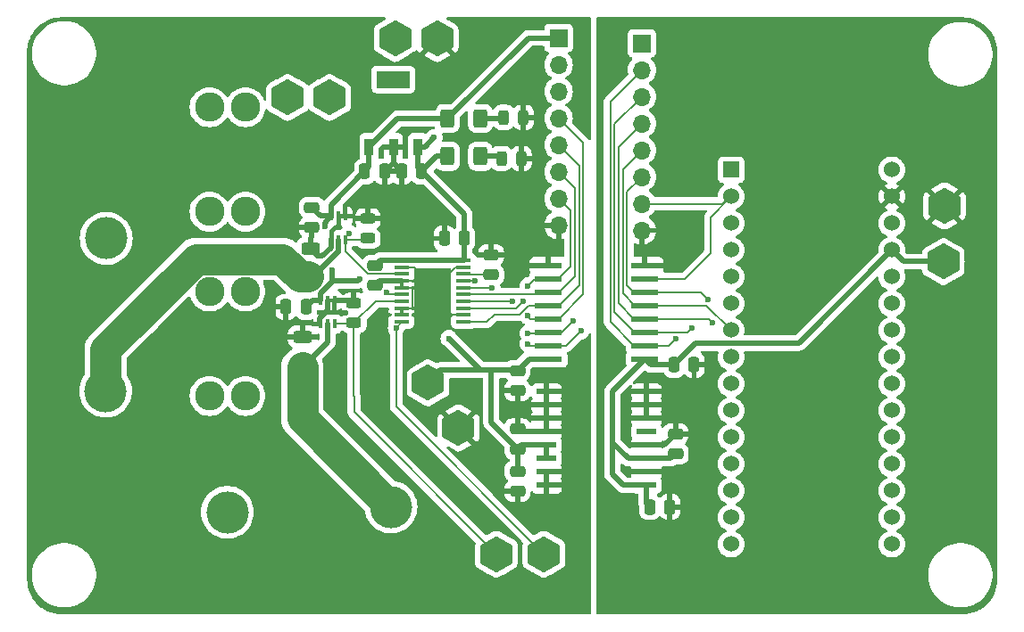
<source format=gbr>
%TF.GenerationSoftware,KiCad,Pcbnew,8.0.5*%
%TF.CreationDate,2025-03-25T16:54:27-05:00*%
%TF.ProjectId,ADC_Board,4144435f-426f-4617-9264-2e6b69636164,rev?*%
%TF.SameCoordinates,Original*%
%TF.FileFunction,Copper,L1,Top*%
%TF.FilePolarity,Positive*%
%FSLAX46Y46*%
G04 Gerber Fmt 4.6, Leading zero omitted, Abs format (unit mm)*
G04 Created by KiCad (PCBNEW 8.0.5) date 2025-03-25 16:54:27*
%MOMM*%
%LPD*%
G01*
G04 APERTURE LIST*
G04 Aperture macros list*
%AMRoundRect*
0 Rectangle with rounded corners*
0 $1 Rounding radius*
0 $2 $3 $4 $5 $6 $7 $8 $9 X,Y pos of 4 corners*
0 Add a 4 corners polygon primitive as box body*
4,1,4,$2,$3,$4,$5,$6,$7,$8,$9,$2,$3,0*
0 Add four circle primitives for the rounded corners*
1,1,$1+$1,$2,$3*
1,1,$1+$1,$4,$5*
1,1,$1+$1,$6,$7*
1,1,$1+$1,$8,$9*
0 Add four rect primitives between the rounded corners*
20,1,$1+$1,$2,$3,$4,$5,0*
20,1,$1+$1,$4,$5,$6,$7,0*
20,1,$1+$1,$6,$7,$8,$9,0*
20,1,$1+$1,$8,$9,$2,$3,0*%
%AMFreePoly0*
4,1,7,1.500000,0.866025,1.500000,-0.866025,0.000000,-1.732051,-1.500000,-0.866025,-1.500000,0.866025,0.000000,1.732051,1.500000,0.866025,1.500000,0.866025,$1*%
G04 Aperture macros list end*
%TA.AperFunction,EtchedComponent*%
%ADD10C,0.000000*%
%TD*%
%TA.AperFunction,ConnectorPad*%
%ADD11FreePoly0,0.000000*%
%TD*%
%TA.AperFunction,ComponentPad*%
%ADD12C,4.000000*%
%TD*%
%TA.AperFunction,SMDPad,CuDef*%
%ADD13RoundRect,0.250000X0.475000X-0.250000X0.475000X0.250000X-0.475000X0.250000X-0.475000X-0.250000X0*%
%TD*%
%TA.AperFunction,SMDPad,CuDef*%
%ADD14RoundRect,0.243750X0.243750X0.456250X-0.243750X0.456250X-0.243750X-0.456250X0.243750X-0.456250X0*%
%TD*%
%TA.AperFunction,SMDPad,CuDef*%
%ADD15RoundRect,0.250000X-0.475000X0.250000X-0.475000X-0.250000X0.475000X-0.250000X0.475000X0.250000X0*%
%TD*%
%TA.AperFunction,SMDPad,CuDef*%
%ADD16RoundRect,0.250000X0.625000X-0.312500X0.625000X0.312500X-0.625000X0.312500X-0.625000X-0.312500X0*%
%TD*%
%TA.AperFunction,SMDPad,CuDef*%
%ADD17R,0.838200X1.600200*%
%TD*%
%TA.AperFunction,SMDPad,CuDef*%
%ADD18R,1.409700X0.355600*%
%TD*%
%TA.AperFunction,SMDPad,CuDef*%
%ADD19R,0.399999X0.850001*%
%TD*%
%TA.AperFunction,ComponentPad*%
%ADD20R,1.700000X1.700000*%
%TD*%
%TA.AperFunction,ComponentPad*%
%ADD21O,1.700000X1.700000*%
%TD*%
%TA.AperFunction,ComponentPad*%
%ADD22C,2.780000*%
%TD*%
%TA.AperFunction,SMDPad,CuDef*%
%ADD23R,1.879600X0.558800*%
%TD*%
%TA.AperFunction,SMDPad,CuDef*%
%ADD24RoundRect,0.250000X-0.250000X-0.475000X0.250000X-0.475000X0.250000X0.475000X-0.250000X0.475000X0*%
%TD*%
%TA.AperFunction,SMDPad,CuDef*%
%ADD25RoundRect,0.250000X-0.400000X-0.625000X0.400000X-0.625000X0.400000X0.625000X-0.400000X0.625000X0*%
%TD*%
%TA.AperFunction,SMDPad,CuDef*%
%ADD26RoundRect,0.250000X0.250000X0.475000X-0.250000X0.475000X-0.250000X-0.475000X0.250000X-0.475000X0*%
%TD*%
%TA.AperFunction,SMDPad,CuDef*%
%ADD27RoundRect,0.243750X0.456250X-0.243750X0.456250X0.243750X-0.456250X0.243750X-0.456250X-0.243750X0*%
%TD*%
%TA.AperFunction,ComponentPad*%
%ADD28R,1.524000X1.524000*%
%TD*%
%TA.AperFunction,ComponentPad*%
%ADD29C,1.524000*%
%TD*%
%TA.AperFunction,SMDPad,CuDef*%
%ADD30R,2.602784X0.622132*%
%TD*%
%TA.AperFunction,ViaPad*%
%ADD31C,0.600000*%
%TD*%
%TA.AperFunction,Conductor*%
%ADD32C,0.500000*%
%TD*%
%TA.AperFunction,Conductor*%
%ADD33C,0.200000*%
%TD*%
%TA.AperFunction,Conductor*%
%ADD34C,0.400000*%
%TD*%
%TA.AperFunction,Conductor*%
%ADD35C,3.000000*%
%TD*%
G04 APERTURE END LIST*
D10*
%TA.AperFunction,EtchedComponent*%
%TO.C,U6*%
G36*
X182799600Y-55699700D02*
G01*
X179650000Y-55699700D01*
X179650000Y-54099500D01*
X182799600Y-54099500D01*
X182799600Y-55699700D01*
G37*
%TD.AperFunction*%
%TD*%
D11*
%TO.P,TP2,1,1*%
%TO.N,GND*%
X185400000Y-51000000D03*
%TD*%
D12*
%TO.P,J5,1,Pin_1*%
%TO.N,/BATTERY-*%
X181000000Y-95500000D03*
%TD*%
D11*
%TO.P,TP8,1,1*%
%TO.N,GND_I*%
X233500000Y-66900000D03*
%TD*%
D13*
%TO.P,C1,1*%
%TO.N,GND*%
X173500000Y-68950000D03*
%TO.P,C1,2*%
%TO.N,+5V*%
X173500000Y-67050000D03*
%TD*%
D14*
%TO.P,D6,1,K*%
%TO.N,GND*%
X193362300Y-62400000D03*
%TO.P,D6,2,A*%
%TO.N,Net-(D6-A)*%
X191487300Y-62400000D03*
%TD*%
D15*
%TO.P,C9,1*%
%TO.N,+3.3V*%
X179500000Y-72550000D03*
%TO.P,C9,2*%
%TO.N,GND*%
X179500000Y-74450000D03*
%TD*%
D16*
%TO.P,R6,1*%
%TO.N,/BATTERY-*%
X172600000Y-82262500D03*
%TO.P,R6,2*%
%TO.N,GND*%
X172600000Y-79337500D03*
%TD*%
D17*
%TO.P,U6,1,IN*%
%TO.N,+5V*%
X178924800Y-61300400D03*
%TO.P,U6,2,GND*%
%TO.N,GND*%
X181224800Y-61300400D03*
%TO.P,U6,3,OUT*%
%TO.N,+3.3V*%
X183524800Y-61300400D03*
%TD*%
D18*
%TO.P,IC2,1,AVDD*%
%TO.N,+3.3V*%
X181994500Y-72075000D03*
%TO.P,IC2,2,AGND*%
%TO.N,GND*%
X181994500Y-72725001D03*
%TO.P,IC2,3,AIN0P*%
%TO.N,/ARRAY_CURRENT+*%
X181994500Y-73374999D03*
%TO.P,IC2,4,AIN0N*%
%TO.N,GND*%
X181994500Y-74025001D03*
%TO.P,IC2,5,AIN1N*%
X181994500Y-74674999D03*
%TO.P,IC2,6,AIN1P*%
%TO.N,/ARRAY_VOLTAGE+*%
X181994500Y-75324998D03*
%TO.P,IC2,7,AIN2P*%
%TO.N,/BATTERY_CURRENT+*%
X181994500Y-75974999D03*
%TO.P,IC2,8,AIN2N*%
%TO.N,GND*%
X181994500Y-76624998D03*
%TO.P,IC2,9,AIN3N*%
X181994500Y-77274999D03*
%TO.P,IC2,10,AIN3P*%
%TO.N,/BATTERY_VOLTAGE+*%
X181994500Y-77924998D03*
%TO.P,IC2,11,~{SYNC}/~{RESET}*%
%TO.N,/SYNC{slash}RESET*%
X187900000Y-77925000D03*
%TO.P,IC2,12,~{CS}*%
%TO.N,GND*%
X187900000Y-77275002D03*
%TO.P,IC2,13,~{DRDY}*%
%TO.N,/DRDY*%
X187900000Y-76625001D03*
%TO.P,IC2,14,SCLK*%
%TO.N,/SPI_CLOCK*%
X187900000Y-75975002D03*
%TO.P,IC2,15,DOUT*%
%TO.N,/MISO*%
X187900000Y-75325001D03*
%TO.P,IC2,16,DIN*%
%TO.N,/MOSI*%
X187900000Y-74675002D03*
%TO.P,IC2,17,CLKIN*%
%TO.N,/ADC_DRIVER_CLK*%
X187900000Y-74025001D03*
%TO.P,IC2,18,CAP*%
%TO.N,Net-(IC2-CAP)*%
X187900000Y-73375002D03*
%TO.P,IC2,19,DGND*%
%TO.N,GND*%
X187900000Y-72725001D03*
%TO.P,IC2,20,DVDD*%
%TO.N,+3.3V*%
X187900000Y-72075002D03*
%TD*%
D11*
%TO.P,TP1,1,1*%
%TO.N,+3.3V*%
X181400000Y-51000000D03*
%TD*%
D19*
%TO.P,U3,1,REF*%
%TO.N,GND*%
X176650001Y-67875001D03*
%TO.P,U3,2,GND*%
X176000000Y-67875001D03*
%TO.P,U3,3,V+*%
%TO.N,+5V*%
X175350001Y-67875001D03*
%TO.P,U3,4,IN+*%
%TO.N,GND*%
X175350001Y-70125002D03*
%TO.P,U3,5,IN-*%
%TO.N,/ARR-*%
X176000000Y-70125002D03*
%TO.P,U3,6,OUT*%
%TO.N,/ARRAY_CURRENT+*%
X176650001Y-70125002D03*
%TD*%
D12*
%TO.P,J4,1,Pin_1*%
%TO.N,/ARR-*%
X153950000Y-84500000D03*
%TD*%
D20*
%TO.P,J6,1,Pin_1*%
%TO.N,+5V*%
X196900000Y-50960000D03*
D21*
%TO.P,J6,2,Pin_2*%
%TO.N,/ADC_DRIVER_CLK*%
X196900000Y-53500000D03*
%TO.P,J6,3,Pin_3*%
%TO.N,/MOSI*%
X196900000Y-56040000D03*
%TO.P,J6,4,Pin_4*%
%TO.N,/SPI_CLOCK*%
X196900000Y-58580000D03*
%TO.P,J6,5,Pin_5*%
%TO.N,/SYNC{slash}RESET*%
X196900000Y-61120000D03*
%TO.P,J6,6,Pin_6*%
%TO.N,/MISO*%
X196900000Y-63660000D03*
%TO.P,J6,7,Pin_7*%
%TO.N,/DRDY*%
X196900000Y-66200000D03*
%TO.P,J6,8,Pin_8*%
%TO.N,GND*%
X196900000Y-68740000D03*
%TD*%
D22*
%TO.P,F2,1*%
%TO.N,/BATTERY+*%
X163800000Y-84960000D03*
X167200000Y-84960000D03*
%TO.P,F2,2*%
%TO.N,/BATT+_IN*%
X163800000Y-75040000D03*
X167200000Y-75040000D03*
%TD*%
%TO.P,F1,1*%
%TO.N,/ARR+*%
X167200000Y-57540000D03*
X163800000Y-57540000D03*
%TO.P,F1,2*%
%TO.N,/ARR+_IN*%
X167200000Y-67460000D03*
X163800000Y-67460000D03*
%TD*%
D11*
%TO.P,TP3,1,1*%
%TO.N,+5V*%
X184500000Y-83700000D03*
%TD*%
%TO.P,TP7,1,1*%
%TO.N,+5V_I*%
X233400000Y-72200000D03*
%TD*%
%TO.P,TP5,1,1*%
%TO.N,/ARRAY_CURRENT+*%
X171200000Y-56600000D03*
%TD*%
D14*
%TO.P,D5,1,K*%
%TO.N,GND*%
X193562300Y-58500000D03*
%TO.P,D5,2,A*%
%TO.N,Net-(D5-A)*%
X191687300Y-58500000D03*
%TD*%
D13*
%TO.P,C6,1*%
%TO.N,+5V_I*%
X208000000Y-90450000D03*
%TO.P,C6,2*%
%TO.N,GND_I*%
X208000000Y-88550000D03*
%TD*%
D12*
%TO.P,J1,1,Pin_1*%
%TO.N,/ARR+*%
X154000000Y-70000000D03*
%TD*%
D15*
%TO.P,C12,1*%
%TO.N,+5V*%
X193000000Y-82550000D03*
%TO.P,C12,2*%
%TO.N,GND*%
X193000000Y-84450000D03*
%TD*%
D13*
%TO.P,C8,1*%
%TO.N,GND*%
X193000000Y-94000000D03*
%TO.P,C8,2*%
%TO.N,+5V*%
X193000000Y-92100000D03*
%TD*%
D11*
%TO.P,TP11,1,1*%
%TO.N,/BATTERY_VOLTAGE+*%
X195500000Y-100000000D03*
%TD*%
D23*
%TO.P,IC1,1,EN*%
%TO.N,+5V_I*%
X205237100Y-93445000D03*
%TO.P,IC1,2,GNDP*%
%TO.N,GND_I*%
X205237100Y-92175000D03*
%TO.P,IC1,3,VINP*%
%TO.N,+5V_I*%
X205237100Y-90905000D03*
%TO.P,IC1,4,SYNC*%
%TO.N,GND_I*%
X205237100Y-89635000D03*
%TO.P,IC1,5,SYNC_OK*%
%TO.N,unconnected-(IC1-SYNC_OK-Pad5)*%
X205237100Y-88365000D03*
%TO.P,IC1,6,NC_1*%
%TO.N,GND_I*%
X205237100Y-87095000D03*
%TO.P,IC1,7,NC_2*%
X205237100Y-85825000D03*
%TO.P,IC1,8,NC_3*%
X205237100Y-84555000D03*
%TO.P,IC1,9,GNDS_1*%
%TO.N,GND*%
X195762900Y-84555000D03*
%TO.P,IC1,10,NC_4*%
X195762900Y-85825000D03*
%TO.P,IC1,11,NC_5*%
X195762900Y-87095000D03*
%TO.P,IC1,12,NC_6*%
X195762900Y-88365000D03*
%TO.P,IC1,13,SEL*%
%TO.N,+5V*%
X195762900Y-89635000D03*
%TO.P,IC1,14,VISO*%
X195762900Y-90905000D03*
%TO.P,IC1,15,GNDS_2*%
%TO.N,GND*%
X195762900Y-92175000D03*
%TO.P,IC1,16,GNDS_3*%
X195762900Y-93445000D03*
%TD*%
D24*
%TO.P,C15,1*%
%TO.N,+5V*%
X178509300Y-63638900D03*
%TO.P,C15,2*%
%TO.N,GND*%
X180409300Y-63638900D03*
%TD*%
D15*
%TO.P,C7,1*%
%TO.N,GND*%
X193000000Y-88100000D03*
%TO.P,C7,2*%
%TO.N,+5V*%
X193000000Y-90000000D03*
%TD*%
D25*
%TO.P,R8,1*%
%TO.N,+3.3V*%
X186374800Y-62200000D03*
%TO.P,R8,2*%
%TO.N,Net-(D6-A)*%
X189474800Y-62200000D03*
%TD*%
D11*
%TO.P,TP6,1,1*%
%TO.N,/ARRAY_VOLTAGE+*%
X175200000Y-56600000D03*
%TD*%
D25*
%TO.P,R7,1*%
%TO.N,+5V*%
X186374800Y-58600000D03*
%TO.P,R7,2*%
%TO.N,Net-(D5-A)*%
X189474800Y-58600000D03*
%TD*%
D26*
%TO.P,C13,1*%
%TO.N,+3.3V*%
X183909300Y-63638900D03*
%TO.P,C13,2*%
%TO.N,GND*%
X182009300Y-63638900D03*
%TD*%
D11*
%TO.P,TP4,1,1*%
%TO.N,GND*%
X187400000Y-88000000D03*
%TD*%
D26*
%TO.P,C10,1*%
%TO.N,+3.3V*%
X187950000Y-70000000D03*
%TO.P,C10,2*%
%TO.N,GND*%
X186050000Y-70000000D03*
%TD*%
D19*
%TO.P,U4,1,REF*%
%TO.N,GND*%
X175650001Y-75875001D03*
%TO.P,U4,2,GND*%
X175000000Y-75875001D03*
%TO.P,U4,3,V+*%
%TO.N,+5V*%
X174350001Y-75875001D03*
%TO.P,U4,4,IN+*%
%TO.N,GND*%
X174350001Y-78125002D03*
%TO.P,U4,5,IN-*%
%TO.N,/BATTERY-*%
X175000000Y-78125002D03*
%TO.P,U4,6,OUT*%
%TO.N,/BATTERY_CURRENT+*%
X175650001Y-78125002D03*
%TD*%
D12*
%TO.P,J2,1,Pin_1*%
%TO.N,/BATTERY+*%
X165500000Y-96000000D03*
%TD*%
D26*
%TO.P,C5,1*%
%TO.N,GND_I*%
X207450000Y-95500000D03*
%TO.P,C5,2*%
%TO.N,+5V_I*%
X205550000Y-95500000D03*
%TD*%
D27*
%TO.P,D1,1,K*%
%TO.N,/ARRAY_CURRENT+*%
X178820002Y-69992499D03*
%TO.P,D1,2,A*%
%TO.N,GND*%
X178820002Y-68117499D03*
%TD*%
D24*
%TO.P,C14,1*%
%TO.N,+5V_I*%
X207850000Y-82000000D03*
%TO.P,C14,2*%
%TO.N,GND_I*%
X209750000Y-82000000D03*
%TD*%
D28*
%TO.P,U5,1,D1*%
%TO.N,/ADC_DRIVER_CLK_I*%
X213260000Y-63480000D03*
D29*
%TO.P,U5,2,D0*%
%TO.N,/DRDY_I*%
X213260000Y-66020000D03*
%TO.P,U5,3,RST*%
%TO.N,unconnected-(U5-RST-Pad3)*%
X213260000Y-68560000D03*
%TO.P,U5,4,GND*%
%TO.N,unconnected-(U5-GND-Pad4)*%
X213260000Y-71100000D03*
%TO.P,U5,5,D2*%
%TO.N,/MOSI_I*%
X213260000Y-73640000D03*
%TO.P,U5,6,D3*%
%TO.N,unconnected-(U5-D3-Pad6)*%
X213260000Y-76180000D03*
%TO.P,U5,7,D4*%
%TO.N,/SYNC{slash}RESET_I*%
X213260000Y-78720000D03*
%TO.P,U5,8,D5*%
%TO.N,unconnected-(U5-D5-Pad8)*%
X213260000Y-81260000D03*
%TO.P,U5,9,D6*%
%TO.N,unconnected-(U5-D6-Pad9)*%
X213260000Y-83800000D03*
%TO.P,U5,10,D7*%
%TO.N,unconnected-(U5-D7-Pad10)*%
X213260000Y-86340000D03*
%TO.P,U5,11,D8*%
%TO.N,unconnected-(U5-D8-Pad11)*%
X213260000Y-88880000D03*
%TO.P,U5,12,D9*%
%TO.N,unconnected-(U5-D9-Pad12)*%
X213260000Y-91420000D03*
%TO.P,U5,13,D10*%
%TO.N,/MISO_I*%
X213260000Y-93960000D03*
%TO.P,U5,14,D11*%
%TO.N,unconnected-(U5-D11-Pad14)*%
X213260000Y-96500000D03*
%TO.P,U5,15,D12*%
%TO.N,unconnected-(U5-D12-Pad15)*%
X213260000Y-99040000D03*
%TO.P,U5,16,D13*%
%TO.N,unconnected-(U5-D13-Pad16)*%
X228500000Y-99040000D03*
%TO.P,U5,17,+3V3*%
%TO.N,unconnected-(U5-+3V3-Pad17)*%
X228500000Y-96500000D03*
%TO.P,U5,18,AREF*%
%TO.N,unconnected-(U5-AREF-Pad18)*%
X228500000Y-93960000D03*
%TO.P,U5,19,A0*%
%TO.N,unconnected-(U5-A0-Pad19)*%
X228500000Y-91420000D03*
%TO.P,U5,20,A1*%
%TO.N,/SPI_CLOCK_I*%
X228500000Y-88880000D03*
%TO.P,U5,21,A2*%
%TO.N,unconnected-(U5-A2-Pad21)*%
X228500000Y-86340000D03*
%TO.P,U5,22,A3*%
%TO.N,unconnected-(U5-A3-Pad22)*%
X228500000Y-83800000D03*
%TO.P,U5,23,A4*%
%TO.N,unconnected-(U5-A4-Pad23)*%
X228500000Y-81260000D03*
%TO.P,U5,24,A5*%
%TO.N,unconnected-(U5-A5-Pad24)*%
X228500000Y-78720000D03*
%TO.P,U5,25,A6*%
%TO.N,unconnected-(U5-A6-Pad25)*%
X228500000Y-76180000D03*
%TO.P,U5,26,A7*%
%TO.N,unconnected-(U5-A7-Pad26)*%
X228500000Y-73640000D03*
%TO.P,U5,27,+5V*%
%TO.N,+5V_I*%
X228500000Y-71100000D03*
%TO.P,U5,28,RST*%
%TO.N,unconnected-(U5-RST-Pad28)*%
X228500000Y-68560000D03*
%TO.P,U5,29,GND*%
%TO.N,GND_I*%
X228500000Y-66020000D03*
%TO.P,U5,30,VIN*%
%TO.N,unconnected-(U5-VIN-Pad30)*%
X228500000Y-63480000D03*
%TD*%
D24*
%TO.P,C4,1*%
%TO.N,GND*%
X171050000Y-76500000D03*
%TO.P,C4,2*%
%TO.N,+5V*%
X172950000Y-76500000D03*
%TD*%
D30*
%TO.P,IC7,1,VCC1*%
%TO.N,+5V_I*%
X205065495Y-81445000D03*
%TO.P,IC7,2,INA*%
%TO.N,/ADC_DRIVER_CLK_I*%
X205065495Y-80175000D03*
%TO.P,IC7,3,INB*%
%TO.N,/MOSI_I*%
X205065495Y-78905000D03*
%TO.P,IC7,4,INC*%
%TO.N,/SPI_CLOCK_I*%
X205065495Y-77635000D03*
%TO.P,IC7,5,IND*%
%TO.N,/SYNC{slash}RESET_I*%
X205065495Y-76365000D03*
%TO.P,IC7,6,OUTE*%
%TO.N,/MISO_I*%
X205065495Y-75095000D03*
%TO.P,IC7,7,OUTF*%
%TO.N,/DRDY_I*%
X205065495Y-73825000D03*
%TO.P,IC7,8,GND1*%
%TO.N,GND_I*%
X205065495Y-72555000D03*
%TO.P,IC7,9,GND2*%
%TO.N,GND*%
X195934502Y-72555000D03*
%TO.P,IC7,10,INF*%
%TO.N,/DRDY*%
X195934502Y-73825000D03*
%TO.P,IC7,11,INE*%
%TO.N,/MISO*%
X195934502Y-75095000D03*
%TO.P,IC7,12,OUTD*%
%TO.N,/SYNC{slash}RESET*%
X195934502Y-76365000D03*
%TO.P,IC7,13,OUTC*%
%TO.N,/SPI_CLOCK*%
X195934502Y-77635000D03*
%TO.P,IC7,14,OUTB*%
%TO.N,/MOSI*%
X195934502Y-78905000D03*
%TO.P,IC7,15,OUTA*%
%TO.N,/ADC_DRIVER_CLK*%
X195934502Y-80175000D03*
%TO.P,IC7,16,VCC2*%
%TO.N,+5V*%
X195934502Y-81445000D03*
%TD*%
D27*
%TO.P,D4,1,K*%
%TO.N,/BATTERY_CURRENT+*%
X177485004Y-78019999D03*
%TO.P,D4,2,A*%
%TO.N,GND*%
X177485004Y-76144999D03*
%TD*%
D16*
%TO.P,R3,1*%
%TO.N,/ARR-*%
X173400000Y-73862500D03*
%TO.P,R3,2*%
%TO.N,GND*%
X173400000Y-70937500D03*
%TD*%
D20*
%TO.P,J3,1,Pin_1*%
%TO.N,+5V_I*%
X204800000Y-51460000D03*
D21*
%TO.P,J3,2,Pin_2*%
%TO.N,/ADC_DRIVER_CLK_I*%
X204800000Y-54000000D03*
%TO.P,J3,3,Pin_3*%
%TO.N,/MOSI_I*%
X204800000Y-56540000D03*
%TO.P,J3,4,Pin_4*%
%TO.N,/SPI_CLOCK_I*%
X204800000Y-59080000D03*
%TO.P,J3,5,Pin_5*%
%TO.N,/SYNC{slash}RESET_I*%
X204800000Y-61620000D03*
%TO.P,J3,6,Pin_6*%
%TO.N,/MISO_I*%
X204800000Y-64160000D03*
%TO.P,J3,7,Pin_7*%
%TO.N,/DRDY_I*%
X204800000Y-66700000D03*
%TO.P,J3,8,Pin_8*%
%TO.N,GND_I*%
X204800000Y-69240000D03*
%TD*%
D11*
%TO.P,TP12,1,1*%
%TO.N,/BATTERY_CURRENT+*%
X191000000Y-100000000D03*
%TD*%
D15*
%TO.P,C11,1*%
%TO.N,GND*%
X190500000Y-71550000D03*
%TO.P,C11,2*%
%TO.N,Net-(IC2-CAP)*%
X190500000Y-73450000D03*
%TD*%
D31*
%TO.N,GND*%
X175900000Y-50700000D03*
X165600000Y-50700000D03*
X171800000Y-64800000D03*
X155100000Y-104200000D03*
X173700000Y-104200000D03*
X167000000Y-50700000D03*
X170900000Y-104200000D03*
X171600000Y-50700000D03*
X174400000Y-50700000D03*
X174700000Y-64800000D03*
X189400000Y-104200000D03*
X190800000Y-50700000D03*
X192300000Y-50700000D03*
X173300000Y-64800000D03*
X170300000Y-64800000D03*
X182000000Y-89400000D03*
X172300000Y-104200000D03*
X159400000Y-104200000D03*
X175200000Y-104200000D03*
X164200000Y-50700000D03*
X176700000Y-77100000D03*
X156800000Y-50700000D03*
X157900000Y-104200000D03*
X170000000Y-50700000D03*
X173000000Y-50700000D03*
X182600000Y-79500000D03*
X160900000Y-104200000D03*
X182600000Y-80700000D03*
X192400000Y-104200000D03*
X190900000Y-104200000D03*
X158200000Y-50700000D03*
X162600000Y-50700000D03*
X161100000Y-50700000D03*
X156500000Y-104200000D03*
X188000000Y-104200000D03*
X168500000Y-50700000D03*
X159600000Y-50700000D03*
%TO.N,+5V*%
X190500000Y-82500000D03*
X175450598Y-73000000D03*
X186500000Y-79500000D03*
X178014100Y-73840521D03*
X174725000Y-68842731D03*
%TO.N,GND_I*%
X217600000Y-50300000D03*
X223600000Y-50300000D03*
X203400000Y-98900000D03*
X211700000Y-50300000D03*
X222100000Y-50300000D03*
X225100000Y-50300000D03*
X214600000Y-50300000D03*
X202000000Y-98900000D03*
X204900000Y-98900000D03*
X207900000Y-98900000D03*
X216100000Y-50300000D03*
X219200000Y-50300000D03*
X220600000Y-50300000D03*
X206400000Y-98900000D03*
X213100000Y-50300000D03*
%TO.N,+3.3V*%
X185100000Y-60400000D03*
X181400000Y-51100000D03*
%TO.N,/ARRAY_CURRENT+*%
X177000000Y-69500000D03*
X171200000Y-56600000D03*
%TO.N,/ARRAY_VOLTAGE+*%
X180584009Y-75138518D03*
X175200000Y-56600000D03*
%TO.N,/BATTERY_VOLTAGE+*%
X181500000Y-78500000D03*
X195500000Y-100000000D03*
%TO.N,/BATTERY_CURRENT+*%
X191000000Y-100000000D03*
%TO.N,/DRDY*%
X193500000Y-76000000D03*
X194000000Y-74500000D03*
%TO.N,/MOSI*%
X190600000Y-74700000D03*
X194000000Y-79000000D03*
X198300000Y-77800000D03*
%TO.N,/SPI_CLOCK*%
X192500000Y-76000000D03*
X193924265Y-77324265D03*
%TO.N,/ADC_DRIVER_CLK*%
X189000000Y-74050000D03*
X199000000Y-78800000D03*
X194000000Y-80000000D03*
%TO.N,/MOSI_I*%
X209500000Y-78500000D03*
%TO.N,/SPI_CLOCK_I*%
X211500000Y-78000000D03*
%TO.N,/MISO_I*%
X211056129Y-75784345D03*
%TO.N,/ADC_DRIVER_CLK_I*%
X208000000Y-79505000D03*
%TD*%
D32*
%TO.N,GND*%
X174000000Y-71675000D02*
X174000000Y-71537500D01*
D33*
X182047250Y-74674999D02*
X182952100Y-74674999D01*
X183052100Y-74774999D02*
X183052100Y-76524998D01*
X182047250Y-74025001D02*
X184500000Y-74025001D01*
X182952100Y-76624998D02*
X182047250Y-76624998D01*
X184500000Y-74025001D02*
X185820101Y-74025001D01*
X187120101Y-72725001D02*
X187952750Y-72725001D01*
D32*
X179924999Y-74025001D02*
X179500000Y-74450000D01*
D33*
X183052100Y-76524998D02*
X183802104Y-77275002D01*
D32*
X181224800Y-62854400D02*
X182009300Y-63638900D01*
X174000000Y-71537500D02*
X173400000Y-70937500D01*
D33*
X193105000Y-84555000D02*
X193000000Y-84450000D01*
D32*
X175650001Y-75875001D02*
X177215006Y-75875001D01*
X175000000Y-76800001D02*
X175000000Y-75875001D01*
X174250000Y-77550001D02*
X175000000Y-76800001D01*
X175300000Y-70900000D02*
X175300000Y-70075001D01*
D33*
X182952100Y-74674999D02*
X183052100Y-74774999D01*
D32*
X181224800Y-61300400D02*
X181224800Y-62823400D01*
D33*
X183802104Y-77275002D02*
X187952750Y-77275002D01*
D32*
X193265000Y-88365000D02*
X193000000Y-88100000D01*
X181224800Y-62823400D02*
X180409300Y-63638900D01*
X174000000Y-71675000D02*
X174525000Y-71675000D01*
X174250000Y-78125002D02*
X174250000Y-77550001D01*
D34*
X175350001Y-69300002D02*
X176000000Y-68650003D01*
D32*
X181224800Y-62823400D02*
X181224800Y-62854400D01*
X195762900Y-88365000D02*
X193265000Y-88365000D01*
D33*
X185820101Y-74025001D02*
X187120101Y-72725001D01*
D32*
X177215006Y-75875001D02*
X177485004Y-76144999D01*
D34*
X175350001Y-70125002D02*
X175350001Y-69300002D01*
D32*
X182047250Y-74025001D02*
X179924999Y-74025001D01*
D33*
X182047250Y-72725001D02*
X183200000Y-72725001D01*
X183200000Y-72725001D02*
X184500000Y-74025001D01*
D32*
X174525000Y-71675000D02*
X175300000Y-70900000D01*
D33*
X174350001Y-78125002D02*
X174250000Y-78125002D01*
D34*
X176000000Y-68650003D02*
X176000000Y-67875001D01*
D33*
X183052100Y-76524998D02*
X182952100Y-76624998D01*
D32*
%TO.N,+5V*%
X174300000Y-75165168D02*
X175400000Y-74065168D01*
X195762900Y-89635000D02*
X195762900Y-90905000D01*
D33*
X196423300Y-89635000D02*
X195762900Y-89635000D01*
D32*
X185700000Y-82500000D02*
X184500000Y-83700000D01*
X193000000Y-90000000D02*
X193000000Y-92100000D01*
D33*
X190500000Y-82500000D02*
X190550000Y-82550000D01*
D32*
X174725000Y-68842731D02*
X174725000Y-68500002D01*
X190500000Y-82500000D02*
X190500000Y-87500000D01*
X177854621Y-74000000D02*
X178014100Y-73840521D01*
X195934502Y-81445000D02*
X194105000Y-81445000D01*
X175299999Y-68000000D02*
X175299999Y-66848201D01*
X189500000Y-82500000D02*
X185700000Y-82500000D01*
X190500000Y-82500000D02*
X192950000Y-82500000D01*
X194014800Y-50960000D02*
X196900000Y-50960000D01*
X178924800Y-63223400D02*
X178509300Y-63638900D01*
X181625200Y-58600000D02*
X186374800Y-58600000D01*
X175450598Y-73949402D02*
X175400000Y-74000000D01*
X189500000Y-82500000D02*
X190500000Y-82500000D01*
X178924800Y-61300400D02*
X178924800Y-63223400D01*
X174325001Y-67875001D02*
X173500000Y-67050000D01*
X194105000Y-81445000D02*
X193000000Y-82550000D01*
X186374800Y-58600000D02*
X194014800Y-50960000D01*
X186500000Y-79500000D02*
X189500000Y-82500000D01*
X192950000Y-82500000D02*
X193000000Y-82550000D01*
X195762900Y-89635000D02*
X193365000Y-89635000D01*
X190500000Y-87500000D02*
X193000000Y-90000000D01*
X175400000Y-74065168D02*
X175400000Y-74000000D01*
X174725000Y-68500002D02*
X175350001Y-67875001D01*
X172950000Y-76500000D02*
X173574999Y-75875001D01*
X174300000Y-75165168D02*
X174300000Y-75875001D01*
X193365000Y-89635000D02*
X193000000Y-90000000D01*
X175350001Y-67875001D02*
X174325001Y-67875001D01*
X173574999Y-75875001D02*
X174300000Y-75875001D01*
X175450598Y-73000000D02*
X175450598Y-73949402D01*
X175400000Y-74000000D02*
X177854621Y-74000000D01*
X178924800Y-61300400D02*
X181625200Y-58600000D01*
X175299999Y-66848201D02*
X178509300Y-63638900D01*
%TO.N,GND_I*%
X206915000Y-89635000D02*
X208000000Y-88550000D01*
X205237100Y-89635000D02*
X206915000Y-89635000D01*
D33*
X205362100Y-92050000D02*
X205237100Y-92175000D01*
D32*
%TO.N,+5V_I*%
X205620495Y-82000000D02*
X205065495Y-81445000D01*
D33*
X204075169Y-81445000D02*
X205065495Y-81445000D01*
D32*
X209918000Y-79932000D02*
X207850000Y-82000000D01*
D33*
X205237100Y-90905000D02*
X205897500Y-90905000D01*
X205897500Y-93445000D02*
X205237100Y-93445000D01*
D32*
X229600000Y-72200000D02*
X228500000Y-71100000D01*
X205237100Y-93445000D02*
X205237100Y-95187100D01*
X205237100Y-95187100D02*
X205550000Y-95500000D01*
X203045000Y-93445000D02*
X205237100Y-93445000D01*
X202000000Y-89400000D02*
X203505000Y-90905000D01*
X202000000Y-89400000D02*
X202000000Y-92400000D01*
X207850000Y-82000000D02*
X205620495Y-82000000D01*
X205237100Y-90905000D02*
X207545000Y-90905000D01*
X233400000Y-72200000D02*
X229600000Y-72200000D01*
X202000000Y-92400000D02*
X203045000Y-93445000D01*
X228500000Y-71100000D02*
X219668000Y-79932000D01*
X207545000Y-90905000D02*
X208000000Y-90450000D01*
X202000000Y-84510495D02*
X202000000Y-89400000D01*
X219668000Y-79932000D02*
X209918000Y-79932000D01*
X205065495Y-81445000D02*
X202000000Y-84510495D01*
X203505000Y-90905000D02*
X205237100Y-90905000D01*
D33*
%TO.N,+3.3V*%
X188184500Y-69765500D02*
X187950000Y-70000000D01*
D32*
X187950000Y-70000000D02*
X187950000Y-67679600D01*
X187950000Y-67679600D02*
X183909300Y-63638900D01*
X187950000Y-72072252D02*
X187952750Y-72075002D01*
X186374800Y-62200000D02*
X185348200Y-62200000D01*
X183909300Y-63638900D02*
X183909300Y-63884500D01*
X183524800Y-63254400D02*
X183909300Y-63638900D01*
X183524800Y-61300400D02*
X183524800Y-63254400D01*
X184199600Y-61300400D02*
X185100000Y-60400000D01*
X182047252Y-72075002D02*
X182047250Y-72075000D01*
X187950000Y-70000000D02*
X187950000Y-72072252D01*
X179975000Y-72075000D02*
X179500000Y-72550000D01*
X187952750Y-72075002D02*
X182047252Y-72075002D01*
D33*
X187952748Y-72075000D02*
X187952750Y-72075002D01*
D32*
X183524800Y-61300400D02*
X184199600Y-61300400D01*
X182047250Y-72075000D02*
X179975000Y-72075000D01*
X183909300Y-63884500D02*
X183674800Y-64119000D01*
X185348200Y-62200000D02*
X183909300Y-63638900D01*
D33*
%TO.N,Net-(IC2-CAP)*%
X188027748Y-73450000D02*
X187952750Y-73375002D01*
X190500000Y-73450000D02*
X188027748Y-73450000D01*
%TO.N,/ARRAY_CURRENT+*%
X176650001Y-69849999D02*
X177000000Y-69500000D01*
X176650001Y-70125002D02*
X176650001Y-69849999D01*
X178687499Y-70125002D02*
X178820002Y-69992499D01*
X182047250Y-73374999D02*
X178815255Y-73374999D01*
X178815255Y-73374999D02*
X176650001Y-71209745D01*
X176650001Y-71209745D02*
X176650001Y-70125002D01*
X176650001Y-70125002D02*
X178687499Y-70125002D01*
%TO.N,/ARRAY_VOLTAGE+*%
X180770489Y-75324998D02*
X182047250Y-75324998D01*
X180584009Y-75138518D02*
X180770489Y-75324998D01*
%TO.N,/BATTERY_VOLTAGE+*%
X181500000Y-86000000D02*
X181500000Y-78500000D01*
X181500000Y-78472248D02*
X182047250Y-77924998D01*
X195500000Y-100000000D02*
X181500000Y-86000000D01*
X181500000Y-78500000D02*
X181500000Y-78472248D01*
%TO.N,/BATTERY_CURRENT+*%
X177500000Y-85000000D02*
X177485004Y-84985004D01*
X191000000Y-100000000D02*
X177500000Y-86500000D01*
X177485004Y-78019999D02*
X179530004Y-75974999D01*
X177500000Y-86500000D02*
X177500000Y-85000000D01*
X179530004Y-75974999D02*
X182047250Y-75974999D01*
X175650001Y-78125002D02*
X177380001Y-78125002D01*
X177380001Y-78125002D02*
X177485004Y-78019999D01*
X177485004Y-84985004D02*
X177485004Y-78019999D01*
%TO.N,/DRDY*%
X187952750Y-76625001D02*
X192874999Y-76625001D01*
X192874999Y-76625001D02*
X193500000Y-76000000D01*
X194000000Y-74500000D02*
X194675000Y-73825000D01*
X198050000Y-67350000D02*
X196900000Y-66200000D01*
X195934502Y-73825000D02*
X196876960Y-73825000D01*
X196876960Y-73825000D02*
X198050000Y-72651960D01*
X194675000Y-73825000D02*
X195934502Y-73825000D01*
X198050000Y-72651960D02*
X198050000Y-67350000D01*
%TO.N,/MOSI*%
X197195000Y-78905000D02*
X198300000Y-77800000D01*
X194000000Y-79000000D02*
X195839502Y-79000000D01*
X195839502Y-79000000D02*
X195934502Y-78905000D01*
X195934502Y-78905000D02*
X197195000Y-78905000D01*
X187952750Y-74675002D02*
X190575002Y-74675002D01*
X190575002Y-74675002D02*
X190600000Y-74700000D01*
%TO.N,/SYNC{slash}RESET*%
X190800000Y-77200000D02*
X193200000Y-77200000D01*
X194035000Y-76365000D02*
X195934502Y-76365000D01*
X198850000Y-63070000D02*
X196900000Y-61120000D01*
X196924828Y-76365000D02*
X198850000Y-74439828D01*
X195934502Y-76365000D02*
X196924828Y-76365000D01*
X198850000Y-74439828D02*
X198850000Y-63070000D01*
X193200000Y-77200000D02*
X194035000Y-76365000D01*
X187952750Y-77925000D02*
X190075000Y-77925000D01*
X190075000Y-77925000D02*
X190800000Y-77200000D01*
%TO.N,/MISO*%
X198450000Y-73569828D02*
X198450000Y-65210000D01*
X187952750Y-75325001D02*
X195704501Y-75325001D01*
X196924828Y-75095000D02*
X198450000Y-73569828D01*
X195934502Y-75095000D02*
X196924828Y-75095000D01*
X195704501Y-75325001D02*
X195934502Y-75095000D01*
X198450000Y-65210000D02*
X196900000Y-63660000D01*
%TO.N,/SPI_CLOCK*%
X199250000Y-75309828D02*
X199250000Y-60930000D01*
X187952750Y-75975002D02*
X192475002Y-75975002D01*
X199250000Y-60930000D02*
X196900000Y-58580000D01*
X193924265Y-77324265D02*
X194235000Y-77635000D01*
X195934502Y-77635000D02*
X196924828Y-77635000D01*
X192475002Y-75975002D02*
X192500000Y-76000000D01*
X194235000Y-77635000D02*
X195934502Y-77635000D01*
X196924828Y-77635000D02*
X199250000Y-75309828D01*
%TO.N,/ADC_DRIVER_CLK*%
X194175000Y-80175000D02*
X195934502Y-80175000D01*
X188975001Y-74025001D02*
X189000000Y-74050000D01*
X197625000Y-80175000D02*
X199000000Y-78800000D01*
X194000000Y-80000000D02*
X194175000Y-80175000D01*
X187952750Y-74025001D02*
X188975001Y-74025001D01*
X195934502Y-80175000D02*
X197625000Y-80175000D01*
%TO.N,/SYNC{slash}RESET_I*%
X205065495Y-76365000D02*
X210905000Y-76365000D01*
X204123037Y-76365000D02*
X203000000Y-75241963D01*
X203000000Y-63420000D02*
X204800000Y-61620000D01*
X210905000Y-76365000D02*
X213260000Y-78720000D01*
X205065495Y-76365000D02*
X204123037Y-76365000D01*
X203000000Y-75241963D02*
X203000000Y-63420000D01*
%TO.N,/DRDY_I*%
X213080000Y-66020000D02*
X212400000Y-66700000D01*
X213260000Y-66020000D02*
X213080000Y-66020000D01*
X205065495Y-73825000D02*
X208875000Y-73825000D01*
X211300000Y-71400000D02*
X211300000Y-67980000D01*
X211300000Y-67980000D02*
X213260000Y-66020000D01*
X212400000Y-66700000D02*
X204800000Y-66700000D01*
X213260000Y-66620821D02*
X213260000Y-66020000D01*
X208875000Y-73825000D02*
X211300000Y-71400000D01*
%TO.N,/MOSI_I*%
X205065495Y-78905000D02*
X204123037Y-78905000D01*
X202200000Y-76981963D02*
X202200000Y-59140000D01*
X204123037Y-78905000D02*
X202200000Y-76981963D01*
X209095000Y-78905000D02*
X209500000Y-78500000D01*
X202200000Y-59140000D02*
X204800000Y-56540000D01*
X205065495Y-78905000D02*
X209095000Y-78905000D01*
%TO.N,/SPI_CLOCK_I*%
X204075169Y-77635000D02*
X202600000Y-76159831D01*
X205065495Y-77635000D02*
X211135000Y-77635000D01*
X202600000Y-76159831D02*
X202600000Y-61280000D01*
X202600000Y-61280000D02*
X204800000Y-59080000D01*
X211135000Y-77635000D02*
X211500000Y-78000000D01*
X205065495Y-77635000D02*
X204075169Y-77635000D01*
%TO.N,/MISO_I*%
X204075169Y-75095000D02*
X203400000Y-74419831D01*
X203400000Y-74419831D02*
X203400000Y-65560000D01*
X205065495Y-75095000D02*
X210366784Y-75095000D01*
X205065495Y-75095000D02*
X204075169Y-75095000D01*
X203400000Y-65560000D02*
X204800000Y-64160000D01*
X210366784Y-75095000D02*
X211056129Y-75784345D01*
%TO.N,/ADC_DRIVER_CLK_I*%
X201800000Y-57000000D02*
X204800000Y-54000000D01*
X201800000Y-77899831D02*
X201800000Y-57000000D01*
X205065495Y-80175000D02*
X207330000Y-80175000D01*
X207330000Y-80175000D02*
X208000000Y-79505000D01*
X204075169Y-80175000D02*
X201800000Y-77899831D01*
X205065495Y-80175000D02*
X204075169Y-80175000D01*
D32*
%TO.N,/ARR-*%
X176000000Y-71325000D02*
X176000000Y-70125002D01*
D35*
X172345332Y-73584976D02*
X173122476Y-73584976D01*
D32*
X176000000Y-71325000D02*
X175937500Y-71325000D01*
D35*
X162520080Y-71950000D02*
X153950000Y-80520080D01*
X153950000Y-80520080D02*
X153950000Y-84500000D01*
D32*
X175937500Y-71325000D02*
X173400000Y-73862500D01*
D35*
X170710356Y-71950000D02*
X172345332Y-73584976D01*
X162520080Y-71950000D02*
X170710356Y-71950000D01*
D32*
%TO.N,/BATTERY-*%
X172600000Y-82262500D02*
X175000000Y-79862500D01*
X175000000Y-79862500D02*
X175000000Y-78125002D01*
D35*
X172600000Y-87100000D02*
X172600000Y-82262500D01*
X181000000Y-95500000D02*
X172600000Y-87100000D01*
D32*
%TO.N,Net-(D5-A)*%
X189474800Y-58600000D02*
X191587300Y-58600000D01*
X191587300Y-58600000D02*
X191687300Y-58500000D01*
%TO.N,Net-(D6-A)*%
X191287300Y-62200000D02*
X191487300Y-62400000D01*
X189474800Y-62200000D02*
X191287300Y-62200000D01*
%TD*%
%TA.AperFunction,Conductor*%
%TO.N,GND_I*%
G36*
X210897941Y-67320185D02*
G01*
X210943696Y-67372989D01*
X210953640Y-67442147D01*
X210924615Y-67505703D01*
X210918583Y-67512181D01*
X210819481Y-67611282D01*
X210819479Y-67611284D01*
X210798878Y-67646967D01*
X210790170Y-67662051D01*
X210750936Y-67730004D01*
X210742062Y-67745377D01*
X210740423Y-67748215D01*
X210699499Y-67900943D01*
X210699499Y-67900945D01*
X210699499Y-68069046D01*
X210699500Y-68069059D01*
X210699500Y-71099903D01*
X210679815Y-71166942D01*
X210663181Y-71187584D01*
X208662584Y-73188181D01*
X208601261Y-73221666D01*
X208574903Y-73224500D01*
X206945439Y-73224500D01*
X206878400Y-73204815D01*
X206832645Y-73152011D01*
X206822701Y-73082853D01*
X206829257Y-73057166D01*
X206860484Y-72973442D01*
X206860485Y-72973438D01*
X206866886Y-72913910D01*
X206866887Y-72913893D01*
X206866887Y-72805000D01*
X204939495Y-72805000D01*
X204872456Y-72785315D01*
X204826701Y-72732511D01*
X204815495Y-72681000D01*
X204815495Y-72305000D01*
X205315495Y-72305000D01*
X206866887Y-72305000D01*
X206866887Y-72196106D01*
X206866886Y-72196089D01*
X206860485Y-72136561D01*
X206860483Y-72136554D01*
X206810241Y-72001847D01*
X206810237Y-72001840D01*
X206724077Y-71886746D01*
X206724074Y-71886743D01*
X206608980Y-71800583D01*
X206608973Y-71800579D01*
X206474266Y-71750337D01*
X206474259Y-71750335D01*
X206414731Y-71743934D01*
X205315495Y-71743934D01*
X205315495Y-72305000D01*
X204815495Y-72305000D01*
X204815495Y-71743934D01*
X204124500Y-71743934D01*
X204057461Y-71724249D01*
X204011706Y-71671445D01*
X204000500Y-71619934D01*
X204000500Y-70551388D01*
X204020185Y-70484349D01*
X204072989Y-70438594D01*
X204142147Y-70428650D01*
X204176905Y-70439006D01*
X204336507Y-70513429D01*
X204336516Y-70513433D01*
X204550000Y-70570634D01*
X204550000Y-69673012D01*
X204607007Y-69705925D01*
X204734174Y-69740000D01*
X204865826Y-69740000D01*
X204992993Y-69705925D01*
X205050000Y-69673012D01*
X205050000Y-70570633D01*
X205263483Y-70513433D01*
X205263492Y-70513429D01*
X205477578Y-70413600D01*
X205671082Y-70278105D01*
X205838105Y-70111082D01*
X205973600Y-69917578D01*
X206073429Y-69703492D01*
X206073432Y-69703486D01*
X206130636Y-69490000D01*
X205233012Y-69490000D01*
X205265925Y-69432993D01*
X205300000Y-69305826D01*
X205300000Y-69174174D01*
X205265925Y-69047007D01*
X205233012Y-68990000D01*
X206130636Y-68990000D01*
X206130635Y-68989999D01*
X206073432Y-68776513D01*
X206073429Y-68776507D01*
X205973600Y-68562422D01*
X205973599Y-68562420D01*
X205838113Y-68368926D01*
X205838108Y-68368920D01*
X205671078Y-68201890D01*
X205485405Y-68071879D01*
X205441780Y-68017302D01*
X205434588Y-67947804D01*
X205466110Y-67885449D01*
X205485406Y-67868730D01*
X205671401Y-67738495D01*
X205838495Y-67571401D01*
X205974035Y-67377830D01*
X205976707Y-67372097D01*
X206022878Y-67319658D01*
X206089091Y-67300500D01*
X210830902Y-67300500D01*
X210897941Y-67320185D01*
G37*
%TD.AperFunction*%
%TA.AperFunction,Conductor*%
G36*
X235216238Y-48987675D02*
G01*
X235551400Y-49005241D01*
X235564307Y-49006598D01*
X235709501Y-49029593D01*
X235892578Y-49058589D01*
X235905265Y-49061285D01*
X236226326Y-49147313D01*
X236238666Y-49151323D01*
X236477083Y-49242843D01*
X236548951Y-49270430D01*
X236560806Y-49275708D01*
X236856971Y-49426612D01*
X236868187Y-49433088D01*
X237146950Y-49614118D01*
X237157431Y-49621733D01*
X237411750Y-49827676D01*
X237415745Y-49830911D01*
X237425390Y-49839596D01*
X237660403Y-50074609D01*
X237669088Y-50084254D01*
X237878264Y-50342565D01*
X237885883Y-50353053D01*
X238066908Y-50631807D01*
X238073394Y-50643040D01*
X238224290Y-50939190D01*
X238229569Y-50951048D01*
X238348675Y-51261332D01*
X238352686Y-51273675D01*
X238438712Y-51594728D01*
X238441410Y-51607425D01*
X238493401Y-51935692D01*
X238494758Y-51948599D01*
X238512322Y-52283740D01*
X238512492Y-52290262D01*
X238499519Y-102326050D01*
X238499500Y-102326348D01*
X238499500Y-102396753D01*
X238499330Y-102403243D01*
X238481764Y-102738405D01*
X238480407Y-102751313D01*
X238428415Y-103079580D01*
X238425717Y-103092276D01*
X238339692Y-103413326D01*
X238335681Y-103425670D01*
X238216572Y-103735960D01*
X238211293Y-103747817D01*
X238060399Y-104043964D01*
X238053909Y-104055204D01*
X237872893Y-104333943D01*
X237865264Y-104344444D01*
X237656092Y-104602749D01*
X237647407Y-104612394D01*
X237412394Y-104847407D01*
X237402749Y-104856092D01*
X237144444Y-105065264D01*
X237133943Y-105072893D01*
X236855204Y-105253909D01*
X236843964Y-105260399D01*
X236547817Y-105411293D01*
X236535960Y-105416572D01*
X236225670Y-105535681D01*
X236213326Y-105539692D01*
X235892276Y-105625717D01*
X235879580Y-105628415D01*
X235551313Y-105680407D01*
X235538405Y-105681764D01*
X235203244Y-105699330D01*
X235196754Y-105699500D01*
X200624000Y-105699500D01*
X200556961Y-105679815D01*
X200511206Y-105627011D01*
X200500000Y-105575500D01*
X200500000Y-101828795D01*
X231951500Y-101828795D01*
X231951500Y-102171204D01*
X231989835Y-102511434D01*
X231989837Y-102511450D01*
X232066027Y-102845262D01*
X232066031Y-102845274D01*
X232179113Y-103168441D01*
X232179119Y-103168455D01*
X232327676Y-103476937D01*
X232327678Y-103476940D01*
X232509846Y-103766859D01*
X232723329Y-104034558D01*
X232965442Y-104276671D01*
X233233141Y-104490154D01*
X233523060Y-104672322D01*
X233831552Y-104820884D01*
X233907350Y-104847407D01*
X234154725Y-104933968D01*
X234154737Y-104933972D01*
X234488553Y-105010163D01*
X234828796Y-105048499D01*
X234828797Y-105048500D01*
X234828800Y-105048500D01*
X235171203Y-105048500D01*
X235171203Y-105048499D01*
X235511447Y-105010163D01*
X235845263Y-104933972D01*
X236168448Y-104820884D01*
X236476940Y-104672322D01*
X236766859Y-104490154D01*
X237034558Y-104276671D01*
X237276671Y-104034558D01*
X237490154Y-103766859D01*
X237672322Y-103476940D01*
X237820884Y-103168448D01*
X237933972Y-102845263D01*
X238010163Y-102511447D01*
X238048500Y-102171200D01*
X238048500Y-101828800D01*
X238010163Y-101488553D01*
X237933972Y-101154737D01*
X237820884Y-100831552D01*
X237672322Y-100523060D01*
X237490154Y-100233141D01*
X237276671Y-99965442D01*
X237034558Y-99723329D01*
X236766859Y-99509846D01*
X236476940Y-99327678D01*
X236476937Y-99327676D01*
X236168455Y-99179119D01*
X236168441Y-99179113D01*
X235845274Y-99066031D01*
X235845262Y-99066027D01*
X235511450Y-98989837D01*
X235511434Y-98989835D01*
X235171204Y-98951500D01*
X235171200Y-98951500D01*
X234828800Y-98951500D01*
X234828795Y-98951500D01*
X234488565Y-98989835D01*
X234488549Y-98989837D01*
X234154737Y-99066027D01*
X234154725Y-99066031D01*
X233831558Y-99179113D01*
X233831544Y-99179119D01*
X233523062Y-99327676D01*
X233233142Y-99509845D01*
X232965442Y-99723328D01*
X232723328Y-99965442D01*
X232509845Y-100233142D01*
X232327676Y-100523062D01*
X232179119Y-100831544D01*
X232179113Y-100831558D01*
X232066031Y-101154725D01*
X232066027Y-101154737D01*
X231989837Y-101488549D01*
X231989835Y-101488565D01*
X231951500Y-101828795D01*
X200500000Y-101828795D01*
X200500000Y-77978885D01*
X201199498Y-77978885D01*
X201240423Y-78131615D01*
X201240424Y-78131619D01*
X201267927Y-78179256D01*
X201267928Y-78179256D01*
X201319477Y-78268543D01*
X201319481Y-78268548D01*
X201438349Y-78387416D01*
X201438355Y-78387421D01*
X203227284Y-80176350D01*
X203260769Y-80237673D01*
X203263603Y-80264031D01*
X203263603Y-80533935D01*
X203263604Y-80533942D01*
X203270011Y-80593549D01*
X203320305Y-80728394D01*
X203320310Y-80728403D01*
X203325767Y-80735693D01*
X203350182Y-80801158D01*
X203335328Y-80869430D01*
X203325767Y-80884307D01*
X203320310Y-80891596D01*
X203320305Y-80891605D01*
X203270013Y-81026447D01*
X203270012Y-81026451D01*
X203263603Y-81086061D01*
X203263603Y-81086068D01*
X203263603Y-81086069D01*
X203263603Y-81803936D01*
X203263604Y-81803942D01*
X203270011Y-81863549D01*
X203320306Y-81998396D01*
X203321881Y-82001280D01*
X203322579Y-82004492D01*
X203323406Y-82006707D01*
X203323087Y-82006825D01*
X203336736Y-82069552D01*
X203312323Y-82135018D01*
X203300733Y-82148393D01*
X201417052Y-84032073D01*
X201417049Y-84032076D01*
X201375066Y-84094908D01*
X201375067Y-84094909D01*
X201334914Y-84155003D01*
X201278343Y-84291577D01*
X201278340Y-84291587D01*
X201249500Y-84436574D01*
X201249500Y-84436577D01*
X201249500Y-89326082D01*
X201249500Y-92473918D01*
X201249500Y-92473920D01*
X201249499Y-92473920D01*
X201278340Y-92618907D01*
X201278343Y-92618917D01*
X201334913Y-92755490D01*
X201334918Y-92755499D01*
X201344011Y-92769107D01*
X201344013Y-92769109D01*
X201406389Y-92862464D01*
X201417051Y-92878420D01*
X201417052Y-92878421D01*
X202566580Y-94027948D01*
X202566584Y-94027951D01*
X202689498Y-94110080D01*
X202689511Y-94110087D01*
X202826082Y-94166656D01*
X202826087Y-94166658D01*
X202826091Y-94166658D01*
X202826092Y-94166659D01*
X202971079Y-94195500D01*
X202971082Y-94195500D01*
X203118917Y-94195500D01*
X204105803Y-94195500D01*
X204149136Y-94203318D01*
X204189817Y-94218491D01*
X204249427Y-94224900D01*
X204362600Y-94224899D01*
X204429639Y-94244583D01*
X204475394Y-94297387D01*
X204486600Y-94348899D01*
X204486600Y-95261018D01*
X204486600Y-95261020D01*
X204486599Y-95261020D01*
X204515440Y-95406007D01*
X204515442Y-95406013D01*
X204540061Y-95465448D01*
X204549500Y-95512901D01*
X204549500Y-96025001D01*
X204549501Y-96025019D01*
X204560000Y-96127796D01*
X204560001Y-96127799D01*
X204610413Y-96279929D01*
X204615186Y-96294334D01*
X204707288Y-96443656D01*
X204831344Y-96567712D01*
X204980666Y-96659814D01*
X205147203Y-96714999D01*
X205249991Y-96725500D01*
X205850008Y-96725499D01*
X205850016Y-96725498D01*
X205850019Y-96725498D01*
X205906302Y-96719748D01*
X205952797Y-96714999D01*
X206119334Y-96659814D01*
X206268656Y-96567712D01*
X206392712Y-96443656D01*
X206394752Y-96440347D01*
X206396745Y-96438555D01*
X206397193Y-96437989D01*
X206397289Y-96438065D01*
X206446694Y-96393623D01*
X206515656Y-96382395D01*
X206579740Y-96410234D01*
X206605829Y-96440339D01*
X206607681Y-96443341D01*
X206607683Y-96443344D01*
X206731654Y-96567315D01*
X206880875Y-96659356D01*
X206880880Y-96659358D01*
X207047302Y-96714505D01*
X207047309Y-96714506D01*
X207150019Y-96724999D01*
X207700000Y-96724999D01*
X207749972Y-96724999D01*
X207749986Y-96724998D01*
X207852697Y-96714505D01*
X208019119Y-96659358D01*
X208019124Y-96659356D01*
X208168345Y-96567315D01*
X208292315Y-96443345D01*
X208384356Y-96294124D01*
X208384358Y-96294119D01*
X208439505Y-96127697D01*
X208439506Y-96127690D01*
X208449999Y-96024986D01*
X208450000Y-96024973D01*
X208450000Y-95750000D01*
X207700000Y-95750000D01*
X207700000Y-96724999D01*
X207150019Y-96724999D01*
X207199999Y-96724998D01*
X207200000Y-96724998D01*
X207200000Y-95250000D01*
X207700000Y-95250000D01*
X208449999Y-95250000D01*
X208449999Y-94975028D01*
X208449998Y-94975013D01*
X208439505Y-94872302D01*
X208384358Y-94705880D01*
X208384356Y-94705875D01*
X208292315Y-94556654D01*
X208168345Y-94432684D01*
X208019124Y-94340643D01*
X208019119Y-94340641D01*
X207852697Y-94285494D01*
X207852690Y-94285493D01*
X207749986Y-94275000D01*
X207700000Y-94275000D01*
X207700000Y-95250000D01*
X207200000Y-95250000D01*
X207200000Y-94275000D01*
X207199999Y-94274999D01*
X207150029Y-94275000D01*
X207150011Y-94275001D01*
X207047302Y-94285494D01*
X206880880Y-94340641D01*
X206880875Y-94340643D01*
X206731654Y-94432684D01*
X206607683Y-94556655D01*
X206607679Y-94556660D01*
X206605826Y-94559665D01*
X206604018Y-94561290D01*
X206603202Y-94562323D01*
X206603025Y-94562183D01*
X206553874Y-94606385D01*
X206484911Y-94617601D01*
X206420831Y-94589752D01*
X206394753Y-94559653D01*
X206394737Y-94559628D01*
X206392712Y-94556344D01*
X206268656Y-94432288D01*
X206262989Y-94427807D01*
X206264952Y-94425323D01*
X206227681Y-94383915D01*
X206216434Y-94314957D01*
X206244254Y-94250864D01*
X206296149Y-94214102D01*
X206419231Y-94168196D01*
X206534446Y-94081946D01*
X206620696Y-93966731D01*
X206670991Y-93831883D01*
X206677400Y-93772273D01*
X206677399Y-93117728D01*
X206670991Y-93058117D01*
X206645277Y-92989175D01*
X206620697Y-92923271D01*
X206620696Y-92923269D01*
X206591219Y-92883893D01*
X206566802Y-92818429D01*
X206581653Y-92750156D01*
X206591221Y-92735269D01*
X206620251Y-92696491D01*
X206670497Y-92561776D01*
X206670498Y-92561772D01*
X206676899Y-92502244D01*
X206676900Y-92502227D01*
X206676900Y-92425000D01*
X203797300Y-92425000D01*
X203797300Y-92502241D01*
X203803215Y-92557243D01*
X203790811Y-92626003D01*
X203743201Y-92677141D01*
X203679926Y-92694500D01*
X203407229Y-92694500D01*
X203340190Y-92674815D01*
X203319548Y-92658181D01*
X202786819Y-92125451D01*
X202753334Y-92064128D01*
X202750500Y-92037770D01*
X202750500Y-91511229D01*
X202770185Y-91444190D01*
X202822989Y-91398435D01*
X202892147Y-91388491D01*
X202955703Y-91417516D01*
X202962167Y-91423534D01*
X203022725Y-91484092D01*
X203026585Y-91487952D01*
X203149498Y-91570080D01*
X203149511Y-91570087D01*
X203286082Y-91626656D01*
X203286087Y-91626658D01*
X203286091Y-91626658D01*
X203286092Y-91626659D01*
X203431079Y-91655500D01*
X203431082Y-91655500D01*
X203679926Y-91655500D01*
X203746965Y-91675185D01*
X203792720Y-91727989D01*
X203803215Y-91792757D01*
X203797300Y-91847758D01*
X203797300Y-91925000D01*
X206676900Y-91925000D01*
X206676900Y-91847772D01*
X206676899Y-91847758D01*
X206670985Y-91792757D01*
X206683389Y-91723997D01*
X206730999Y-91672859D01*
X206794274Y-91655500D01*
X207618920Y-91655500D01*
X207716462Y-91636096D01*
X207763913Y-91626658D01*
X207900495Y-91570084D01*
X207949729Y-91537186D01*
X208023416Y-91487952D01*
X208024550Y-91486818D01*
X208025290Y-91486413D01*
X208028119Y-91484092D01*
X208028559Y-91484628D01*
X208085873Y-91453333D01*
X208112231Y-91450499D01*
X208525002Y-91450499D01*
X208525008Y-91450499D01*
X208627797Y-91439999D01*
X208794334Y-91384814D01*
X208943656Y-91292712D01*
X209067712Y-91168656D01*
X209159814Y-91019334D01*
X209214999Y-90852797D01*
X209225500Y-90750009D01*
X209225499Y-90149992D01*
X209225399Y-90149017D01*
X209214999Y-90047203D01*
X209214998Y-90047200D01*
X209191913Y-89977534D01*
X209159814Y-89880666D01*
X209067712Y-89731344D01*
X208943656Y-89607288D01*
X208940342Y-89605243D01*
X208938546Y-89603248D01*
X208937989Y-89602807D01*
X208938064Y-89602711D01*
X208893618Y-89553297D01*
X208882397Y-89484334D01*
X208910240Y-89420252D01*
X208940348Y-89394165D01*
X208943342Y-89392318D01*
X209067315Y-89268345D01*
X209159356Y-89119124D01*
X209159358Y-89119119D01*
X209214505Y-88952697D01*
X209214506Y-88952690D01*
X209224999Y-88849986D01*
X209225000Y-88849973D01*
X209225000Y-88800000D01*
X207874000Y-88800000D01*
X207806961Y-88780315D01*
X207761206Y-88727511D01*
X207750000Y-88676000D01*
X207750000Y-88300000D01*
X208250000Y-88300000D01*
X209224999Y-88300000D01*
X209224999Y-88250028D01*
X209224998Y-88250013D01*
X209214505Y-88147302D01*
X209159358Y-87980880D01*
X209159356Y-87980875D01*
X209067315Y-87831654D01*
X208943345Y-87707684D01*
X208794124Y-87615643D01*
X208794119Y-87615641D01*
X208627697Y-87560494D01*
X208627690Y-87560493D01*
X208524986Y-87550000D01*
X208250000Y-87550000D01*
X208250000Y-88300000D01*
X207750000Y-88300000D01*
X207750000Y-87550000D01*
X207475029Y-87550000D01*
X207475012Y-87550001D01*
X207372302Y-87560494D01*
X207205880Y-87615641D01*
X207205875Y-87615643D01*
X207056654Y-87707684D01*
X206932683Y-87831655D01*
X206932680Y-87831659D01*
X206868673Y-87935431D01*
X206816725Y-87982156D01*
X206747763Y-87993377D01*
X206683681Y-87965534D01*
X206646953Y-87913667D01*
X206620697Y-87843271D01*
X206620696Y-87843269D01*
X206591219Y-87803893D01*
X206566802Y-87738429D01*
X206581653Y-87670156D01*
X206591221Y-87655269D01*
X206620251Y-87616491D01*
X206670497Y-87481776D01*
X206670498Y-87481772D01*
X206676899Y-87422244D01*
X206676900Y-87422227D01*
X206676900Y-87345000D01*
X203797300Y-87345000D01*
X203797300Y-87422244D01*
X203803701Y-87481772D01*
X203803703Y-87481779D01*
X203853945Y-87616486D01*
X203853946Y-87616488D01*
X203882980Y-87655273D01*
X203907396Y-87720738D01*
X203892544Y-87789011D01*
X203882980Y-87803892D01*
X203853505Y-87843265D01*
X203853502Y-87843271D01*
X203807902Y-87965534D01*
X203803209Y-87978117D01*
X203796800Y-88037727D01*
X203796800Y-88037734D01*
X203796800Y-88037735D01*
X203796800Y-88692270D01*
X203796801Y-88692276D01*
X203803208Y-88751883D01*
X203853502Y-88886728D01*
X203853504Y-88886731D01*
X203882979Y-88926104D01*
X203907397Y-88991568D01*
X203892546Y-89059841D01*
X203882980Y-89074726D01*
X203853949Y-89113506D01*
X203853945Y-89113513D01*
X203803703Y-89248220D01*
X203803701Y-89248227D01*
X203797300Y-89307755D01*
X203797300Y-89385000D01*
X206676900Y-89385000D01*
X206676900Y-89307772D01*
X206676899Y-89307769D01*
X206676279Y-89302001D01*
X206688677Y-89233240D01*
X206736281Y-89182097D01*
X206803979Y-89164811D01*
X206870275Y-89186868D01*
X206905105Y-89223634D01*
X206932682Y-89268343D01*
X207056655Y-89392316D01*
X207056659Y-89392319D01*
X207059656Y-89394168D01*
X207061279Y-89395972D01*
X207062323Y-89396798D01*
X207062181Y-89396976D01*
X207106381Y-89446116D01*
X207117602Y-89515079D01*
X207089759Y-89579161D01*
X207059661Y-89605241D01*
X207056349Y-89607283D01*
X207056343Y-89607288D01*
X206932289Y-89731342D01*
X206932288Y-89731344D01*
X206858590Y-89850829D01*
X206858568Y-89850864D01*
X206806620Y-89897588D01*
X206737657Y-89908811D01*
X206682857Y-89885000D01*
X203797300Y-89885000D01*
X203760981Y-89921319D01*
X203759214Y-89919552D01*
X203724811Y-89949364D01*
X203655653Y-89959308D01*
X203592097Y-89930283D01*
X203585619Y-89924251D01*
X202786819Y-89125451D01*
X202753334Y-89064128D01*
X202750500Y-89037770D01*
X202750500Y-86152244D01*
X203797300Y-86152244D01*
X203803701Y-86211772D01*
X203803703Y-86211779D01*
X203853945Y-86346486D01*
X203853947Y-86346489D01*
X203883292Y-86385689D01*
X203907709Y-86451154D01*
X203892857Y-86519426D01*
X203883292Y-86534311D01*
X203853947Y-86573510D01*
X203853945Y-86573513D01*
X203803703Y-86708220D01*
X203803701Y-86708227D01*
X203797300Y-86767755D01*
X203797300Y-86845000D01*
X204987100Y-86845000D01*
X205487100Y-86845000D01*
X206676900Y-86845000D01*
X206676900Y-86767772D01*
X206676899Y-86767755D01*
X206670498Y-86708227D01*
X206670497Y-86708223D01*
X206620252Y-86573511D01*
X206620251Y-86573510D01*
X206590907Y-86534312D01*
X206566489Y-86468848D01*
X206581340Y-86400575D01*
X206590907Y-86385688D01*
X206620251Y-86346489D01*
X206620252Y-86346488D01*
X206670497Y-86211776D01*
X206670498Y-86211772D01*
X206676899Y-86152244D01*
X206676900Y-86152227D01*
X206676900Y-86075000D01*
X205487100Y-86075000D01*
X205487100Y-86845000D01*
X204987100Y-86845000D01*
X204987100Y-86075000D01*
X203797300Y-86075000D01*
X203797300Y-86152244D01*
X202750500Y-86152244D01*
X202750500Y-84882244D01*
X203797300Y-84882244D01*
X203803701Y-84941772D01*
X203803703Y-84941779D01*
X203853945Y-85076486D01*
X203853947Y-85076489D01*
X203883292Y-85115689D01*
X203907709Y-85181154D01*
X203892857Y-85249426D01*
X203883292Y-85264311D01*
X203853947Y-85303510D01*
X203853945Y-85303513D01*
X203803703Y-85438220D01*
X203803701Y-85438227D01*
X203797300Y-85497755D01*
X203797300Y-85575000D01*
X204987100Y-85575000D01*
X205487100Y-85575000D01*
X206676900Y-85575000D01*
X206676900Y-85497772D01*
X206676899Y-85497755D01*
X206670498Y-85438227D01*
X206670497Y-85438223D01*
X206620252Y-85303511D01*
X206620251Y-85303510D01*
X206590907Y-85264312D01*
X206566489Y-85198848D01*
X206581340Y-85130575D01*
X206590907Y-85115688D01*
X206620251Y-85076489D01*
X206620252Y-85076488D01*
X206670497Y-84941776D01*
X206670498Y-84941772D01*
X206676899Y-84882244D01*
X206676900Y-84882227D01*
X206676900Y-84805000D01*
X205487100Y-84805000D01*
X205487100Y-85575000D01*
X204987100Y-85575000D01*
X204987100Y-84805000D01*
X203797300Y-84805000D01*
X203797300Y-84882244D01*
X202750500Y-84882244D01*
X202750500Y-84872724D01*
X202770185Y-84805685D01*
X202786819Y-84785043D01*
X203138200Y-84433662D01*
X203638616Y-83933245D01*
X203699937Y-83899762D01*
X203769628Y-83904746D01*
X203825562Y-83946618D01*
X203849979Y-84012082D01*
X203842477Y-84064261D01*
X203803703Y-84168219D01*
X203803701Y-84168227D01*
X203797300Y-84227755D01*
X203797300Y-84305000D01*
X204987100Y-84305000D01*
X205487100Y-84305000D01*
X206676900Y-84305000D01*
X206676900Y-84227772D01*
X206676899Y-84227755D01*
X206670498Y-84168227D01*
X206670496Y-84168220D01*
X206620254Y-84033513D01*
X206620250Y-84033506D01*
X206534090Y-83918412D01*
X206534087Y-83918409D01*
X206418993Y-83832249D01*
X206418986Y-83832245D01*
X206284279Y-83782003D01*
X206284272Y-83782001D01*
X206224744Y-83775600D01*
X205487100Y-83775600D01*
X205487100Y-84305000D01*
X204987100Y-84305000D01*
X204987100Y-83775600D01*
X204249455Y-83775600D01*
X204189927Y-83782001D01*
X204189919Y-83782003D01*
X204085961Y-83820777D01*
X204016269Y-83825761D01*
X203954946Y-83792276D01*
X203921462Y-83730952D01*
X203926447Y-83661261D01*
X203954945Y-83616916D01*
X204978484Y-82593377D01*
X205039805Y-82559894D01*
X205109497Y-82564878D01*
X205136459Y-82580394D01*
X205137013Y-82579567D01*
X205264998Y-82665083D01*
X205265001Y-82665085D01*
X205321574Y-82688518D01*
X205321575Y-82688518D01*
X205401583Y-82721659D01*
X205517736Y-82744763D01*
X205536963Y-82748587D01*
X205546576Y-82750500D01*
X205546577Y-82750500D01*
X205546578Y-82750500D01*
X205694413Y-82750500D01*
X206818942Y-82750500D01*
X206885981Y-82770185D01*
X206924479Y-82809401D01*
X207007288Y-82943656D01*
X207131344Y-83067712D01*
X207280666Y-83159814D01*
X207447203Y-83214999D01*
X207549991Y-83225500D01*
X208150008Y-83225499D01*
X208150016Y-83225498D01*
X208150019Y-83225498D01*
X208206302Y-83219748D01*
X208252797Y-83214999D01*
X208419334Y-83159814D01*
X208568656Y-83067712D01*
X208692712Y-82943656D01*
X208694752Y-82940347D01*
X208696745Y-82938555D01*
X208697193Y-82937989D01*
X208697289Y-82938065D01*
X208746694Y-82893623D01*
X208815656Y-82882395D01*
X208879740Y-82910234D01*
X208905829Y-82940339D01*
X208907681Y-82943341D01*
X208907683Y-82943344D01*
X209031654Y-83067315D01*
X209180875Y-83159356D01*
X209180880Y-83159358D01*
X209347302Y-83214505D01*
X209347309Y-83214506D01*
X209450019Y-83224999D01*
X210000000Y-83224999D01*
X210049972Y-83224999D01*
X210049986Y-83224998D01*
X210152697Y-83214505D01*
X210319119Y-83159358D01*
X210319124Y-83159356D01*
X210468345Y-83067315D01*
X210592315Y-82943345D01*
X210684356Y-82794124D01*
X210684358Y-82794119D01*
X210739505Y-82627697D01*
X210739506Y-82627690D01*
X210749999Y-82524986D01*
X210750000Y-82524973D01*
X210750000Y-82250000D01*
X210000000Y-82250000D01*
X210000000Y-83224999D01*
X209450019Y-83224999D01*
X209499999Y-83224998D01*
X209500000Y-83224998D01*
X209500000Y-81874000D01*
X209519685Y-81806961D01*
X209572489Y-81761206D01*
X209624000Y-81750000D01*
X210749999Y-81750000D01*
X210749999Y-81475028D01*
X210749998Y-81475013D01*
X210739505Y-81372302D01*
X210684358Y-81205880D01*
X210684356Y-81205875D01*
X210592315Y-81056654D01*
X210468345Y-80932684D01*
X210434874Y-80912039D01*
X210388150Y-80860091D01*
X210376927Y-80791128D01*
X210404771Y-80727046D01*
X210462840Y-80688190D01*
X210499971Y-80682500D01*
X211946105Y-80682500D01*
X212013144Y-80702185D01*
X212058899Y-80754989D01*
X212068843Y-80824147D01*
X212065883Y-80838574D01*
X212028524Y-80978000D01*
X212011930Y-81039930D01*
X212011929Y-81039937D01*
X211992677Y-81259997D01*
X211992677Y-81260002D01*
X212011929Y-81480062D01*
X212011930Y-81480070D01*
X212069104Y-81693445D01*
X212069105Y-81693447D01*
X212069106Y-81693450D01*
X212162466Y-81893662D01*
X212162468Y-81893666D01*
X212289170Y-82074615D01*
X212289175Y-82074621D01*
X212445378Y-82230824D01*
X212445384Y-82230829D01*
X212626333Y-82357531D01*
X212626335Y-82357532D01*
X212626338Y-82357534D01*
X212745748Y-82413215D01*
X212755189Y-82417618D01*
X212807628Y-82463790D01*
X212826780Y-82530984D01*
X212806564Y-82597865D01*
X212755189Y-82642382D01*
X212626340Y-82702465D01*
X212626338Y-82702466D01*
X212445377Y-82829175D01*
X212289175Y-82985377D01*
X212162466Y-83166338D01*
X212162465Y-83166340D01*
X212069107Y-83366548D01*
X212069104Y-83366554D01*
X212011930Y-83579929D01*
X212011929Y-83579937D01*
X211992677Y-83799997D01*
X211992677Y-83800002D01*
X212011929Y-84020062D01*
X212011930Y-84020070D01*
X212069104Y-84233445D01*
X212069105Y-84233447D01*
X212069106Y-84233450D01*
X212162466Y-84433662D01*
X212162468Y-84433666D01*
X212289170Y-84614615D01*
X212289175Y-84614621D01*
X212445378Y-84770824D01*
X212445384Y-84770829D01*
X212626333Y-84897531D01*
X212626335Y-84897532D01*
X212626338Y-84897534D01*
X212721207Y-84941772D01*
X212755189Y-84957618D01*
X212807628Y-85003790D01*
X212826780Y-85070984D01*
X212806564Y-85137865D01*
X212755189Y-85182382D01*
X212626340Y-85242465D01*
X212626338Y-85242466D01*
X212445377Y-85369175D01*
X212289175Y-85525377D01*
X212162466Y-85706338D01*
X212162465Y-85706340D01*
X212069107Y-85906548D01*
X212069104Y-85906554D01*
X212011930Y-86119929D01*
X212011929Y-86119937D01*
X211992677Y-86339997D01*
X211992677Y-86340002D01*
X212011929Y-86560062D01*
X212011930Y-86560070D01*
X212069104Y-86773445D01*
X212069105Y-86773447D01*
X212069106Y-86773450D01*
X212162466Y-86973662D01*
X212162468Y-86973666D01*
X212289170Y-87154615D01*
X212289175Y-87154621D01*
X212445378Y-87310824D01*
X212445384Y-87310829D01*
X212626333Y-87437531D01*
X212626335Y-87437532D01*
X212626338Y-87437534D01*
X212721207Y-87481772D01*
X212755189Y-87497618D01*
X212807628Y-87543790D01*
X212826780Y-87610984D01*
X212806564Y-87677865D01*
X212755189Y-87722382D01*
X212626340Y-87782465D01*
X212626338Y-87782466D01*
X212445377Y-87909175D01*
X212289175Y-88065377D01*
X212162466Y-88246338D01*
X212162465Y-88246340D01*
X212069107Y-88446548D01*
X212069104Y-88446554D01*
X212011930Y-88659929D01*
X212011929Y-88659937D01*
X211992677Y-88879997D01*
X211992677Y-88880002D01*
X212011929Y-89100062D01*
X212011930Y-89100070D01*
X212069104Y-89313445D01*
X212069105Y-89313447D01*
X212069106Y-89313450D01*
X212137444Y-89460001D01*
X212162466Y-89513662D01*
X212162468Y-89513666D01*
X212289170Y-89694615D01*
X212289175Y-89694621D01*
X212445378Y-89850824D01*
X212445384Y-89850829D01*
X212626333Y-89977531D01*
X212626335Y-89977532D01*
X212626338Y-89977534D01*
X212745748Y-90033215D01*
X212755189Y-90037618D01*
X212807628Y-90083790D01*
X212826780Y-90150984D01*
X212806564Y-90217865D01*
X212755189Y-90262382D01*
X212626340Y-90322465D01*
X212626338Y-90322466D01*
X212445377Y-90449175D01*
X212289175Y-90605377D01*
X212162466Y-90786338D01*
X212162465Y-90786340D01*
X212069107Y-90986548D01*
X212069104Y-90986554D01*
X212011930Y-91199929D01*
X212011929Y-91199937D01*
X211992677Y-91419997D01*
X211992677Y-91420002D01*
X212011929Y-91640062D01*
X212011930Y-91640070D01*
X212069104Y-91853445D01*
X212069105Y-91853447D01*
X212069106Y-91853450D01*
X212162466Y-92053662D01*
X212162468Y-92053666D01*
X212289170Y-92234615D01*
X212289175Y-92234621D01*
X212445378Y-92390824D01*
X212445384Y-92390829D01*
X212626333Y-92517531D01*
X212626335Y-92517532D01*
X212626338Y-92517534D01*
X212711495Y-92557243D01*
X212755189Y-92577618D01*
X212807628Y-92623790D01*
X212826780Y-92690984D01*
X212806564Y-92757865D01*
X212755189Y-92802382D01*
X212626340Y-92862465D01*
X212626338Y-92862466D01*
X212445377Y-92989175D01*
X212289175Y-93145377D01*
X212162466Y-93326338D01*
X212162465Y-93326340D01*
X212069107Y-93526548D01*
X212069104Y-93526554D01*
X212011930Y-93739929D01*
X212011929Y-93739937D01*
X211992677Y-93959997D01*
X211992677Y-93960002D01*
X212011929Y-94180062D01*
X212011930Y-94180070D01*
X212069104Y-94393445D01*
X212069105Y-94393447D01*
X212069106Y-94393450D01*
X212160643Y-94589752D01*
X212162466Y-94593662D01*
X212162468Y-94593666D01*
X212289170Y-94774615D01*
X212289175Y-94774621D01*
X212445378Y-94930824D01*
X212445384Y-94930829D01*
X212626333Y-95057531D01*
X212626335Y-95057532D01*
X212626338Y-95057534D01*
X212745748Y-95113215D01*
X212755189Y-95117618D01*
X212807628Y-95163790D01*
X212826780Y-95230984D01*
X212806564Y-95297865D01*
X212755189Y-95342382D01*
X212626340Y-95402465D01*
X212626338Y-95402466D01*
X212445377Y-95529175D01*
X212289175Y-95685377D01*
X212162466Y-95866338D01*
X212162465Y-95866340D01*
X212069107Y-96066548D01*
X212069104Y-96066554D01*
X212011930Y-96279929D01*
X212011929Y-96279937D01*
X211992677Y-96499997D01*
X211992677Y-96500002D01*
X212011929Y-96720062D01*
X212011930Y-96720070D01*
X212069104Y-96933445D01*
X212069105Y-96933447D01*
X212069106Y-96933450D01*
X212162466Y-97133662D01*
X212162468Y-97133666D01*
X212289170Y-97314615D01*
X212289175Y-97314621D01*
X212445378Y-97470824D01*
X212445384Y-97470829D01*
X212626333Y-97597531D01*
X212626335Y-97597532D01*
X212626338Y-97597534D01*
X212745748Y-97653215D01*
X212755189Y-97657618D01*
X212807628Y-97703790D01*
X212826780Y-97770984D01*
X212806564Y-97837865D01*
X212755189Y-97882382D01*
X212626340Y-97942465D01*
X212626338Y-97942466D01*
X212445377Y-98069175D01*
X212289175Y-98225377D01*
X212162466Y-98406338D01*
X212162465Y-98406340D01*
X212069107Y-98606548D01*
X212069104Y-98606554D01*
X212011930Y-98819929D01*
X212011929Y-98819937D01*
X211992677Y-99039997D01*
X211992677Y-99040002D01*
X212011929Y-99260062D01*
X212011930Y-99260070D01*
X212069104Y-99473445D01*
X212069105Y-99473447D01*
X212069106Y-99473450D01*
X212086078Y-99509846D01*
X212162466Y-99673662D01*
X212162468Y-99673666D01*
X212289170Y-99854615D01*
X212289175Y-99854621D01*
X212445378Y-100010824D01*
X212445384Y-100010829D01*
X212626333Y-100137531D01*
X212626335Y-100137532D01*
X212626338Y-100137534D01*
X212826550Y-100230894D01*
X213039932Y-100288070D01*
X213197123Y-100301822D01*
X213259998Y-100307323D01*
X213260000Y-100307323D01*
X213260002Y-100307323D01*
X213315017Y-100302509D01*
X213480068Y-100288070D01*
X213693450Y-100230894D01*
X213893662Y-100137534D01*
X214074620Y-100010826D01*
X214230826Y-99854620D01*
X214357534Y-99673662D01*
X214450894Y-99473450D01*
X214508070Y-99260068D01*
X214527323Y-99040000D01*
X214522934Y-98989837D01*
X214508070Y-98819937D01*
X214508070Y-98819932D01*
X214450894Y-98606550D01*
X214357534Y-98406339D01*
X214230826Y-98225380D01*
X214074620Y-98069174D01*
X214074616Y-98069171D01*
X214074615Y-98069170D01*
X213893666Y-97942468D01*
X213893658Y-97942464D01*
X213764811Y-97882382D01*
X213712371Y-97836210D01*
X213693219Y-97769017D01*
X213713435Y-97702135D01*
X213764811Y-97657618D01*
X213770802Y-97654824D01*
X213893662Y-97597534D01*
X214074620Y-97470826D01*
X214230826Y-97314620D01*
X214357534Y-97133662D01*
X214450894Y-96933450D01*
X214508070Y-96720068D01*
X214527323Y-96500000D01*
X214522366Y-96443345D01*
X214509330Y-96294334D01*
X214508070Y-96279932D01*
X214450894Y-96066550D01*
X214357534Y-95866339D01*
X214230826Y-95685380D01*
X214074620Y-95529174D01*
X214074616Y-95529171D01*
X214074615Y-95529170D01*
X213893666Y-95402468D01*
X213893658Y-95402464D01*
X213764811Y-95342382D01*
X213712371Y-95296210D01*
X213693219Y-95229017D01*
X213713435Y-95162135D01*
X213764811Y-95117618D01*
X213770802Y-95114824D01*
X213893662Y-95057534D01*
X214074620Y-94930826D01*
X214230826Y-94774620D01*
X214357534Y-94593662D01*
X214450894Y-94393450D01*
X214508070Y-94180068D01*
X214526734Y-93966731D01*
X214527323Y-93960002D01*
X214527323Y-93959997D01*
X214510899Y-93772273D01*
X214508070Y-93739932D01*
X214450894Y-93526550D01*
X214357534Y-93326339D01*
X214230826Y-93145380D01*
X214074620Y-92989174D01*
X214074616Y-92989171D01*
X214074615Y-92989170D01*
X213893666Y-92862468D01*
X213893658Y-92862464D01*
X213764811Y-92802382D01*
X213712371Y-92756210D01*
X213693219Y-92689017D01*
X213713435Y-92622135D01*
X213764811Y-92577618D01*
X213798784Y-92561776D01*
X213893662Y-92517534D01*
X214074620Y-92390826D01*
X214230826Y-92234620D01*
X214357534Y-92053662D01*
X214450894Y-91853450D01*
X214508070Y-91640068D01*
X214525573Y-91439999D01*
X214527323Y-91420002D01*
X214527323Y-91419997D01*
X214508070Y-91199937D01*
X214508070Y-91199932D01*
X214450894Y-90986550D01*
X214357534Y-90786339D01*
X214230826Y-90605380D01*
X214074620Y-90449174D01*
X214074616Y-90449171D01*
X214074615Y-90449170D01*
X213893666Y-90322468D01*
X213893658Y-90322464D01*
X213764811Y-90262382D01*
X213712371Y-90216210D01*
X213693219Y-90149017D01*
X213713435Y-90082135D01*
X213764811Y-90037618D01*
X213770802Y-90034824D01*
X213893662Y-89977534D01*
X214074620Y-89850826D01*
X214230826Y-89694620D01*
X214357534Y-89513662D01*
X214450894Y-89313450D01*
X214508070Y-89100068D01*
X214526734Y-88886731D01*
X214527323Y-88880002D01*
X214527323Y-88879997D01*
X214513982Y-88727511D01*
X214508070Y-88659932D01*
X214450894Y-88446550D01*
X214357534Y-88246339D01*
X214230826Y-88065380D01*
X214074620Y-87909174D01*
X214074616Y-87909171D01*
X214074615Y-87909170D01*
X213893666Y-87782468D01*
X213893658Y-87782464D01*
X213764811Y-87722382D01*
X213712371Y-87676210D01*
X213693219Y-87609017D01*
X213713435Y-87542135D01*
X213764811Y-87497618D01*
X213770802Y-87494824D01*
X213893662Y-87437534D01*
X214074620Y-87310826D01*
X214230826Y-87154620D01*
X214357534Y-86973662D01*
X214450894Y-86773450D01*
X214508070Y-86560068D01*
X214526755Y-86346489D01*
X214527323Y-86340002D01*
X214527323Y-86339997D01*
X214508070Y-86119937D01*
X214508070Y-86119932D01*
X214450894Y-85906550D01*
X214357534Y-85706339D01*
X214230826Y-85525380D01*
X214074620Y-85369174D01*
X214074616Y-85369171D01*
X214074615Y-85369170D01*
X213893666Y-85242468D01*
X213893658Y-85242464D01*
X213764811Y-85182382D01*
X213712371Y-85136210D01*
X213693219Y-85069017D01*
X213713435Y-85002135D01*
X213764811Y-84957618D01*
X213770802Y-84954824D01*
X213893662Y-84897534D01*
X214074620Y-84770826D01*
X214230826Y-84614620D01*
X214357534Y-84433662D01*
X214450894Y-84233450D01*
X214508070Y-84020068D01*
X214527323Y-83800000D01*
X214525748Y-83782001D01*
X214508070Y-83579937D01*
X214508070Y-83579932D01*
X214450894Y-83366550D01*
X214357534Y-83166339D01*
X214230826Y-82985380D01*
X214074620Y-82829174D01*
X214074616Y-82829171D01*
X214074615Y-82829170D01*
X213893666Y-82702468D01*
X213893658Y-82702464D01*
X213764811Y-82642382D01*
X213712371Y-82596210D01*
X213693219Y-82529017D01*
X213713435Y-82462135D01*
X213764811Y-82417618D01*
X213770802Y-82414824D01*
X213893662Y-82357534D01*
X214074620Y-82230826D01*
X214230826Y-82074620D01*
X214357534Y-81893662D01*
X214450894Y-81693450D01*
X214508070Y-81480068D01*
X214527323Y-81260000D01*
X214526404Y-81249500D01*
X214512106Y-81086069D01*
X214508070Y-81039932D01*
X214454120Y-80838589D01*
X214455783Y-80768744D01*
X214494945Y-80710882D01*
X214559173Y-80683377D01*
X214573895Y-80682500D01*
X219741920Y-80682500D01*
X219877557Y-80655519D01*
X219886913Y-80653658D01*
X220023495Y-80597084D01*
X220072729Y-80564186D01*
X220146416Y-80514952D01*
X227027646Y-73633719D01*
X227088967Y-73600236D01*
X227158659Y-73605220D01*
X227214592Y-73647092D01*
X227238853Y-73710595D01*
X227251929Y-73860062D01*
X227251930Y-73860070D01*
X227309104Y-74073445D01*
X227309105Y-74073447D01*
X227309106Y-74073450D01*
X227365187Y-74193716D01*
X227402466Y-74273662D01*
X227402468Y-74273666D01*
X227529170Y-74454615D01*
X227529175Y-74454621D01*
X227685378Y-74610824D01*
X227685384Y-74610829D01*
X227866333Y-74737531D01*
X227866335Y-74737532D01*
X227866338Y-74737534D01*
X227985748Y-74793215D01*
X227995189Y-74797618D01*
X228047628Y-74843790D01*
X228066780Y-74910984D01*
X228046564Y-74977865D01*
X227995189Y-75022382D01*
X227866340Y-75082465D01*
X227866338Y-75082466D01*
X227685377Y-75209175D01*
X227529175Y-75365377D01*
X227402466Y-75546338D01*
X227402465Y-75546340D01*
X227309107Y-75746548D01*
X227309104Y-75746554D01*
X227251930Y-75959929D01*
X227251929Y-75959937D01*
X227232677Y-76179997D01*
X227232677Y-76180002D01*
X227251929Y-76400062D01*
X227251930Y-76400070D01*
X227309104Y-76613445D01*
X227309105Y-76613447D01*
X227309106Y-76613450D01*
X227367140Y-76737905D01*
X227402466Y-76813662D01*
X227402468Y-76813666D01*
X227529170Y-76994615D01*
X227529175Y-76994621D01*
X227685378Y-77150824D01*
X227685384Y-77150829D01*
X227866333Y-77277531D01*
X227866335Y-77277532D01*
X227866338Y-77277534D01*
X227942093Y-77312859D01*
X227995189Y-77337618D01*
X228047628Y-77383790D01*
X228066780Y-77450984D01*
X228046564Y-77517865D01*
X227995189Y-77562382D01*
X227866340Y-77622465D01*
X227866338Y-77622466D01*
X227685377Y-77749175D01*
X227529175Y-77905377D01*
X227402466Y-78086338D01*
X227402465Y-78086340D01*
X227309107Y-78286548D01*
X227309104Y-78286554D01*
X227251930Y-78499929D01*
X227251929Y-78499937D01*
X227232677Y-78719997D01*
X227232677Y-78720002D01*
X227251929Y-78940062D01*
X227251930Y-78940070D01*
X227309104Y-79153445D01*
X227309105Y-79153447D01*
X227309106Y-79153450D01*
X227321777Y-79180623D01*
X227402466Y-79353662D01*
X227402468Y-79353666D01*
X227529170Y-79534615D01*
X227529175Y-79534621D01*
X227685378Y-79690824D01*
X227685384Y-79690829D01*
X227866333Y-79817531D01*
X227866335Y-79817532D01*
X227866338Y-79817534D01*
X227985748Y-79873215D01*
X227995189Y-79877618D01*
X228047628Y-79923790D01*
X228066780Y-79990984D01*
X228046564Y-80057865D01*
X227995189Y-80102382D01*
X227866340Y-80162465D01*
X227866338Y-80162466D01*
X227685377Y-80289175D01*
X227529175Y-80445377D01*
X227402466Y-80626338D01*
X227402465Y-80626340D01*
X227309107Y-80826548D01*
X227309104Y-80826554D01*
X227251930Y-81039929D01*
X227251929Y-81039937D01*
X227232677Y-81259997D01*
X227232677Y-81260002D01*
X227251929Y-81480062D01*
X227251930Y-81480070D01*
X227309104Y-81693445D01*
X227309105Y-81693447D01*
X227309106Y-81693450D01*
X227402466Y-81893662D01*
X227402468Y-81893666D01*
X227529170Y-82074615D01*
X227529175Y-82074621D01*
X227685378Y-82230824D01*
X227685384Y-82230829D01*
X227866333Y-82357531D01*
X227866335Y-82357532D01*
X227866338Y-82357534D01*
X227985748Y-82413215D01*
X227995189Y-82417618D01*
X228047628Y-82463790D01*
X228066780Y-82530984D01*
X228046564Y-82597865D01*
X227995189Y-82642382D01*
X227866340Y-82702465D01*
X227866338Y-82702466D01*
X227685377Y-82829175D01*
X227529175Y-82985377D01*
X227402466Y-83166338D01*
X227402465Y-83166340D01*
X227309107Y-83366548D01*
X227309104Y-83366554D01*
X227251930Y-83579929D01*
X227251929Y-83579937D01*
X227232677Y-83799997D01*
X227232677Y-83800002D01*
X227251929Y-84020062D01*
X227251930Y-84020070D01*
X227309104Y-84233445D01*
X227309105Y-84233447D01*
X227309106Y-84233450D01*
X227402466Y-84433662D01*
X227402468Y-84433666D01*
X227529170Y-84614615D01*
X227529175Y-84614621D01*
X227685378Y-84770824D01*
X227685384Y-84770829D01*
X227866333Y-84897531D01*
X227866335Y-84897532D01*
X227866338Y-84897534D01*
X227961207Y-84941772D01*
X227995189Y-84957618D01*
X228047628Y-85003790D01*
X228066780Y-85070984D01*
X228046564Y-85137865D01*
X227995189Y-85182382D01*
X227866340Y-85242465D01*
X227866338Y-85242466D01*
X227685377Y-85369175D01*
X227529175Y-85525377D01*
X227402466Y-85706338D01*
X227402465Y-85706340D01*
X227309107Y-85906548D01*
X227309104Y-85906554D01*
X227251930Y-86119929D01*
X227251929Y-86119937D01*
X227232677Y-86339997D01*
X227232677Y-86340002D01*
X227251929Y-86560062D01*
X227251930Y-86560070D01*
X227309104Y-86773445D01*
X227309105Y-86773447D01*
X227309106Y-86773450D01*
X227402466Y-86973662D01*
X227402468Y-86973666D01*
X227529170Y-87154615D01*
X227529175Y-87154621D01*
X227685378Y-87310824D01*
X227685384Y-87310829D01*
X227866333Y-87437531D01*
X227866335Y-87437532D01*
X227866338Y-87437534D01*
X227961207Y-87481772D01*
X227995189Y-87497618D01*
X228047628Y-87543790D01*
X228066780Y-87610984D01*
X228046564Y-87677865D01*
X227995189Y-87722382D01*
X227866340Y-87782465D01*
X227866338Y-87782466D01*
X227685377Y-87909175D01*
X227529175Y-88065377D01*
X227402466Y-88246338D01*
X227402465Y-88246340D01*
X227309107Y-88446548D01*
X227309104Y-88446554D01*
X227251930Y-88659929D01*
X227251929Y-88659937D01*
X227232677Y-88879997D01*
X227232677Y-88880002D01*
X227251929Y-89100062D01*
X227251930Y-89100070D01*
X227309104Y-89313445D01*
X227309105Y-89313447D01*
X227309106Y-89313450D01*
X227377444Y-89460001D01*
X227402466Y-89513662D01*
X227402468Y-89513666D01*
X227529170Y-89694615D01*
X227529175Y-89694621D01*
X227685378Y-89850824D01*
X227685384Y-89850829D01*
X227866333Y-89977531D01*
X227866335Y-89977532D01*
X227866338Y-89977534D01*
X227985748Y-90033215D01*
X227995189Y-90037618D01*
X228047628Y-90083790D01*
X228066780Y-90150984D01*
X228046564Y-90217865D01*
X227995189Y-90262382D01*
X227866340Y-90322465D01*
X227866338Y-90322466D01*
X227685377Y-90449175D01*
X227529175Y-90605377D01*
X227402466Y-90786338D01*
X227402465Y-90786340D01*
X227309107Y-90986548D01*
X227309104Y-90986554D01*
X227251930Y-91199929D01*
X227251929Y-91199937D01*
X227232677Y-91419997D01*
X227232677Y-91420002D01*
X227251929Y-91640062D01*
X227251930Y-91640070D01*
X227309104Y-91853445D01*
X227309105Y-91853447D01*
X227309106Y-91853450D01*
X227402466Y-92053662D01*
X227402468Y-92053666D01*
X227529170Y-92234615D01*
X227529175Y-92234621D01*
X227685378Y-92390824D01*
X227685384Y-92390829D01*
X227866333Y-92517531D01*
X227866335Y-92517532D01*
X227866338Y-92517534D01*
X227951495Y-92557243D01*
X227995189Y-92577618D01*
X228047628Y-92623790D01*
X228066780Y-92690984D01*
X228046564Y-92757865D01*
X227995189Y-92802382D01*
X227866340Y-92862465D01*
X227866338Y-92862466D01*
X227685377Y-92989175D01*
X227529175Y-93145377D01*
X227402466Y-93326338D01*
X227402465Y-93326340D01*
X227309107Y-93526548D01*
X227309104Y-93526554D01*
X227251930Y-93739929D01*
X227251929Y-93739937D01*
X227232677Y-93959997D01*
X227232677Y-93960002D01*
X227251929Y-94180062D01*
X227251930Y-94180070D01*
X227309104Y-94393445D01*
X227309105Y-94393447D01*
X227309106Y-94393450D01*
X227400643Y-94589752D01*
X227402466Y-94593662D01*
X227402468Y-94593666D01*
X227529170Y-94774615D01*
X227529175Y-94774621D01*
X227685378Y-94930824D01*
X227685384Y-94930829D01*
X227866333Y-95057531D01*
X227866335Y-95057532D01*
X227866338Y-95057534D01*
X227985748Y-95113215D01*
X227995189Y-95117618D01*
X228047628Y-95163790D01*
X228066780Y-95230984D01*
X228046564Y-95297865D01*
X227995189Y-95342382D01*
X227866340Y-95402465D01*
X227866338Y-95402466D01*
X227685377Y-95529175D01*
X227529175Y-95685377D01*
X227402466Y-95866338D01*
X227402465Y-95866340D01*
X227309107Y-96066548D01*
X227309104Y-96066554D01*
X227251930Y-96279929D01*
X227251929Y-96279937D01*
X227232677Y-96499997D01*
X227232677Y-96500002D01*
X227251929Y-96720062D01*
X227251930Y-96720070D01*
X227309104Y-96933445D01*
X227309105Y-96933447D01*
X227309106Y-96933450D01*
X227402466Y-97133662D01*
X227402468Y-97133666D01*
X227529170Y-97314615D01*
X227529175Y-97314621D01*
X227685378Y-97470824D01*
X227685384Y-97470829D01*
X227866333Y-97597531D01*
X227866335Y-97597532D01*
X227866338Y-97597534D01*
X227985748Y-97653215D01*
X227995189Y-97657618D01*
X228047628Y-97703790D01*
X228066780Y-97770984D01*
X228046564Y-97837865D01*
X227995189Y-97882382D01*
X227866340Y-97942465D01*
X227866338Y-97942466D01*
X227685377Y-98069175D01*
X227529175Y-98225377D01*
X227402466Y-98406338D01*
X227402465Y-98406340D01*
X227309107Y-98606548D01*
X227309104Y-98606554D01*
X227251930Y-98819929D01*
X227251929Y-98819937D01*
X227232677Y-99039997D01*
X227232677Y-99040002D01*
X227251929Y-99260062D01*
X227251930Y-99260070D01*
X227309104Y-99473445D01*
X227309105Y-99473447D01*
X227309106Y-99473450D01*
X227326078Y-99509846D01*
X227402466Y-99673662D01*
X227402468Y-99673666D01*
X227529170Y-99854615D01*
X227529175Y-99854621D01*
X227685378Y-100010824D01*
X227685384Y-100010829D01*
X227866333Y-100137531D01*
X227866335Y-100137532D01*
X227866338Y-100137534D01*
X228066550Y-100230894D01*
X228279932Y-100288070D01*
X228437123Y-100301822D01*
X228499998Y-100307323D01*
X228500000Y-100307323D01*
X228500002Y-100307323D01*
X228555017Y-100302509D01*
X228720068Y-100288070D01*
X228933450Y-100230894D01*
X229133662Y-100137534D01*
X229314620Y-100010826D01*
X229470826Y-99854620D01*
X229597534Y-99673662D01*
X229690894Y-99473450D01*
X229748070Y-99260068D01*
X229767323Y-99040000D01*
X229762934Y-98989837D01*
X229748070Y-98819937D01*
X229748070Y-98819932D01*
X229690894Y-98606550D01*
X229597534Y-98406339D01*
X229470826Y-98225380D01*
X229314620Y-98069174D01*
X229314616Y-98069171D01*
X229314615Y-98069170D01*
X229133666Y-97942468D01*
X229133658Y-97942464D01*
X229004811Y-97882382D01*
X228952371Y-97836210D01*
X228933219Y-97769017D01*
X228953435Y-97702135D01*
X229004811Y-97657618D01*
X229010802Y-97654824D01*
X229133662Y-97597534D01*
X229314620Y-97470826D01*
X229470826Y-97314620D01*
X229597534Y-97133662D01*
X229690894Y-96933450D01*
X229748070Y-96720068D01*
X229767323Y-96500000D01*
X229762366Y-96443345D01*
X229749330Y-96294334D01*
X229748070Y-96279932D01*
X229690894Y-96066550D01*
X229597534Y-95866339D01*
X229470826Y-95685380D01*
X229314620Y-95529174D01*
X229314616Y-95529171D01*
X229314615Y-95529170D01*
X229133666Y-95402468D01*
X229133658Y-95402464D01*
X229004811Y-95342382D01*
X228952371Y-95296210D01*
X228933219Y-95229017D01*
X228953435Y-95162135D01*
X229004811Y-95117618D01*
X229010802Y-95114824D01*
X229133662Y-95057534D01*
X229314620Y-94930826D01*
X229470826Y-94774620D01*
X229597534Y-94593662D01*
X229690894Y-94393450D01*
X229748070Y-94180068D01*
X229766734Y-93966731D01*
X229767323Y-93960002D01*
X229767323Y-93959997D01*
X229750899Y-93772273D01*
X229748070Y-93739932D01*
X229690894Y-93526550D01*
X229597534Y-93326339D01*
X229470826Y-93145380D01*
X229314620Y-92989174D01*
X229314616Y-92989171D01*
X229314615Y-92989170D01*
X229133666Y-92862468D01*
X229133658Y-92862464D01*
X229004811Y-92802382D01*
X228952371Y-92756210D01*
X228933219Y-92689017D01*
X228953435Y-92622135D01*
X229004811Y-92577618D01*
X229038784Y-92561776D01*
X229133662Y-92517534D01*
X229314620Y-92390826D01*
X229470826Y-92234620D01*
X229597534Y-92053662D01*
X229690894Y-91853450D01*
X229748070Y-91640068D01*
X229765573Y-91439999D01*
X229767323Y-91420002D01*
X229767323Y-91419997D01*
X229748070Y-91199937D01*
X229748070Y-91199932D01*
X229690894Y-90986550D01*
X229597534Y-90786339D01*
X229470826Y-90605380D01*
X229314620Y-90449174D01*
X229314616Y-90449171D01*
X229314615Y-90449170D01*
X229133666Y-90322468D01*
X229133658Y-90322464D01*
X229004811Y-90262382D01*
X228952371Y-90216210D01*
X228933219Y-90149017D01*
X228953435Y-90082135D01*
X229004811Y-90037618D01*
X229010802Y-90034824D01*
X229133662Y-89977534D01*
X229314620Y-89850826D01*
X229470826Y-89694620D01*
X229597534Y-89513662D01*
X229690894Y-89313450D01*
X229748070Y-89100068D01*
X229766734Y-88886731D01*
X229767323Y-88880002D01*
X229767323Y-88879997D01*
X229753982Y-88727511D01*
X229748070Y-88659932D01*
X229690894Y-88446550D01*
X229597534Y-88246339D01*
X229470826Y-88065380D01*
X229314620Y-87909174D01*
X229314616Y-87909171D01*
X229314615Y-87909170D01*
X229133666Y-87782468D01*
X229133658Y-87782464D01*
X229004811Y-87722382D01*
X228952371Y-87676210D01*
X228933219Y-87609017D01*
X228953435Y-87542135D01*
X229004811Y-87497618D01*
X229010802Y-87494824D01*
X229133662Y-87437534D01*
X229314620Y-87310826D01*
X229470826Y-87154620D01*
X229597534Y-86973662D01*
X229690894Y-86773450D01*
X229748070Y-86560068D01*
X229766755Y-86346489D01*
X229767323Y-86340002D01*
X229767323Y-86339997D01*
X229748070Y-86119937D01*
X229748070Y-86119932D01*
X229690894Y-85906550D01*
X229597534Y-85706339D01*
X229470826Y-85525380D01*
X229314620Y-85369174D01*
X229314616Y-85369171D01*
X229314615Y-85369170D01*
X229133666Y-85242468D01*
X229133658Y-85242464D01*
X229004811Y-85182382D01*
X228952371Y-85136210D01*
X228933219Y-85069017D01*
X228953435Y-85002135D01*
X229004811Y-84957618D01*
X229010802Y-84954824D01*
X229133662Y-84897534D01*
X229314620Y-84770826D01*
X229470826Y-84614620D01*
X229597534Y-84433662D01*
X229690894Y-84233450D01*
X229748070Y-84020068D01*
X229767323Y-83800000D01*
X229765748Y-83782001D01*
X229748070Y-83579937D01*
X229748070Y-83579932D01*
X229690894Y-83366550D01*
X229597534Y-83166339D01*
X229470826Y-82985380D01*
X229314620Y-82829174D01*
X229314616Y-82829171D01*
X229314615Y-82829170D01*
X229133666Y-82702468D01*
X229133658Y-82702464D01*
X229004811Y-82642382D01*
X228952371Y-82596210D01*
X228933219Y-82529017D01*
X228953435Y-82462135D01*
X229004811Y-82417618D01*
X229010802Y-82414824D01*
X229133662Y-82357534D01*
X229314620Y-82230826D01*
X229470826Y-82074620D01*
X229597534Y-81893662D01*
X229690894Y-81693450D01*
X229748070Y-81480068D01*
X229767323Y-81260000D01*
X229766404Y-81249500D01*
X229752106Y-81086069D01*
X229748070Y-81039932D01*
X229690894Y-80826550D01*
X229597534Y-80626339D01*
X229470826Y-80445380D01*
X229314620Y-80289174D01*
X229314616Y-80289171D01*
X229314615Y-80289170D01*
X229133666Y-80162468D01*
X229133658Y-80162464D01*
X229004811Y-80102382D01*
X228952371Y-80056210D01*
X228933219Y-79989017D01*
X228953435Y-79922135D01*
X229004811Y-79877618D01*
X229010802Y-79874824D01*
X229133662Y-79817534D01*
X229314620Y-79690826D01*
X229470826Y-79534620D01*
X229597534Y-79353662D01*
X229690894Y-79153450D01*
X229748070Y-78940068D01*
X229767323Y-78720000D01*
X229748070Y-78499932D01*
X229690894Y-78286550D01*
X229597534Y-78086339D01*
X229470826Y-77905380D01*
X229314620Y-77749174D01*
X229314616Y-77749171D01*
X229314615Y-77749170D01*
X229133666Y-77622468D01*
X229133658Y-77622464D01*
X229004811Y-77562382D01*
X228952371Y-77516210D01*
X228933219Y-77449017D01*
X228953435Y-77382135D01*
X229004811Y-77337618D01*
X229010802Y-77334824D01*
X229133662Y-77277534D01*
X229314620Y-77150826D01*
X229470826Y-76994620D01*
X229597534Y-76813662D01*
X229690894Y-76613450D01*
X229748070Y-76400068D01*
X229767323Y-76180000D01*
X229748070Y-75959932D01*
X229690894Y-75746550D01*
X229597534Y-75546339D01*
X229470826Y-75365380D01*
X229314620Y-75209174D01*
X229314616Y-75209171D01*
X229314615Y-75209170D01*
X229133666Y-75082468D01*
X229133658Y-75082464D01*
X229004811Y-75022382D01*
X228952371Y-74976210D01*
X228933219Y-74909017D01*
X228953435Y-74842135D01*
X229004811Y-74797618D01*
X229010802Y-74794824D01*
X229133662Y-74737534D01*
X229314620Y-74610826D01*
X229470826Y-74454620D01*
X229597534Y-74273662D01*
X229690894Y-74073450D01*
X229748070Y-73860068D01*
X229767323Y-73640000D01*
X229748070Y-73419932D01*
X229690894Y-73206550D01*
X229690085Y-73204815D01*
X229653755Y-73126904D01*
X229643263Y-73057827D01*
X229671783Y-72994043D01*
X229730260Y-72955804D01*
X229766137Y-72950500D01*
X231270763Y-72950500D01*
X231337802Y-72970185D01*
X231383557Y-73022989D01*
X231393319Y-73063172D01*
X231394220Y-73063086D01*
X231394500Y-73066018D01*
X231394500Y-73066025D01*
X231403635Y-73161692D01*
X231425373Y-73224500D01*
X231450694Y-73297659D01*
X231450694Y-73297660D01*
X231480357Y-73339315D01*
X231534153Y-73414860D01*
X231647250Y-73503801D01*
X232292737Y-73876472D01*
X232298559Y-73880051D01*
X232336171Y-73904626D01*
X232336176Y-73904628D01*
X232336178Y-73904630D01*
X232355637Y-73915160D01*
X232419711Y-73949835D01*
X232422694Y-73951503D01*
X233147250Y-74369827D01*
X233234668Y-74409749D01*
X233375948Y-74436978D01*
X233519177Y-74423302D01*
X233652750Y-74369827D01*
X234377383Y-73951457D01*
X234380267Y-73949845D01*
X234463822Y-73904630D01*
X234501463Y-73880035D01*
X234507227Y-73876491D01*
X235152750Y-73503801D01*
X235231032Y-73448056D01*
X235325254Y-73339319D01*
X235377690Y-73224500D01*
X235385023Y-73208444D01*
X235385024Y-73208439D01*
X235391745Y-73161692D01*
X235405500Y-73066025D01*
X235405500Y-72288068D01*
X235405924Y-72277827D01*
X235408914Y-72241744D01*
X235408914Y-72158256D01*
X235405923Y-72122156D01*
X235405500Y-72111919D01*
X235405500Y-71333981D01*
X235405500Y-71333975D01*
X235396365Y-71238308D01*
X235349306Y-71102341D01*
X235347640Y-71100002D01*
X235319640Y-71060681D01*
X235265847Y-70985140D01*
X235222255Y-70950859D01*
X235152752Y-70896200D01*
X235152750Y-70896199D01*
X234507264Y-70523528D01*
X234501440Y-70519948D01*
X234463825Y-70495372D01*
X234463825Y-70495371D01*
X234410174Y-70466338D01*
X234380277Y-70450158D01*
X234377331Y-70448511D01*
X233652752Y-70030174D01*
X233652749Y-70030172D01*
X233565338Y-69990253D01*
X233565329Y-69990250D01*
X233424056Y-69963022D01*
X233424051Y-69963021D01*
X233280823Y-69976697D01*
X233147253Y-70030171D01*
X233147250Y-70030172D01*
X232422682Y-70448503D01*
X232419699Y-70450171D01*
X232336184Y-70495366D01*
X232298560Y-70519947D01*
X232292739Y-70523525D01*
X231647252Y-70896197D01*
X231568968Y-70951944D01*
X231568964Y-70951948D01*
X231474750Y-71060675D01*
X231474744Y-71060684D01*
X231414976Y-71191555D01*
X231414975Y-71191560D01*
X231403849Y-71268949D01*
X231395033Y-71330272D01*
X231394499Y-71333983D01*
X231394472Y-71334360D01*
X231394427Y-71334478D01*
X231393870Y-71338358D01*
X231393025Y-71338236D01*
X231370048Y-71399822D01*
X231314109Y-71441687D01*
X231270789Y-71449500D01*
X229962230Y-71449500D01*
X229895191Y-71429815D01*
X229874549Y-71413181D01*
X229791640Y-71330272D01*
X229758155Y-71268949D01*
X229755793Y-71231786D01*
X229767323Y-71100000D01*
X229763883Y-71060684D01*
X229748070Y-70879937D01*
X229748070Y-70879932D01*
X229690894Y-70666550D01*
X229597534Y-70466339D01*
X229470826Y-70285380D01*
X229314620Y-70129174D01*
X229314616Y-70129171D01*
X229314615Y-70129170D01*
X229133666Y-70002468D01*
X229133658Y-70002464D01*
X229004811Y-69942382D01*
X228952371Y-69896210D01*
X228933219Y-69829017D01*
X228953435Y-69762135D01*
X229004811Y-69717618D01*
X229010802Y-69714824D01*
X229133662Y-69657534D01*
X229314620Y-69530826D01*
X229470826Y-69374620D01*
X229597534Y-69193662D01*
X229690894Y-68993450D01*
X229748070Y-68780068D01*
X229767323Y-68560000D01*
X229761826Y-68497169D01*
X232256382Y-68497169D01*
X232392966Y-68576026D01*
X232398791Y-68579606D01*
X232436421Y-68604192D01*
X232519947Y-68649393D01*
X232522931Y-68651062D01*
X233247491Y-69069389D01*
X233247507Y-69069397D01*
X233334827Y-69109275D01*
X233334833Y-69109277D01*
X233475968Y-69136478D01*
X233475972Y-69136478D01*
X233619059Y-69122815D01*
X233752496Y-69069395D01*
X233752499Y-69069394D01*
X234477067Y-68651062D01*
X234480052Y-68649393D01*
X234563589Y-68604186D01*
X234563595Y-68604183D01*
X234601201Y-68579611D01*
X234607029Y-68576028D01*
X234743616Y-68497169D01*
X233500000Y-67253553D01*
X232256382Y-68497169D01*
X229761826Y-68497169D01*
X229748070Y-68339932D01*
X229690894Y-68126550D01*
X229597534Y-67926339D01*
X229501257Y-67788840D01*
X229470827Y-67745381D01*
X229463939Y-67738493D01*
X229314620Y-67589174D01*
X229314616Y-67589171D01*
X229314615Y-67589170D01*
X229133666Y-67462468D01*
X229133662Y-67462466D01*
X229004218Y-67402105D01*
X228951779Y-67355932D01*
X228932627Y-67288739D01*
X228952843Y-67221858D01*
X229004219Y-67177340D01*
X229133416Y-67117095D01*
X229133417Y-67117094D01*
X229198188Y-67071741D01*
X228984734Y-66858287D01*
X231491584Y-66858287D01*
X231491584Y-66941710D01*
X231494576Y-66977809D01*
X231495000Y-66988050D01*
X231495000Y-67766029D01*
X231504125Y-67861592D01*
X231504127Y-67861601D01*
X231551137Y-67997430D01*
X231634511Y-68114512D01*
X231634515Y-68114515D01*
X231747502Y-68203369D01*
X231747503Y-68203370D01*
X231808094Y-68238351D01*
X233146447Y-66900000D01*
X233146446Y-66899999D01*
X233853553Y-66899999D01*
X233853553Y-66900001D01*
X235191904Y-68238352D01*
X235191905Y-68238352D01*
X235252490Y-68203374D01*
X235252498Y-68203368D01*
X235330703Y-68147680D01*
X235424832Y-68039049D01*
X235424833Y-68039047D01*
X235484543Y-67908303D01*
X235484544Y-67908299D01*
X235504999Y-67766023D01*
X235505000Y-67766022D01*
X235505000Y-66988050D01*
X235505424Y-66977809D01*
X235508415Y-66941710D01*
X235508416Y-66941698D01*
X235508416Y-66858302D01*
X235508415Y-66858287D01*
X235505424Y-66822188D01*
X235505000Y-66811948D01*
X235505000Y-66033970D01*
X235495874Y-65938407D01*
X235495872Y-65938398D01*
X235448862Y-65802569D01*
X235365488Y-65685487D01*
X235365483Y-65685483D01*
X235252500Y-65596631D01*
X235252497Y-65596629D01*
X235191905Y-65561646D01*
X235191904Y-65561647D01*
X233853553Y-66899999D01*
X233146446Y-66899999D01*
X231808094Y-65561647D01*
X231747496Y-65596634D01*
X231747483Y-65596642D01*
X231669297Y-65652318D01*
X231669296Y-65652319D01*
X231575167Y-65760950D01*
X231575166Y-65760952D01*
X231515456Y-65891696D01*
X231515455Y-65891700D01*
X231495000Y-66033976D01*
X231495000Y-66811948D01*
X231494576Y-66822188D01*
X231491584Y-66858287D01*
X228984734Y-66858287D01*
X228638016Y-66511568D01*
X228697061Y-66495747D01*
X228813479Y-66428533D01*
X228908533Y-66333479D01*
X228975747Y-66217061D01*
X228991568Y-66158015D01*
X229551741Y-66718188D01*
X229597094Y-66653417D01*
X229597100Y-66653407D01*
X229690419Y-66453284D01*
X229690424Y-66453270D01*
X229747573Y-66239986D01*
X229747575Y-66239976D01*
X229766821Y-66020000D01*
X229766821Y-66019999D01*
X229747575Y-65800023D01*
X229747573Y-65800013D01*
X229690424Y-65586729D01*
X229690420Y-65586720D01*
X229597096Y-65386586D01*
X229551741Y-65321811D01*
X229551740Y-65321810D01*
X228991568Y-65881983D01*
X228975747Y-65822939D01*
X228908533Y-65706521D01*
X228813479Y-65611467D01*
X228697061Y-65544253D01*
X228638016Y-65528431D01*
X228863619Y-65302828D01*
X232256382Y-65302828D01*
X232256382Y-65302829D01*
X233500000Y-66546447D01*
X233500001Y-66546447D01*
X234743617Y-65302830D01*
X234743616Y-65302829D01*
X234607024Y-65223967D01*
X234601200Y-65220387D01*
X234563587Y-65195812D01*
X234563578Y-65195806D01*
X234480063Y-65150611D01*
X234477080Y-65148943D01*
X233752508Y-64730610D01*
X233752492Y-64730602D01*
X233665172Y-64690724D01*
X233665166Y-64690722D01*
X233524031Y-64663521D01*
X233524027Y-64663521D01*
X233380940Y-64677184D01*
X233247503Y-64730604D01*
X233247500Y-64730605D01*
X232522918Y-65148944D01*
X232519935Y-65150612D01*
X232436421Y-65195806D01*
X232436411Y-65195812D01*
X232398791Y-65220391D01*
X232392970Y-65223969D01*
X232256382Y-65302828D01*
X228863619Y-65302828D01*
X229198188Y-64968259D01*
X229198187Y-64968258D01*
X229133411Y-64922901D01*
X229133405Y-64922898D01*
X229004219Y-64862658D01*
X228951779Y-64816486D01*
X228932627Y-64749293D01*
X228952843Y-64682411D01*
X229004219Y-64637894D01*
X229034735Y-64623664D01*
X229133662Y-64577534D01*
X229314620Y-64450826D01*
X229470826Y-64294620D01*
X229597534Y-64113662D01*
X229690894Y-63913450D01*
X229748070Y-63700068D01*
X229767323Y-63480000D01*
X229748070Y-63259932D01*
X229690894Y-63046550D01*
X229597534Y-62846339D01*
X229534180Y-62755859D01*
X229470827Y-62665381D01*
X229415962Y-62610516D01*
X229314620Y-62509174D01*
X229314616Y-62509171D01*
X229314615Y-62509170D01*
X229133666Y-62382468D01*
X229133662Y-62382466D01*
X229086457Y-62360454D01*
X228933450Y-62289106D01*
X228933447Y-62289105D01*
X228933445Y-62289104D01*
X228720070Y-62231930D01*
X228720062Y-62231929D01*
X228500002Y-62212677D01*
X228499998Y-62212677D01*
X228279937Y-62231929D01*
X228279929Y-62231930D01*
X228066554Y-62289104D01*
X228066548Y-62289107D01*
X227866340Y-62382465D01*
X227866338Y-62382466D01*
X227685377Y-62509175D01*
X227529175Y-62665377D01*
X227402466Y-62846338D01*
X227402465Y-62846340D01*
X227309107Y-63046548D01*
X227309104Y-63046554D01*
X227251930Y-63259929D01*
X227251929Y-63259937D01*
X227232677Y-63479997D01*
X227232677Y-63480002D01*
X227251929Y-63700062D01*
X227251930Y-63700070D01*
X227309104Y-63913445D01*
X227309105Y-63913447D01*
X227309106Y-63913450D01*
X227402466Y-64113662D01*
X227402468Y-64113666D01*
X227529170Y-64294615D01*
X227529175Y-64294621D01*
X227685378Y-64450824D01*
X227685384Y-64450829D01*
X227866333Y-64577531D01*
X227866335Y-64577532D01*
X227866338Y-64577534D01*
X227965265Y-64623664D01*
X227995781Y-64637894D01*
X228048220Y-64684066D01*
X228067372Y-64751260D01*
X228047156Y-64818141D01*
X227995781Y-64862658D01*
X227866590Y-64922901D01*
X227801811Y-64968258D01*
X228361984Y-65528431D01*
X228302939Y-65544253D01*
X228186521Y-65611467D01*
X228091467Y-65706521D01*
X228024253Y-65822939D01*
X228008431Y-65881983D01*
X227448258Y-65321811D01*
X227402901Y-65386590D01*
X227309579Y-65586720D01*
X227309575Y-65586729D01*
X227252426Y-65800013D01*
X227252424Y-65800023D01*
X227233179Y-66019999D01*
X227233179Y-66020000D01*
X227252424Y-66239976D01*
X227252426Y-66239986D01*
X227309575Y-66453270D01*
X227309580Y-66453284D01*
X227402898Y-66653405D01*
X227402901Y-66653411D01*
X227448258Y-66718187D01*
X227448259Y-66718188D01*
X228008431Y-66158015D01*
X228024253Y-66217061D01*
X228091467Y-66333479D01*
X228186521Y-66428533D01*
X228302939Y-66495747D01*
X228361984Y-66511568D01*
X227801810Y-67071740D01*
X227866589Y-67117098D01*
X227995781Y-67177342D01*
X228048220Y-67223514D01*
X228067372Y-67290708D01*
X228047156Y-67357589D01*
X227995781Y-67402106D01*
X227866340Y-67462465D01*
X227866338Y-67462466D01*
X227685377Y-67589175D01*
X227529175Y-67745377D01*
X227402466Y-67926338D01*
X227402465Y-67926340D01*
X227309107Y-68126548D01*
X227309104Y-68126554D01*
X227251930Y-68339929D01*
X227251929Y-68339937D01*
X227232677Y-68559997D01*
X227232677Y-68560002D01*
X227251929Y-68780062D01*
X227251930Y-68780070D01*
X227309104Y-68993445D01*
X227309105Y-68993447D01*
X227309106Y-68993450D01*
X227334080Y-69047007D01*
X227402466Y-69193662D01*
X227402468Y-69193666D01*
X227529170Y-69374615D01*
X227529175Y-69374621D01*
X227685378Y-69530824D01*
X227685384Y-69530829D01*
X227866333Y-69657531D01*
X227866335Y-69657532D01*
X227866338Y-69657534D01*
X227964883Y-69703486D01*
X227995189Y-69717618D01*
X228047628Y-69763790D01*
X228066780Y-69830984D01*
X228046564Y-69897865D01*
X227995189Y-69942382D01*
X227866340Y-70002465D01*
X227866338Y-70002466D01*
X227685377Y-70129175D01*
X227529175Y-70285377D01*
X227402466Y-70466338D01*
X227402465Y-70466340D01*
X227309107Y-70666548D01*
X227309104Y-70666554D01*
X227251930Y-70879929D01*
X227251929Y-70879937D01*
X227232677Y-71099997D01*
X227232677Y-71100002D01*
X227244205Y-71231786D01*
X227230438Y-71300286D01*
X227208358Y-71330273D01*
X219393451Y-79145181D01*
X219332128Y-79178666D01*
X219305770Y-79181500D01*
X214604978Y-79181500D01*
X214537939Y-79161815D01*
X214492184Y-79109011D01*
X214482240Y-79039853D01*
X214485201Y-79025414D01*
X214508070Y-78940068D01*
X214527323Y-78720000D01*
X214508070Y-78499932D01*
X214450894Y-78286550D01*
X214357534Y-78086339D01*
X214230826Y-77905380D01*
X214074620Y-77749174D01*
X214074616Y-77749171D01*
X214074615Y-77749170D01*
X213893666Y-77622468D01*
X213893658Y-77622464D01*
X213764811Y-77562382D01*
X213712371Y-77516210D01*
X213693219Y-77449017D01*
X213713435Y-77382135D01*
X213764811Y-77337618D01*
X213770802Y-77334824D01*
X213893662Y-77277534D01*
X214074620Y-77150826D01*
X214230826Y-76994620D01*
X214357534Y-76813662D01*
X214450894Y-76613450D01*
X214508070Y-76400068D01*
X214527323Y-76180000D01*
X214508070Y-75959932D01*
X214450894Y-75746550D01*
X214357534Y-75546339D01*
X214230826Y-75365380D01*
X214074620Y-75209174D01*
X214074616Y-75209171D01*
X214074615Y-75209170D01*
X213893666Y-75082468D01*
X213893658Y-75082464D01*
X213764811Y-75022382D01*
X213712371Y-74976210D01*
X213693219Y-74909017D01*
X213713435Y-74842135D01*
X213764811Y-74797618D01*
X213770802Y-74794824D01*
X213893662Y-74737534D01*
X214074620Y-74610826D01*
X214230826Y-74454620D01*
X214357534Y-74273662D01*
X214450894Y-74073450D01*
X214508070Y-73860068D01*
X214527323Y-73640000D01*
X214508070Y-73419932D01*
X214450894Y-73206550D01*
X214357534Y-73006339D01*
X214230826Y-72825380D01*
X214074620Y-72669174D01*
X214074616Y-72669171D01*
X214074615Y-72669170D01*
X213893666Y-72542468D01*
X213893658Y-72542464D01*
X213764811Y-72482382D01*
X213712371Y-72436210D01*
X213693219Y-72369017D01*
X213713435Y-72302135D01*
X213764811Y-72257618D01*
X213770802Y-72254824D01*
X213893662Y-72197534D01*
X214074620Y-72070826D01*
X214230826Y-71914620D01*
X214357534Y-71733662D01*
X214450894Y-71533450D01*
X214508070Y-71320068D01*
X214527118Y-71102340D01*
X214527323Y-71100002D01*
X214527323Y-71099997D01*
X214508070Y-70879937D01*
X214508070Y-70879932D01*
X214450894Y-70666550D01*
X214357534Y-70466339D01*
X214230826Y-70285380D01*
X214074620Y-70129174D01*
X214074616Y-70129171D01*
X214074615Y-70129170D01*
X213893666Y-70002468D01*
X213893658Y-70002464D01*
X213764811Y-69942382D01*
X213712371Y-69896210D01*
X213693219Y-69829017D01*
X213713435Y-69762135D01*
X213764811Y-69717618D01*
X213770802Y-69714824D01*
X213893662Y-69657534D01*
X214074620Y-69530826D01*
X214230826Y-69374620D01*
X214357534Y-69193662D01*
X214450894Y-68993450D01*
X214508070Y-68780068D01*
X214527323Y-68560000D01*
X214508070Y-68339932D01*
X214450894Y-68126550D01*
X214357534Y-67926339D01*
X214261257Y-67788840D01*
X214230827Y-67745381D01*
X214223939Y-67738493D01*
X214074620Y-67589174D01*
X214074616Y-67589171D01*
X214074615Y-67589170D01*
X213893666Y-67462468D01*
X213893658Y-67462464D01*
X213764811Y-67402382D01*
X213712371Y-67356210D01*
X213693219Y-67289017D01*
X213713435Y-67222135D01*
X213764811Y-67177618D01*
X213770802Y-67174824D01*
X213893662Y-67117534D01*
X214074620Y-66990826D01*
X214230826Y-66834620D01*
X214357534Y-66653662D01*
X214450894Y-66453450D01*
X214508070Y-66240068D01*
X214527323Y-66020000D01*
X214508070Y-65799932D01*
X214450894Y-65586550D01*
X214357534Y-65386339D01*
X214230826Y-65205380D01*
X214074620Y-65049174D01*
X214074616Y-65049171D01*
X214074615Y-65049170D01*
X213958797Y-64968074D01*
X213915172Y-64913497D01*
X213907978Y-64843999D01*
X213939501Y-64781644D01*
X213999730Y-64746230D01*
X214029919Y-64742499D01*
X214069872Y-64742499D01*
X214129483Y-64736091D01*
X214264331Y-64685796D01*
X214379546Y-64599546D01*
X214465796Y-64484331D01*
X214516091Y-64349483D01*
X214522500Y-64289873D01*
X214522499Y-62670128D01*
X214516091Y-62610517D01*
X214471661Y-62491395D01*
X214465797Y-62475671D01*
X214465793Y-62475664D01*
X214379547Y-62360455D01*
X214379544Y-62360452D01*
X214264335Y-62274206D01*
X214264328Y-62274202D01*
X214129482Y-62223908D01*
X214129483Y-62223908D01*
X214069883Y-62217501D01*
X214069881Y-62217500D01*
X214069873Y-62217500D01*
X214069864Y-62217500D01*
X212450129Y-62217500D01*
X212450123Y-62217501D01*
X212390516Y-62223908D01*
X212255671Y-62274202D01*
X212255664Y-62274206D01*
X212140455Y-62360452D01*
X212140452Y-62360455D01*
X212054206Y-62475664D01*
X212054202Y-62475671D01*
X212003908Y-62610517D01*
X211998010Y-62665380D01*
X211997501Y-62670123D01*
X211997500Y-62670135D01*
X211997500Y-64289870D01*
X211997501Y-64289876D01*
X212003908Y-64349483D01*
X212054202Y-64484328D01*
X212054206Y-64484335D01*
X212140452Y-64599544D01*
X212140455Y-64599547D01*
X212255664Y-64685793D01*
X212255671Y-64685797D01*
X212390517Y-64736091D01*
X212390516Y-64736091D01*
X212397444Y-64736835D01*
X212450127Y-64742500D01*
X212490079Y-64742499D01*
X212557116Y-64762182D01*
X212602872Y-64814985D01*
X212612817Y-64884143D01*
X212583794Y-64947700D01*
X212561203Y-64968074D01*
X212445375Y-65049177D01*
X212289175Y-65205377D01*
X212162466Y-65386338D01*
X212162465Y-65386340D01*
X212069107Y-65586548D01*
X212069104Y-65586554D01*
X212011930Y-65799929D01*
X212011929Y-65799937D01*
X211995625Y-65986307D01*
X211970173Y-66051376D01*
X211913582Y-66092355D01*
X211872097Y-66099500D01*
X206089091Y-66099500D01*
X206022052Y-66079815D01*
X205976711Y-66027909D01*
X205974037Y-66022175D01*
X205974034Y-66022170D01*
X205972512Y-66019997D01*
X205838495Y-65828599D01*
X205838494Y-65828597D01*
X205671402Y-65661506D01*
X205671396Y-65661501D01*
X205485842Y-65531575D01*
X205442217Y-65476998D01*
X205435023Y-65407500D01*
X205466546Y-65345145D01*
X205485842Y-65328425D01*
X205640130Y-65220391D01*
X205671401Y-65198495D01*
X205838495Y-65031401D01*
X205974035Y-64837830D01*
X206073903Y-64623663D01*
X206135063Y-64395408D01*
X206155659Y-64160000D01*
X206135063Y-63924592D01*
X206073903Y-63696337D01*
X205974035Y-63482171D01*
X205972517Y-63480002D01*
X205838494Y-63288597D01*
X205671402Y-63121506D01*
X205671396Y-63121501D01*
X205485842Y-62991575D01*
X205442217Y-62936998D01*
X205435023Y-62867500D01*
X205466546Y-62805145D01*
X205485842Y-62788425D01*
X205654777Y-62670135D01*
X205671401Y-62658495D01*
X205838495Y-62491401D01*
X205974035Y-62297830D01*
X206073903Y-62083663D01*
X206135063Y-61855408D01*
X206155659Y-61620000D01*
X206135063Y-61384592D01*
X206088626Y-61211285D01*
X206073905Y-61156344D01*
X206073904Y-61156343D01*
X206073903Y-61156337D01*
X205974035Y-60942171D01*
X205838495Y-60748599D01*
X205838494Y-60748597D01*
X205671402Y-60581506D01*
X205671396Y-60581501D01*
X205485842Y-60451575D01*
X205442217Y-60396998D01*
X205435023Y-60327500D01*
X205466546Y-60265145D01*
X205485842Y-60248425D01*
X205511777Y-60230265D01*
X205671401Y-60118495D01*
X205838495Y-59951401D01*
X205974035Y-59757830D01*
X206073903Y-59543663D01*
X206135063Y-59315408D01*
X206155659Y-59080000D01*
X206135063Y-58844592D01*
X206073903Y-58616337D01*
X205974035Y-58402171D01*
X205838495Y-58208599D01*
X205838494Y-58208597D01*
X205671402Y-58041506D01*
X205671396Y-58041501D01*
X205485842Y-57911575D01*
X205442217Y-57856998D01*
X205435023Y-57787500D01*
X205466546Y-57725145D01*
X205485842Y-57708425D01*
X205508026Y-57692891D01*
X205671401Y-57578495D01*
X205838495Y-57411401D01*
X205974035Y-57217830D01*
X206073903Y-57003663D01*
X206135063Y-56775408D01*
X206155659Y-56540000D01*
X206135063Y-56304592D01*
X206073903Y-56076337D01*
X205974035Y-55862171D01*
X205838495Y-55668599D01*
X205838494Y-55668597D01*
X205671402Y-55501506D01*
X205671396Y-55501501D01*
X205485842Y-55371575D01*
X205442217Y-55316998D01*
X205435023Y-55247500D01*
X205466546Y-55185145D01*
X205485842Y-55168425D01*
X205508026Y-55152891D01*
X205671401Y-55038495D01*
X205838495Y-54871401D01*
X205974035Y-54677830D01*
X206073903Y-54463663D01*
X206135063Y-54235408D01*
X206155659Y-54000000D01*
X206153641Y-53976940D01*
X206135063Y-53764596D01*
X206135063Y-53764592D01*
X206073903Y-53536337D01*
X205974035Y-53322171D01*
X205838495Y-53128599D01*
X205716567Y-53006671D01*
X205683084Y-52945351D01*
X205688068Y-52875659D01*
X205729939Y-52819725D01*
X205760915Y-52802810D01*
X205892331Y-52753796D01*
X206007546Y-52667546D01*
X206093796Y-52552331D01*
X206144091Y-52417483D01*
X206150500Y-52357873D01*
X206150500Y-52328795D01*
X231951500Y-52328795D01*
X231951500Y-52671204D01*
X231989835Y-53011434D01*
X231989837Y-53011450D01*
X232066027Y-53345262D01*
X232066031Y-53345274D01*
X232179113Y-53668441D01*
X232179119Y-53668455D01*
X232327676Y-53976937D01*
X232384032Y-54066627D01*
X232509846Y-54266859D01*
X232723329Y-54534558D01*
X232965442Y-54776671D01*
X233233141Y-54990154D01*
X233523060Y-55172322D01*
X233831552Y-55320884D01*
X233831558Y-55320886D01*
X234154725Y-55433968D01*
X234154737Y-55433972D01*
X234488553Y-55510163D01*
X234828796Y-55548499D01*
X234828797Y-55548500D01*
X234828800Y-55548500D01*
X235171203Y-55548500D01*
X235171203Y-55548499D01*
X235511447Y-55510163D01*
X235845263Y-55433972D01*
X236168448Y-55320884D01*
X236476940Y-55172322D01*
X236766859Y-54990154D01*
X237034558Y-54776671D01*
X237276671Y-54534558D01*
X237490154Y-54266859D01*
X237672322Y-53976940D01*
X237820884Y-53668448D01*
X237933972Y-53345263D01*
X238010163Y-53011447D01*
X238048500Y-52671200D01*
X238048500Y-52328800D01*
X238010163Y-51988553D01*
X237933972Y-51654737D01*
X237915168Y-51601000D01*
X237820886Y-51331558D01*
X237820884Y-51331552D01*
X237672322Y-51023060D01*
X237490154Y-50733141D01*
X237276671Y-50465442D01*
X237034558Y-50223329D01*
X236766859Y-50009846D01*
X236518893Y-49854039D01*
X236476937Y-49827676D01*
X236168455Y-49679119D01*
X236168441Y-49679113D01*
X235845274Y-49566031D01*
X235845262Y-49566027D01*
X235511450Y-49489837D01*
X235511434Y-49489835D01*
X235171204Y-49451500D01*
X235171200Y-49451500D01*
X234828800Y-49451500D01*
X234828795Y-49451500D01*
X234488565Y-49489835D01*
X234488549Y-49489837D01*
X234154737Y-49566027D01*
X234154725Y-49566031D01*
X233831558Y-49679113D01*
X233831544Y-49679119D01*
X233523062Y-49827676D01*
X233233142Y-50009845D01*
X232965442Y-50223328D01*
X232723328Y-50465442D01*
X232509845Y-50733142D01*
X232327676Y-51023062D01*
X232179119Y-51331544D01*
X232179113Y-51331558D01*
X232066031Y-51654725D01*
X232066027Y-51654737D01*
X231989837Y-51988549D01*
X231989835Y-51988565D01*
X231951500Y-52328795D01*
X206150500Y-52328795D01*
X206150499Y-50562128D01*
X206144091Y-50502517D01*
X206093796Y-50367669D01*
X206093795Y-50367668D01*
X206093793Y-50367664D01*
X206007547Y-50252455D01*
X206007544Y-50252452D01*
X205892335Y-50166206D01*
X205892328Y-50166202D01*
X205757482Y-50115908D01*
X205757483Y-50115908D01*
X205697883Y-50109501D01*
X205697881Y-50109500D01*
X205697873Y-50109500D01*
X205697864Y-50109500D01*
X203902129Y-50109500D01*
X203902123Y-50109501D01*
X203842516Y-50115908D01*
X203707671Y-50166202D01*
X203707664Y-50166206D01*
X203592455Y-50252452D01*
X203592452Y-50252455D01*
X203506206Y-50367664D01*
X203506202Y-50367671D01*
X203455908Y-50502517D01*
X203449501Y-50562116D01*
X203449501Y-50562123D01*
X203449500Y-50562135D01*
X203449500Y-52357870D01*
X203449501Y-52357876D01*
X203455908Y-52417483D01*
X203506202Y-52552328D01*
X203506206Y-52552335D01*
X203592452Y-52667544D01*
X203592455Y-52667547D01*
X203707664Y-52753793D01*
X203707671Y-52753797D01*
X203839081Y-52802810D01*
X203895015Y-52844681D01*
X203919432Y-52910145D01*
X203904580Y-52978418D01*
X203883430Y-53006673D01*
X203761503Y-53128600D01*
X203625965Y-53322169D01*
X203625964Y-53322171D01*
X203526098Y-53536335D01*
X203526094Y-53536344D01*
X203464938Y-53764586D01*
X203464936Y-53764596D01*
X203444341Y-53999999D01*
X203444341Y-54000000D01*
X203464936Y-54235403D01*
X203464938Y-54235413D01*
X203499327Y-54363755D01*
X203497664Y-54433605D01*
X203467233Y-54483529D01*
X201431286Y-56519478D01*
X201319481Y-56631282D01*
X201319479Y-56631285D01*
X201269361Y-56718094D01*
X201269359Y-56718096D01*
X201240425Y-56768209D01*
X201240424Y-56768210D01*
X201238494Y-56775413D01*
X201199499Y-56920943D01*
X201199499Y-56920945D01*
X201199499Y-57089046D01*
X201199500Y-57089059D01*
X201199500Y-77813161D01*
X201199499Y-77813179D01*
X201199499Y-77978885D01*
X201199498Y-77978885D01*
X200500000Y-77978885D01*
X200500000Y-49111506D01*
X200519685Y-49044467D01*
X200572489Y-48998712D01*
X200624000Y-48987506D01*
X235147103Y-48987506D01*
X235209749Y-48987506D01*
X235216238Y-48987675D01*
G37*
%TD.AperFunction*%
%TD*%
%TA.AperFunction,Conductor*%
%TO.N,GND*%
G36*
X180479007Y-49007191D02*
G01*
X180524762Y-49059995D01*
X180534706Y-49129153D01*
X180505681Y-49192709D01*
X180473968Y-49218893D01*
X180422682Y-49248503D01*
X180419699Y-49250171D01*
X180336184Y-49295366D01*
X180298560Y-49319947D01*
X180292739Y-49323525D01*
X179647252Y-49696197D01*
X179568968Y-49751944D01*
X179568964Y-49751948D01*
X179474750Y-49860675D01*
X179474744Y-49860684D01*
X179414976Y-49991555D01*
X179414975Y-49991560D01*
X179394500Y-50133974D01*
X179394500Y-50911919D01*
X179394077Y-50922156D01*
X179391086Y-50958260D01*
X179391086Y-51041752D01*
X179393725Y-51073596D01*
X179394074Y-51077809D01*
X179394076Y-51077827D01*
X179394500Y-51088068D01*
X179394500Y-51866025D01*
X179403635Y-51961692D01*
X179419815Y-52008441D01*
X179450694Y-52097659D01*
X179450694Y-52097660D01*
X179468077Y-52122070D01*
X179534153Y-52214860D01*
X179575887Y-52247680D01*
X179646701Y-52303370D01*
X179647250Y-52303801D01*
X180292737Y-52676472D01*
X180298559Y-52680051D01*
X180336171Y-52704626D01*
X180336176Y-52704628D01*
X180336178Y-52704630D01*
X180355637Y-52715160D01*
X180419711Y-52749835D01*
X180422694Y-52751503D01*
X180726034Y-52926637D01*
X181146505Y-53169397D01*
X181147247Y-53169825D01*
X181147250Y-53169827D01*
X181224483Y-53205098D01*
X181234668Y-53209749D01*
X181375948Y-53236978D01*
X181519177Y-53223302D01*
X181652750Y-53169827D01*
X182377383Y-52751457D01*
X182380267Y-52749845D01*
X182463822Y-52704630D01*
X182501463Y-52680035D01*
X182507227Y-52676491D01*
X182644618Y-52597169D01*
X184156382Y-52597169D01*
X184292966Y-52676026D01*
X184298791Y-52679606D01*
X184336421Y-52704192D01*
X184419947Y-52749393D01*
X184422931Y-52751062D01*
X185147491Y-53169389D01*
X185147507Y-53169397D01*
X185234827Y-53209275D01*
X185234833Y-53209277D01*
X185375968Y-53236478D01*
X185375972Y-53236478D01*
X185519059Y-53222815D01*
X185652496Y-53169395D01*
X185652499Y-53169394D01*
X186377067Y-52751062D01*
X186380052Y-52749393D01*
X186463589Y-52704186D01*
X186463595Y-52704183D01*
X186501201Y-52679611D01*
X186507029Y-52676028D01*
X186643616Y-52597169D01*
X185400000Y-51353553D01*
X184156382Y-52597169D01*
X182644618Y-52597169D01*
X183152750Y-52303801D01*
X183231032Y-52248056D01*
X183307469Y-52159844D01*
X183366247Y-52122070D01*
X183436117Y-52122070D01*
X183494894Y-52159845D01*
X183502188Y-52169120D01*
X183534511Y-52214512D01*
X183534515Y-52214515D01*
X183647502Y-52303369D01*
X183647503Y-52303370D01*
X183708094Y-52338351D01*
X185312318Y-50734128D01*
X185373641Y-50700643D01*
X185443333Y-50705627D01*
X185487680Y-50734128D01*
X187091904Y-52338352D01*
X187091905Y-52338352D01*
X187152490Y-52303374D01*
X187152498Y-52303368D01*
X187230703Y-52247680D01*
X187324832Y-52139049D01*
X187324833Y-52139047D01*
X187384543Y-52008303D01*
X187384544Y-52008299D01*
X187404999Y-51866023D01*
X187405000Y-51866022D01*
X187405000Y-51088050D01*
X187405424Y-51077809D01*
X187408415Y-51041710D01*
X187408416Y-51041698D01*
X187408416Y-50958302D01*
X187408415Y-50958287D01*
X187405424Y-50922188D01*
X187405000Y-50911948D01*
X187405000Y-50133970D01*
X187395874Y-50038407D01*
X187395872Y-50038398D01*
X187348862Y-49902569D01*
X187265488Y-49785487D01*
X187265484Y-49785484D01*
X187152497Y-49696630D01*
X187152496Y-49696629D01*
X186507024Y-49323967D01*
X186501200Y-49320387D01*
X186463587Y-49295812D01*
X186463578Y-49295806D01*
X186380063Y-49250611D01*
X186377081Y-49248944D01*
X186325032Y-49218894D01*
X186276816Y-49168327D01*
X186263592Y-49099720D01*
X186289560Y-49034855D01*
X186346474Y-48994326D01*
X186387031Y-48987506D01*
X199870500Y-48987506D01*
X199937539Y-49007191D01*
X199983294Y-49059995D01*
X199994500Y-49111506D01*
X199994500Y-60555736D01*
X199974815Y-60622775D01*
X199922011Y-60668530D01*
X199852853Y-60678474D01*
X199789297Y-60649449D01*
X199763113Y-60617736D01*
X199730522Y-60561287D01*
X199730521Y-60561286D01*
X199730520Y-60561284D01*
X199618716Y-60449480D01*
X199618715Y-60449479D01*
X199614385Y-60445149D01*
X199614374Y-60445139D01*
X198232766Y-59063531D01*
X198199281Y-59002208D01*
X198200672Y-58943757D01*
X198203632Y-58932709D01*
X198235063Y-58815408D01*
X198255659Y-58580000D01*
X198235063Y-58344592D01*
X198173903Y-58116337D01*
X198074035Y-57902171D01*
X198067142Y-57892326D01*
X197938494Y-57708597D01*
X197771402Y-57541506D01*
X197771396Y-57541501D01*
X197585842Y-57411575D01*
X197542217Y-57356998D01*
X197535023Y-57287500D01*
X197566546Y-57225145D01*
X197585842Y-57208425D01*
X197666409Y-57152011D01*
X197771401Y-57078495D01*
X197938495Y-56911401D01*
X198074035Y-56717830D01*
X198173903Y-56503663D01*
X198235063Y-56275408D01*
X198255659Y-56040000D01*
X198235063Y-55804592D01*
X198173903Y-55576337D01*
X198074035Y-55362171D01*
X198054288Y-55333968D01*
X197938494Y-55168597D01*
X197771402Y-55001506D01*
X197771396Y-55001501D01*
X197585842Y-54871575D01*
X197542217Y-54816998D01*
X197535023Y-54747500D01*
X197566546Y-54685145D01*
X197585842Y-54668425D01*
X197612474Y-54649777D01*
X197771401Y-54538495D01*
X197938495Y-54371401D01*
X198074035Y-54177830D01*
X198173903Y-53963663D01*
X198235063Y-53735408D01*
X198255659Y-53500000D01*
X198235063Y-53264592D01*
X198187175Y-53085871D01*
X198173905Y-53036344D01*
X198173904Y-53036343D01*
X198173903Y-53036337D01*
X198074035Y-52822171D01*
X198024244Y-52751062D01*
X197938496Y-52628600D01*
X197881096Y-52571200D01*
X197816567Y-52506671D01*
X197783084Y-52445351D01*
X197788068Y-52375659D01*
X197829939Y-52319725D01*
X197860915Y-52302810D01*
X197992331Y-52253796D01*
X198107546Y-52167546D01*
X198193796Y-52052331D01*
X198244091Y-51917483D01*
X198250500Y-51857873D01*
X198250499Y-50062128D01*
X198244091Y-50002517D01*
X198240004Y-49991560D01*
X198193797Y-49867671D01*
X198193793Y-49867664D01*
X198107547Y-49752455D01*
X198107544Y-49752452D01*
X197992335Y-49666206D01*
X197992328Y-49666202D01*
X197857482Y-49615908D01*
X197857483Y-49615908D01*
X197797883Y-49609501D01*
X197797881Y-49609500D01*
X197797873Y-49609500D01*
X197797864Y-49609500D01*
X196002129Y-49609500D01*
X196002123Y-49609501D01*
X195942516Y-49615908D01*
X195807671Y-49666202D01*
X195807664Y-49666206D01*
X195692455Y-49752452D01*
X195692452Y-49752455D01*
X195606206Y-49867664D01*
X195606202Y-49867671D01*
X195555908Y-50002517D01*
X195552051Y-50038398D01*
X195549501Y-50062123D01*
X195549500Y-50062135D01*
X195549500Y-50085500D01*
X195529815Y-50152539D01*
X195477011Y-50198294D01*
X195425500Y-50209500D01*
X193940876Y-50209500D01*
X193912042Y-50215234D01*
X193912043Y-50215235D01*
X193795893Y-50238339D01*
X193795889Y-50238340D01*
X193717531Y-50270798D01*
X193717530Y-50270798D01*
X193659311Y-50294912D01*
X193659304Y-50294916D01*
X193639679Y-50308029D01*
X193629799Y-50314631D01*
X193536382Y-50377049D01*
X193536379Y-50377052D01*
X186725249Y-57188181D01*
X186663926Y-57221666D01*
X186637568Y-57224500D01*
X185924798Y-57224500D01*
X185924780Y-57224501D01*
X185822003Y-57235000D01*
X185822000Y-57235001D01*
X185655468Y-57290185D01*
X185655463Y-57290187D01*
X185506142Y-57382289D01*
X185382089Y-57506342D01*
X185289987Y-57655663D01*
X185289986Y-57655667D01*
X185253978Y-57764333D01*
X185253921Y-57764504D01*
X185214148Y-57821949D01*
X185149633Y-57848772D01*
X185136215Y-57849500D01*
X181551280Y-57849500D01*
X181406292Y-57878340D01*
X181406282Y-57878343D01*
X181269711Y-57934912D01*
X181269698Y-57934919D01*
X181146784Y-58017048D01*
X181146780Y-58017051D01*
X179200350Y-59963481D01*
X179139027Y-59996966D01*
X179112669Y-59999800D01*
X178457829Y-59999800D01*
X178457823Y-59999801D01*
X178398216Y-60006208D01*
X178263371Y-60056502D01*
X178263364Y-60056506D01*
X178148155Y-60142752D01*
X178148152Y-60142755D01*
X178061906Y-60257964D01*
X178061902Y-60257971D01*
X178011608Y-60392817D01*
X178005201Y-60452416D01*
X178005200Y-60452435D01*
X178005200Y-62148370D01*
X178005201Y-62148376D01*
X178011608Y-62207983D01*
X178048753Y-62307573D01*
X178053737Y-62377265D01*
X178020252Y-62438588D01*
X177971577Y-62468610D01*
X177944396Y-62477618D01*
X177939966Y-62479086D01*
X177939963Y-62479087D01*
X177790642Y-62571189D01*
X177666589Y-62695242D01*
X177574487Y-62844563D01*
X177574485Y-62844568D01*
X177564398Y-62875009D01*
X177519301Y-63011103D01*
X177519301Y-63011104D01*
X177519300Y-63011104D01*
X177508800Y-63113883D01*
X177508800Y-63526669D01*
X177489115Y-63593708D01*
X177472481Y-63614350D01*
X174749152Y-66337679D01*
X174687829Y-66371164D01*
X174618137Y-66366180D01*
X174574711Y-66334558D01*
X174572819Y-66336451D01*
X174443657Y-66207289D01*
X174443656Y-66207288D01*
X174294334Y-66115186D01*
X174127797Y-66060001D01*
X174127795Y-66060000D01*
X174025010Y-66049500D01*
X172974998Y-66049500D01*
X172974980Y-66049501D01*
X172872203Y-66060000D01*
X172872200Y-66060001D01*
X172705668Y-66115185D01*
X172705663Y-66115187D01*
X172556342Y-66207289D01*
X172432289Y-66331342D01*
X172340187Y-66480663D01*
X172340185Y-66480668D01*
X172312349Y-66564670D01*
X172285001Y-66647203D01*
X172285001Y-66647204D01*
X172285000Y-66647204D01*
X172274500Y-66749983D01*
X172274500Y-67350001D01*
X172274501Y-67350019D01*
X172285000Y-67452796D01*
X172285001Y-67452799D01*
X172324461Y-67571880D01*
X172340186Y-67619334D01*
X172432288Y-67768656D01*
X172556344Y-67892712D01*
X172559628Y-67894737D01*
X172559653Y-67894753D01*
X172561445Y-67896746D01*
X172562011Y-67897193D01*
X172561934Y-67897289D01*
X172606379Y-67946699D01*
X172617603Y-68015661D01*
X172589761Y-68079744D01*
X172559665Y-68105826D01*
X172556660Y-68107679D01*
X172556655Y-68107683D01*
X172432684Y-68231654D01*
X172340643Y-68380875D01*
X172340641Y-68380880D01*
X172285494Y-68547302D01*
X172285493Y-68547309D01*
X172275000Y-68650013D01*
X172275000Y-68700000D01*
X173626000Y-68700000D01*
X173693039Y-68719685D01*
X173738794Y-68772489D01*
X173750000Y-68824000D01*
X173750000Y-69869000D01*
X173730315Y-69936039D01*
X173677511Y-69981794D01*
X173656672Y-69986327D01*
X173650000Y-69993000D01*
X173650000Y-71063500D01*
X173630315Y-71130539D01*
X173577511Y-71176294D01*
X173526000Y-71187500D01*
X173274000Y-71187500D01*
X173206961Y-71167815D01*
X173161206Y-71115011D01*
X173150000Y-71063500D01*
X173150000Y-69956000D01*
X173169685Y-69888961D01*
X173222489Y-69843206D01*
X173243327Y-69838672D01*
X173250000Y-69832000D01*
X173250000Y-69200000D01*
X172275001Y-69200000D01*
X172275001Y-69249986D01*
X172285494Y-69352697D01*
X172340641Y-69519119D01*
X172340643Y-69519124D01*
X172432684Y-69668345D01*
X172500829Y-69736490D01*
X172534314Y-69797813D01*
X172529330Y-69867505D01*
X172487458Y-69923438D01*
X172462016Y-69936725D01*
X172462421Y-69937592D01*
X172455875Y-69940643D01*
X172306654Y-70032684D01*
X172182684Y-70156654D01*
X172086851Y-70312025D01*
X172084168Y-70310370D01*
X172047144Y-70352237D01*
X171979909Y-70371244D01*
X171913072Y-70350883D01*
X171905690Y-70345637D01*
X171885986Y-70330518D01*
X171878029Y-70324412D01*
X171824159Y-70283075D01*
X171597056Y-70151958D01*
X171597041Y-70151951D01*
X171354775Y-70051602D01*
X171308800Y-70039283D01*
X171282400Y-70032209D01*
X171101472Y-69983729D01*
X171101471Y-69983728D01*
X171101468Y-69983728D01*
X170971474Y-69966615D01*
X170841483Y-69949500D01*
X170841476Y-69949500D01*
X162388960Y-69949500D01*
X162388952Y-69949500D01*
X162258962Y-69966615D01*
X162258961Y-69966615D01*
X162128967Y-69983728D01*
X161921636Y-70039283D01*
X161875660Y-70051602D01*
X161633394Y-70151951D01*
X161633379Y-70151958D01*
X161406277Y-70283075D01*
X161310216Y-70356786D01*
X161198225Y-70442719D01*
X161198220Y-70442723D01*
X152442721Y-79198223D01*
X152442715Y-79198230D01*
X152375853Y-79285367D01*
X152283073Y-79406279D01*
X152283072Y-79406281D01*
X152177670Y-79588846D01*
X152177669Y-79588848D01*
X152151962Y-79633371D01*
X152151955Y-79633386D01*
X152051602Y-79875660D01*
X151983729Y-80128964D01*
X151983728Y-80128969D01*
X151971721Y-80220178D01*
X151971721Y-80220179D01*
X151949500Y-80388952D01*
X151949500Y-82950724D01*
X151929815Y-83017763D01*
X151925199Y-83024082D01*
X151925342Y-83024186D01*
X151923051Y-83027338D01*
X151754464Y-83292990D01*
X151754461Y-83292996D01*
X151620499Y-83577678D01*
X151620497Y-83577683D01*
X151523270Y-83876916D01*
X151464311Y-84185988D01*
X151464310Y-84185995D01*
X151444556Y-84499994D01*
X151444556Y-84500005D01*
X151464310Y-84814004D01*
X151464311Y-84814011D01*
X151484710Y-84920945D01*
X151521859Y-85115689D01*
X151523270Y-85123083D01*
X151620497Y-85422316D01*
X151620499Y-85422321D01*
X151754461Y-85707003D01*
X151754464Y-85707009D01*
X151923051Y-85972661D01*
X151923054Y-85972665D01*
X152123606Y-86215090D01*
X152123608Y-86215092D01*
X152123610Y-86215094D01*
X152334729Y-86413348D01*
X152352968Y-86430476D01*
X152352978Y-86430484D01*
X152607504Y-86615408D01*
X152607509Y-86615410D01*
X152607516Y-86615416D01*
X152883234Y-86766994D01*
X152883239Y-86766996D01*
X152883241Y-86766997D01*
X152883242Y-86766998D01*
X153175771Y-86882818D01*
X153175774Y-86882819D01*
X153328803Y-86922110D01*
X153480527Y-86961066D01*
X153546010Y-86969338D01*
X153792670Y-87000499D01*
X153792679Y-87000499D01*
X153792682Y-87000500D01*
X153792684Y-87000500D01*
X154107316Y-87000500D01*
X154107318Y-87000500D01*
X154107321Y-87000499D01*
X154107329Y-87000499D01*
X154293593Y-86976968D01*
X154419473Y-86961066D01*
X154724225Y-86882819D01*
X154759843Y-86868717D01*
X155016757Y-86766998D01*
X155016758Y-86766997D01*
X155016756Y-86766997D01*
X155016766Y-86766994D01*
X155292484Y-86615416D01*
X155547030Y-86430478D01*
X155776390Y-86215094D01*
X155976947Y-85972663D01*
X156145537Y-85707007D01*
X156279503Y-85422315D01*
X156376731Y-85123079D01*
X156407840Y-84959998D01*
X161904671Y-84959998D01*
X161904671Y-84960001D01*
X161923963Y-85229733D01*
X161923964Y-85229740D01*
X161981443Y-85493971D01*
X162075948Y-85747349D01*
X162075950Y-85747353D01*
X162205544Y-85984686D01*
X162205549Y-85984694D01*
X162367599Y-86201169D01*
X162367615Y-86201187D01*
X162558812Y-86392384D01*
X162558830Y-86392400D01*
X162775305Y-86554450D01*
X162775313Y-86554455D01*
X163012646Y-86684049D01*
X163012650Y-86684051D01*
X163012652Y-86684052D01*
X163266024Y-86778555D01*
X163266027Y-86778555D01*
X163266028Y-86778556D01*
X163297890Y-86785487D01*
X163530267Y-86836037D01*
X163780707Y-86853949D01*
X163799999Y-86855329D01*
X163800000Y-86855329D01*
X163800001Y-86855329D01*
X163818005Y-86854041D01*
X164069733Y-86836037D01*
X164333976Y-86778555D01*
X164587348Y-86684052D01*
X164824692Y-86554452D01*
X165041177Y-86392394D01*
X165232394Y-86201177D01*
X165394452Y-85984692D01*
X165394456Y-85984683D01*
X165395683Y-85982776D01*
X165396262Y-85982273D01*
X165397106Y-85981147D01*
X165397351Y-85981330D01*
X165448486Y-85937020D01*
X165517644Y-85927075D01*
X165581201Y-85956098D01*
X165604317Y-85982776D01*
X165605551Y-85984697D01*
X165767599Y-86201169D01*
X165767615Y-86201187D01*
X165958812Y-86392384D01*
X165958830Y-86392400D01*
X166175305Y-86554450D01*
X166175313Y-86554455D01*
X166412646Y-86684049D01*
X166412650Y-86684051D01*
X166412652Y-86684052D01*
X166666024Y-86778555D01*
X166666027Y-86778555D01*
X166666028Y-86778556D01*
X166697890Y-86785487D01*
X166930267Y-86836037D01*
X167180707Y-86853949D01*
X167199999Y-86855329D01*
X167200000Y-86855329D01*
X167200001Y-86855329D01*
X167218005Y-86854041D01*
X167469733Y-86836037D01*
X167733976Y-86778555D01*
X167987348Y-86684052D01*
X168224692Y-86554452D01*
X168441177Y-86392394D01*
X168632394Y-86201177D01*
X168794452Y-85984692D01*
X168924052Y-85747348D01*
X169018555Y-85493976D01*
X169076037Y-85229733D01*
X169095329Y-84960000D01*
X169076037Y-84690267D01*
X169018555Y-84426024D01*
X168924052Y-84172652D01*
X168862482Y-84059896D01*
X168794455Y-83935313D01*
X168794450Y-83935305D01*
X168632400Y-83718830D01*
X168632384Y-83718812D01*
X168441187Y-83527615D01*
X168441169Y-83527599D01*
X168224694Y-83365549D01*
X168224686Y-83365544D01*
X167987353Y-83235950D01*
X167987349Y-83235948D01*
X167733971Y-83141443D01*
X167469740Y-83083964D01*
X167469733Y-83083963D01*
X167200001Y-83064671D01*
X167199999Y-83064671D01*
X166930266Y-83083963D01*
X166930259Y-83083964D01*
X166666028Y-83141443D01*
X166412650Y-83235948D01*
X166412646Y-83235950D01*
X166175313Y-83365544D01*
X166175305Y-83365549D01*
X165958830Y-83527599D01*
X165958812Y-83527615D01*
X165767615Y-83718812D01*
X165767599Y-83718830D01*
X165605554Y-83935299D01*
X165604312Y-83937232D01*
X165603729Y-83937736D01*
X165602894Y-83938853D01*
X165602650Y-83938671D01*
X165551505Y-83982983D01*
X165482346Y-83992923D01*
X165418792Y-83963894D01*
X165395688Y-83937232D01*
X165394458Y-83935320D01*
X165394452Y-83935308D01*
X165350740Y-83876916D01*
X165232400Y-83718830D01*
X165232384Y-83718812D01*
X165041187Y-83527615D01*
X165041169Y-83527599D01*
X164824694Y-83365549D01*
X164824686Y-83365544D01*
X164587353Y-83235950D01*
X164587349Y-83235948D01*
X164333971Y-83141443D01*
X164069740Y-83083964D01*
X164069733Y-83083963D01*
X163800001Y-83064671D01*
X163799999Y-83064671D01*
X163530266Y-83083963D01*
X163530259Y-83083964D01*
X163266028Y-83141443D01*
X163012650Y-83235948D01*
X163012646Y-83235950D01*
X162775313Y-83365544D01*
X162775305Y-83365549D01*
X162558830Y-83527599D01*
X162558812Y-83527615D01*
X162367615Y-83718812D01*
X162367599Y-83718830D01*
X162205549Y-83935305D01*
X162205544Y-83935313D01*
X162075950Y-84172646D01*
X162075948Y-84172650D01*
X161981443Y-84426028D01*
X161923964Y-84690259D01*
X161923963Y-84690266D01*
X161904671Y-84959998D01*
X156407840Y-84959998D01*
X156435688Y-84814015D01*
X156437189Y-84790158D01*
X156455444Y-84500005D01*
X156455444Y-84499994D01*
X156435689Y-84185995D01*
X156435688Y-84185988D01*
X156435688Y-84185985D01*
X156376731Y-83876921D01*
X156279503Y-83577685D01*
X156261769Y-83539999D01*
X156154267Y-83311546D01*
X156145537Y-83292993D01*
X156023391Y-83100521D01*
X155976948Y-83027338D01*
X155974658Y-83024186D01*
X155976092Y-83023143D01*
X155951381Y-82965476D01*
X155950500Y-82950724D01*
X155950500Y-81400076D01*
X155970185Y-81333037D01*
X155986819Y-81312395D01*
X158324201Y-78975013D01*
X171225000Y-78975013D01*
X171225000Y-79087500D01*
X172350000Y-79087500D01*
X172350000Y-78275000D01*
X171925028Y-78275000D01*
X171925012Y-78275001D01*
X171822302Y-78285494D01*
X171655880Y-78340641D01*
X171655875Y-78340643D01*
X171506654Y-78432684D01*
X171382684Y-78556654D01*
X171290643Y-78705875D01*
X171290641Y-78705880D01*
X171235494Y-78872302D01*
X171235493Y-78872309D01*
X171225000Y-78975013D01*
X158324201Y-78975013D01*
X158869236Y-78429978D01*
X160274228Y-77024986D01*
X170050001Y-77024986D01*
X170060494Y-77127697D01*
X170115641Y-77294119D01*
X170115643Y-77294124D01*
X170207684Y-77443345D01*
X170331654Y-77567315D01*
X170480875Y-77659356D01*
X170480880Y-77659358D01*
X170647302Y-77714505D01*
X170647309Y-77714506D01*
X170750019Y-77724999D01*
X170799999Y-77724998D01*
X170800000Y-77724998D01*
X170800000Y-76750000D01*
X170050001Y-76750000D01*
X170050001Y-77024986D01*
X160274228Y-77024986D01*
X161775514Y-75523699D01*
X161836835Y-75490216D01*
X161906527Y-75495200D01*
X161962460Y-75537072D01*
X161979028Y-75570151D01*
X161979898Y-75569827D01*
X161981444Y-75573971D01*
X161981445Y-75573976D01*
X162024612Y-75689711D01*
X162075948Y-75827349D01*
X162075950Y-75827353D01*
X162205544Y-76064686D01*
X162205549Y-76064694D01*
X162367599Y-76281169D01*
X162367615Y-76281187D01*
X162558812Y-76472384D01*
X162558830Y-76472400D01*
X162775305Y-76634450D01*
X162775313Y-76634455D01*
X163012646Y-76764049D01*
X163012650Y-76764051D01*
X163012652Y-76764052D01*
X163266024Y-76858555D01*
X163266027Y-76858555D01*
X163266028Y-76858556D01*
X163349367Y-76876685D01*
X163530267Y-76916037D01*
X163780707Y-76933949D01*
X163799999Y-76935329D01*
X163800000Y-76935329D01*
X163800001Y-76935329D01*
X163818005Y-76934041D01*
X164069733Y-76916037D01*
X164333976Y-76858555D01*
X164587348Y-76764052D01*
X164824692Y-76634452D01*
X165041177Y-76472394D01*
X165232394Y-76281177D01*
X165394452Y-76064692D01*
X165394456Y-76064683D01*
X165395683Y-76062776D01*
X165396262Y-76062273D01*
X165397106Y-76061147D01*
X165397351Y-76061330D01*
X165448486Y-76017020D01*
X165517644Y-76007075D01*
X165581201Y-76036098D01*
X165604317Y-76062776D01*
X165605551Y-76064697D01*
X165767599Y-76281169D01*
X165767615Y-76281187D01*
X165958812Y-76472384D01*
X165958830Y-76472400D01*
X166175305Y-76634450D01*
X166175313Y-76634455D01*
X166412646Y-76764049D01*
X166412650Y-76764051D01*
X166412652Y-76764052D01*
X166666024Y-76858555D01*
X166666027Y-76858555D01*
X166666028Y-76858556D01*
X166749367Y-76876685D01*
X166930267Y-76916037D01*
X167180707Y-76933949D01*
X167199999Y-76935329D01*
X167200000Y-76935329D01*
X167200001Y-76935329D01*
X167218005Y-76934041D01*
X167469733Y-76916037D01*
X167733976Y-76858555D01*
X167987348Y-76764052D01*
X168224692Y-76634452D01*
X168441177Y-76472394D01*
X168632394Y-76281177D01*
X168794452Y-76064692D01*
X168924052Y-75827348D01*
X169018555Y-75573976D01*
X169076037Y-75309733D01*
X169095329Y-75040000D01*
X169076037Y-74770267D01*
X169022182Y-74522698D01*
X169018556Y-74506028D01*
X169016306Y-74499996D01*
X168924052Y-74252652D01*
X168922974Y-74250677D01*
X168859224Y-74133927D01*
X168844372Y-74065654D01*
X168868789Y-74000189D01*
X168924723Y-73958318D01*
X168968056Y-73950500D01*
X169830360Y-73950500D01*
X169897399Y-73970185D01*
X169918041Y-73986819D01*
X170994540Y-75063319D01*
X171028025Y-75124642D01*
X171023041Y-75194334D01*
X170981169Y-75250267D01*
X170915705Y-75274684D01*
X170906860Y-75275000D01*
X170750029Y-75275000D01*
X170750012Y-75275001D01*
X170647302Y-75285494D01*
X170480880Y-75340641D01*
X170480875Y-75340643D01*
X170331654Y-75432684D01*
X170207684Y-75556654D01*
X170115643Y-75705875D01*
X170115641Y-75705880D01*
X170060494Y-75872302D01*
X170060493Y-75872309D01*
X170050000Y-75975013D01*
X170050000Y-76250000D01*
X171176000Y-76250000D01*
X171243039Y-76269685D01*
X171288794Y-76322489D01*
X171300000Y-76374000D01*
X171300000Y-77724999D01*
X171349972Y-77724999D01*
X171349986Y-77724998D01*
X171452697Y-77714505D01*
X171619119Y-77659358D01*
X171619124Y-77659356D01*
X171768345Y-77567315D01*
X171892318Y-77443342D01*
X171894165Y-77440348D01*
X171895969Y-77438724D01*
X171896798Y-77437677D01*
X171896976Y-77437818D01*
X171946110Y-77393621D01*
X172015073Y-77382396D01*
X172079156Y-77410236D01*
X172105243Y-77440341D01*
X172107288Y-77443656D01*
X172231344Y-77567712D01*
X172380666Y-77659814D01*
X172547203Y-77714999D01*
X172649991Y-77725500D01*
X173250008Y-77725499D01*
X173250016Y-77725498D01*
X173250019Y-77725498D01*
X173306302Y-77719748D01*
X173352797Y-77714999D01*
X173486998Y-77670528D01*
X173556825Y-77668127D01*
X173616867Y-77703858D01*
X173648060Y-77766379D01*
X173650001Y-77788235D01*
X173650001Y-77925003D01*
X174125500Y-77925003D01*
X174192539Y-77944688D01*
X174238294Y-77997492D01*
X174249500Y-78049003D01*
X174249500Y-78201001D01*
X174229815Y-78268040D01*
X174177011Y-78313795D01*
X174125500Y-78325001D01*
X173636713Y-78325001D01*
X173604657Y-78342504D01*
X173539299Y-78339043D01*
X173377700Y-78285495D01*
X173377690Y-78285493D01*
X173274986Y-78275000D01*
X172850000Y-78275000D01*
X172850000Y-79087500D01*
X173974998Y-79087500D01*
X173979250Y-79083248D01*
X174040572Y-79049762D01*
X174080193Y-79047639D01*
X174102169Y-79050002D01*
X174102173Y-79050003D01*
X174125500Y-79050003D01*
X174192539Y-79069688D01*
X174238294Y-79122492D01*
X174249500Y-79174003D01*
X174249500Y-79500268D01*
X174229815Y-79567307D01*
X174213181Y-79587949D01*
X174181996Y-79619134D01*
X174120673Y-79652619D01*
X174050981Y-79647635D01*
X174006634Y-79619134D01*
X173975000Y-79587500D01*
X171225001Y-79587500D01*
X171225001Y-79699986D01*
X171235494Y-79802697D01*
X171290641Y-79969119D01*
X171290643Y-79969124D01*
X171382684Y-80118345D01*
X171506655Y-80242316D01*
X171506659Y-80242319D01*
X171615778Y-80309625D01*
X171662503Y-80361573D01*
X171673724Y-80430535D01*
X171645881Y-80494617D01*
X171612681Y-80522550D01*
X171486196Y-80595575D01*
X171278148Y-80755218D01*
X171092718Y-80940648D01*
X170933075Y-81148696D01*
X170801958Y-81375799D01*
X170801953Y-81375809D01*
X170701605Y-81618071D01*
X170701602Y-81618081D01*
X170635830Y-81863549D01*
X170633730Y-81871385D01*
X170599500Y-82131372D01*
X170599500Y-87231126D01*
X170606079Y-87281088D01*
X170606079Y-87281090D01*
X170633728Y-87491114D01*
X170694766Y-87718910D01*
X170701600Y-87744415D01*
X170801954Y-87986690D01*
X170801958Y-87986700D01*
X170933075Y-88213802D01*
X170973125Y-88265997D01*
X170973130Y-88266002D01*
X171092715Y-88421849D01*
X171092721Y-88421856D01*
X178494274Y-95823408D01*
X178527759Y-95884731D01*
X178528394Y-95887841D01*
X178573269Y-96123079D01*
X178597793Y-96198555D01*
X178670497Y-96422316D01*
X178670499Y-96422321D01*
X178804461Y-96707003D01*
X178804464Y-96707009D01*
X178973051Y-96972661D01*
X178973054Y-96972665D01*
X179173606Y-97215090D01*
X179173608Y-97215092D01*
X179173610Y-97215094D01*
X179397644Y-97425476D01*
X179402968Y-97430476D01*
X179402978Y-97430484D01*
X179657504Y-97615408D01*
X179657509Y-97615410D01*
X179657516Y-97615416D01*
X179933234Y-97766994D01*
X179933239Y-97766996D01*
X179933241Y-97766997D01*
X179933242Y-97766998D01*
X180225771Y-97882818D01*
X180225774Y-97882819D01*
X180530523Y-97961065D01*
X180530527Y-97961066D01*
X180596010Y-97969338D01*
X180842670Y-98000499D01*
X180842679Y-98000499D01*
X180842682Y-98000500D01*
X180842684Y-98000500D01*
X181157316Y-98000500D01*
X181157318Y-98000500D01*
X181157321Y-98000499D01*
X181157329Y-98000499D01*
X181343593Y-97976968D01*
X181469473Y-97961066D01*
X181774225Y-97882819D01*
X181774228Y-97882818D01*
X182066757Y-97766998D01*
X182066758Y-97766997D01*
X182066756Y-97766997D01*
X182066766Y-97766994D01*
X182342484Y-97615416D01*
X182597030Y-97430478D01*
X182826390Y-97215094D01*
X183026947Y-96972663D01*
X183195537Y-96707007D01*
X183329503Y-96422315D01*
X183426731Y-96123079D01*
X183485688Y-95814015D01*
X183486537Y-95800521D01*
X183505444Y-95500005D01*
X183505444Y-95499994D01*
X183485689Y-95185995D01*
X183485688Y-95185988D01*
X183485688Y-95185985D01*
X183426731Y-94876921D01*
X183329503Y-94577685D01*
X183325474Y-94569124D01*
X183247160Y-94402697D01*
X183195537Y-94292993D01*
X183116056Y-94167750D01*
X183026948Y-94027338D01*
X183026945Y-94027334D01*
X182826393Y-93784909D01*
X182826391Y-93784907D01*
X182736090Y-93700108D01*
X182597030Y-93569522D01*
X182597027Y-93569520D01*
X182597021Y-93569515D01*
X182342495Y-93384591D01*
X182342488Y-93384586D01*
X182342484Y-93384584D01*
X182066766Y-93233006D01*
X182066763Y-93233004D01*
X182066758Y-93233002D01*
X182066757Y-93233001D01*
X181774228Y-93117181D01*
X181774225Y-93117180D01*
X181469469Y-93038933D01*
X181395523Y-93029591D01*
X181331479Y-93001659D01*
X181323384Y-92994250D01*
X174636819Y-86307685D01*
X174603334Y-86246362D01*
X174600500Y-86220004D01*
X174600500Y-82131386D01*
X174600499Y-82131372D01*
X174586300Y-82023525D01*
X174566270Y-81871384D01*
X174498398Y-81618081D01*
X174473688Y-81558427D01*
X174466220Y-81488963D01*
X174497494Y-81426483D01*
X174500541Y-81423325D01*
X175582952Y-80340915D01*
X175625703Y-80276933D01*
X175665084Y-80217995D01*
X175704722Y-80122301D01*
X175721659Y-80081412D01*
X175750500Y-79936417D01*
X175750500Y-79788582D01*
X175750500Y-79174502D01*
X175770185Y-79107463D01*
X175822989Y-79061708D01*
X175874500Y-79050502D01*
X175897872Y-79050502D01*
X175897873Y-79050502D01*
X175957484Y-79044094D01*
X176092332Y-78993799D01*
X176207547Y-78907549D01*
X176293797Y-78792334D01*
X176293798Y-78792330D01*
X176298375Y-78786217D01*
X176354309Y-78744346D01*
X176424001Y-78739362D01*
X176485323Y-78772847D01*
X176564000Y-78851524D01*
X176564004Y-78851527D01*
X176712070Y-78942856D01*
X176712073Y-78942857D01*
X176712079Y-78942861D01*
X176799508Y-78971832D01*
X176856952Y-79011603D01*
X176883776Y-79076119D01*
X176884504Y-79089537D01*
X176884504Y-84898334D01*
X176884503Y-84898352D01*
X176884503Y-84905947D01*
X176884503Y-85064061D01*
X176891198Y-85089047D01*
X176895275Y-85104261D01*
X176899500Y-85136355D01*
X176899500Y-86413330D01*
X176899499Y-86413348D01*
X176899499Y-86579054D01*
X176899498Y-86579054D01*
X176934111Y-86708227D01*
X176940423Y-86731785D01*
X176950651Y-86749500D01*
X177019477Y-86868712D01*
X177019481Y-86868717D01*
X177138349Y-86987585D01*
X177138355Y-86987590D01*
X188994022Y-98843257D01*
X189027507Y-98904580D01*
X189022523Y-98974272D01*
X189019138Y-98982444D01*
X189014975Y-98991559D01*
X188994500Y-99133974D01*
X188994500Y-99911919D01*
X188994077Y-99922156D01*
X188991086Y-99958260D01*
X188991086Y-100041752D01*
X188994076Y-100077827D01*
X188994500Y-100088068D01*
X188994500Y-100866025D01*
X189003635Y-100961692D01*
X189019815Y-101008441D01*
X189050694Y-101097659D01*
X189050694Y-101097660D01*
X189080357Y-101139315D01*
X189134153Y-101214860D01*
X189176359Y-101248051D01*
X189235932Y-101294901D01*
X189247250Y-101303801D01*
X189892737Y-101676472D01*
X189898559Y-101680051D01*
X189936171Y-101704626D01*
X189936176Y-101704628D01*
X189936178Y-101704630D01*
X189955637Y-101715160D01*
X190019711Y-101749835D01*
X190022694Y-101751503D01*
X190393285Y-101965464D01*
X190747250Y-102169827D01*
X190834668Y-102209749D01*
X190975948Y-102236978D01*
X191119177Y-102223302D01*
X191252750Y-102169827D01*
X191977383Y-101751457D01*
X191980267Y-101749845D01*
X192063822Y-101704630D01*
X192101463Y-101680035D01*
X192107227Y-101676491D01*
X192752750Y-101303801D01*
X192831032Y-101248056D01*
X192925254Y-101139319D01*
X192985024Y-101008441D01*
X193005500Y-100866025D01*
X193005500Y-100088068D01*
X193005924Y-100077827D01*
X193008913Y-100041752D01*
X193008914Y-100041740D01*
X193008914Y-99958260D01*
X193005923Y-99922156D01*
X193005500Y-99911919D01*
X193005500Y-99133981D01*
X193005500Y-99133975D01*
X192996365Y-99038308D01*
X192949306Y-98902341D01*
X192865847Y-98785140D01*
X192822255Y-98750859D01*
X192752752Y-98696200D01*
X192752750Y-98696199D01*
X192107264Y-98323528D01*
X192101440Y-98319948D01*
X192063825Y-98295372D01*
X192063825Y-98295371D01*
X192011392Y-98266997D01*
X191980277Y-98250158D01*
X191977331Y-98248511D01*
X191252752Y-97830174D01*
X191252749Y-97830172D01*
X191165338Y-97790253D01*
X191165329Y-97790250D01*
X191024056Y-97763022D01*
X191024051Y-97763021D01*
X190880823Y-97776697D01*
X190747253Y-97830171D01*
X190747250Y-97830173D01*
X190152665Y-98173455D01*
X190084765Y-98189928D01*
X190018738Y-98167075D01*
X190002984Y-98153749D01*
X178136819Y-86287584D01*
X178103334Y-86226261D01*
X178100500Y-86199903D01*
X178100500Y-85089060D01*
X178100501Y-85089047D01*
X178100501Y-84920945D01*
X178100500Y-84920941D01*
X178098870Y-84914859D01*
X178089729Y-84880740D01*
X178085504Y-84848648D01*
X178085504Y-79089537D01*
X178105189Y-79022498D01*
X178157993Y-78976743D01*
X178170490Y-78971834D01*
X178257929Y-78942861D01*
X178406007Y-78851525D01*
X178529030Y-78728502D01*
X178620366Y-78580424D01*
X178675091Y-78415274D01*
X178685504Y-78313347D01*
X178685504Y-77726651D01*
X178685503Y-77726648D01*
X178685500Y-77726575D01*
X178685504Y-77726558D01*
X178685504Y-77723494D01*
X178686236Y-77723494D01*
X178701744Y-77658620D01*
X178721654Y-77632582D01*
X179742421Y-76611818D01*
X179803744Y-76578333D01*
X179830102Y-76575499D01*
X180717587Y-76575499D01*
X180784626Y-76595184D01*
X180830381Y-76647988D01*
X180840325Y-76717146D01*
X180811300Y-76780702D01*
X180805268Y-76787180D01*
X180789650Y-76802798D01*
X180789650Y-76850642D01*
X180796051Y-76910173D01*
X180797836Y-76917725D01*
X180795574Y-76918259D01*
X180799725Y-76976368D01*
X180797194Y-76984987D01*
X180796051Y-76989823D01*
X180789650Y-77049354D01*
X180789650Y-77097199D01*
X180950214Y-77097199D01*
X181017253Y-77116884D01*
X181063008Y-77169688D01*
X181072952Y-77238846D01*
X181043927Y-77302402D01*
X181024527Y-77320463D01*
X180932104Y-77389652D01*
X180932103Y-77389653D01*
X180932100Y-77389655D01*
X180922028Y-77403111D01*
X180866094Y-77444981D01*
X180822762Y-77452799D01*
X180789650Y-77452799D01*
X180789650Y-77500643D01*
X180796051Y-77560171D01*
X180797837Y-77567729D01*
X180795362Y-77568313D01*
X180799458Y-77625654D01*
X180796504Y-77635713D01*
X180795558Y-77639718D01*
X180789151Y-77699314D01*
X180789151Y-77699321D01*
X180789150Y-77699333D01*
X180789150Y-78091154D01*
X180776871Y-78144955D01*
X180774207Y-78150485D01*
X180714633Y-78320737D01*
X180714630Y-78320750D01*
X180694435Y-78499996D01*
X180694435Y-78500003D01*
X180714630Y-78679249D01*
X180714631Y-78679254D01*
X180774211Y-78849523D01*
X180802522Y-78894579D01*
X180869630Y-79001381D01*
X180870185Y-79002263D01*
X180872445Y-79005097D01*
X180873334Y-79007275D01*
X180873889Y-79008158D01*
X180873734Y-79008255D01*
X180898855Y-79069783D01*
X180899500Y-79082412D01*
X180899500Y-85913330D01*
X180899499Y-85913348D01*
X180899499Y-86079054D01*
X180899498Y-86079054D01*
X180940423Y-86231786D01*
X180950145Y-86248623D01*
X180950146Y-86248628D01*
X180950147Y-86248628D01*
X181019475Y-86368709D01*
X181019481Y-86368717D01*
X181138349Y-86487585D01*
X181138355Y-86487590D01*
X193494022Y-98843257D01*
X193527507Y-98904580D01*
X193522523Y-98974272D01*
X193519138Y-98982444D01*
X193514975Y-98991559D01*
X193494500Y-99133974D01*
X193494500Y-99911919D01*
X193494077Y-99922156D01*
X193491086Y-99958260D01*
X193491086Y-100041752D01*
X193494076Y-100077827D01*
X193494500Y-100088068D01*
X193494500Y-100866025D01*
X193503635Y-100961692D01*
X193519815Y-101008441D01*
X193550694Y-101097659D01*
X193550694Y-101097660D01*
X193580357Y-101139315D01*
X193634153Y-101214860D01*
X193676359Y-101248051D01*
X193735932Y-101294901D01*
X193747250Y-101303801D01*
X194392737Y-101676472D01*
X194398559Y-101680051D01*
X194436171Y-101704626D01*
X194436176Y-101704628D01*
X194436178Y-101704630D01*
X194455637Y-101715160D01*
X194519711Y-101749835D01*
X194522694Y-101751503D01*
X194893285Y-101965464D01*
X195247250Y-102169827D01*
X195334668Y-102209749D01*
X195475948Y-102236978D01*
X195619177Y-102223302D01*
X195752750Y-102169827D01*
X196477383Y-101751457D01*
X196480267Y-101749845D01*
X196563822Y-101704630D01*
X196601463Y-101680035D01*
X196607227Y-101676491D01*
X197252750Y-101303801D01*
X197331032Y-101248056D01*
X197425254Y-101139319D01*
X197485024Y-101008441D01*
X197505500Y-100866025D01*
X197505500Y-100088068D01*
X197505924Y-100077827D01*
X197508913Y-100041752D01*
X197508914Y-100041740D01*
X197508914Y-99958260D01*
X197505923Y-99922156D01*
X197505500Y-99911919D01*
X197505500Y-99133981D01*
X197505500Y-99133975D01*
X197496365Y-99038308D01*
X197449306Y-98902341D01*
X197365847Y-98785140D01*
X197322255Y-98750859D01*
X197252752Y-98696200D01*
X197252750Y-98696199D01*
X196607264Y-98323528D01*
X196601440Y-98319948D01*
X196563825Y-98295372D01*
X196563825Y-98295371D01*
X196511392Y-98266997D01*
X196480277Y-98250158D01*
X196477331Y-98248511D01*
X195752752Y-97830174D01*
X195752749Y-97830172D01*
X195665338Y-97790253D01*
X195665329Y-97790250D01*
X195524056Y-97763022D01*
X195524051Y-97763021D01*
X195380823Y-97776697D01*
X195247253Y-97830171D01*
X195247250Y-97830173D01*
X194652665Y-98173455D01*
X194584765Y-98189928D01*
X194518738Y-98167075D01*
X194502984Y-98153749D01*
X190649221Y-94299986D01*
X191775001Y-94299986D01*
X191785494Y-94402697D01*
X191840641Y-94569119D01*
X191840643Y-94569124D01*
X191932684Y-94718345D01*
X192056654Y-94842315D01*
X192205875Y-94934356D01*
X192205880Y-94934358D01*
X192372302Y-94989505D01*
X192372309Y-94989506D01*
X192475019Y-94999999D01*
X192749999Y-94999999D01*
X192750000Y-94999998D01*
X192750000Y-94250000D01*
X191775001Y-94250000D01*
X191775001Y-94299986D01*
X190649221Y-94299986D01*
X186325575Y-89976340D01*
X186292090Y-89915017D01*
X186297074Y-89845325D01*
X186338946Y-89789392D01*
X186404410Y-89764975D01*
X186472683Y-89779827D01*
X186475256Y-89781272D01*
X187147491Y-90169389D01*
X187147507Y-90169397D01*
X187234827Y-90209275D01*
X187234833Y-90209277D01*
X187375968Y-90236478D01*
X187375972Y-90236478D01*
X187519059Y-90222815D01*
X187652496Y-90169395D01*
X187652499Y-90169394D01*
X188377067Y-89751062D01*
X188380052Y-89749393D01*
X188463589Y-89704186D01*
X188463595Y-89704183D01*
X188501201Y-89679611D01*
X188507029Y-89676028D01*
X188643616Y-89597169D01*
X187046446Y-87999999D01*
X187753553Y-87999999D01*
X187753553Y-88000001D01*
X189091904Y-89338352D01*
X189091905Y-89338352D01*
X189152490Y-89303374D01*
X189152498Y-89303368D01*
X189230703Y-89247680D01*
X189324832Y-89139049D01*
X189324833Y-89139047D01*
X189384543Y-89008303D01*
X189384544Y-89008299D01*
X189404999Y-88866023D01*
X189405000Y-88866022D01*
X189405000Y-88088050D01*
X189405424Y-88077809D01*
X189408415Y-88041710D01*
X189408416Y-88041698D01*
X189408416Y-87958302D01*
X189408415Y-87958287D01*
X189405424Y-87922188D01*
X189405000Y-87911948D01*
X189405000Y-87133970D01*
X189395874Y-87038407D01*
X189395872Y-87038398D01*
X189348862Y-86902569D01*
X189265488Y-86785487D01*
X189265483Y-86785483D01*
X189152500Y-86696631D01*
X189152497Y-86696629D01*
X189091905Y-86661646D01*
X189091904Y-86661647D01*
X187753553Y-87999999D01*
X187046446Y-87999999D01*
X185708094Y-86661647D01*
X185647496Y-86696634D01*
X185647483Y-86696642D01*
X185569297Y-86752318D01*
X185569296Y-86752319D01*
X185475167Y-86860950D01*
X185475166Y-86860952D01*
X185415456Y-86991696D01*
X185415455Y-86991700D01*
X185395000Y-87133976D01*
X185395000Y-87911948D01*
X185394576Y-87922188D01*
X185391584Y-87958287D01*
X185391584Y-88041710D01*
X185394576Y-88077809D01*
X185395000Y-88088050D01*
X185395000Y-88746403D01*
X185375315Y-88813442D01*
X185322511Y-88859197D01*
X185253353Y-88869141D01*
X185189797Y-88840116D01*
X185183319Y-88834084D01*
X182752063Y-86402828D01*
X186156382Y-86402828D01*
X186156382Y-86402829D01*
X187400000Y-87646447D01*
X187400001Y-87646447D01*
X188643617Y-86402830D01*
X188643616Y-86402829D01*
X188507024Y-86323967D01*
X188501200Y-86320387D01*
X188463587Y-86295812D01*
X188463578Y-86295806D01*
X188380063Y-86250611D01*
X188377080Y-86248943D01*
X187652508Y-85830610D01*
X187652492Y-85830602D01*
X187565172Y-85790724D01*
X187565166Y-85790722D01*
X187424031Y-85763521D01*
X187424027Y-85763521D01*
X187280940Y-85777184D01*
X187147503Y-85830604D01*
X187147500Y-85830605D01*
X186422918Y-86248944D01*
X186419935Y-86250612D01*
X186336421Y-86295806D01*
X186336411Y-86295812D01*
X186298791Y-86320391D01*
X186292970Y-86323969D01*
X186156382Y-86402828D01*
X182752063Y-86402828D01*
X182136819Y-85787584D01*
X182103334Y-85726261D01*
X182100500Y-85699903D01*
X182100500Y-79082412D01*
X182120185Y-79015373D01*
X182127555Y-79005097D01*
X182129810Y-79002267D01*
X182129816Y-79002262D01*
X182225789Y-78849522D01*
X182282888Y-78686341D01*
X182323610Y-78629566D01*
X182388563Y-78603819D01*
X182399930Y-78603297D01*
X182747221Y-78603297D01*
X182747222Y-78603297D01*
X182806833Y-78596889D01*
X182941681Y-78546594D01*
X183056896Y-78460344D01*
X183143146Y-78345129D01*
X183193441Y-78210281D01*
X183199850Y-78150671D01*
X183199849Y-77699326D01*
X183193441Y-77639715D01*
X183193440Y-77639713D01*
X183193440Y-77639710D01*
X183191658Y-77632167D01*
X183193741Y-77631674D01*
X183189538Y-77572930D01*
X183191564Y-77566032D01*
X183192948Y-77560174D01*
X183199349Y-77500643D01*
X183199350Y-77500626D01*
X183199350Y-77452799D01*
X183166238Y-77452799D01*
X183099199Y-77433114D01*
X183066972Y-77403111D01*
X183056899Y-77389655D01*
X183056897Y-77389653D01*
X183056896Y-77389652D01*
X182964474Y-77320465D01*
X182922604Y-77264532D01*
X182917620Y-77194840D01*
X182951105Y-77133517D01*
X183012429Y-77100033D01*
X183038786Y-77097199D01*
X183199350Y-77097199D01*
X183199350Y-77049371D01*
X183199349Y-77049354D01*
X183192947Y-76989821D01*
X183191163Y-76982266D01*
X183193429Y-76981730D01*
X183189268Y-76923656D01*
X183191797Y-76915039D01*
X183192948Y-76910170D01*
X183199349Y-76850642D01*
X183199350Y-76850625D01*
X183199350Y-76802798D01*
X183038786Y-76802798D01*
X182971747Y-76783113D01*
X182925992Y-76730309D01*
X182916048Y-76661151D01*
X182945073Y-76597595D01*
X182964472Y-76579533D01*
X183056896Y-76510345D01*
X183056899Y-76510341D01*
X183066972Y-76496886D01*
X183122906Y-76455016D01*
X183166238Y-76447198D01*
X183199350Y-76447198D01*
X183199350Y-76399370D01*
X183199349Y-76399353D01*
X183192947Y-76339820D01*
X183191163Y-76332265D01*
X183193640Y-76331679D01*
X183189537Y-76274362D01*
X183192490Y-76264304D01*
X183193438Y-76260289D01*
X183193441Y-76260282D01*
X183199850Y-76200672D01*
X183199849Y-75749327D01*
X183193441Y-75689716D01*
X183193440Y-75689714D01*
X183193440Y-75689711D01*
X183191658Y-75682168D01*
X183193953Y-75681625D01*
X183189804Y-75623643D01*
X183192256Y-75615294D01*
X183193438Y-75610288D01*
X183193441Y-75610281D01*
X183199850Y-75550671D01*
X183199849Y-75099326D01*
X183193441Y-75039715D01*
X183193440Y-75039713D01*
X183193440Y-75039710D01*
X183191658Y-75032167D01*
X183193741Y-75031674D01*
X183189538Y-74972930D01*
X183191564Y-74966032D01*
X183192948Y-74960174D01*
X183199349Y-74900643D01*
X183199350Y-74900626D01*
X183199350Y-74852799D01*
X183166238Y-74852799D01*
X183099199Y-74833114D01*
X183066972Y-74803111D01*
X183056899Y-74789655D01*
X183056897Y-74789653D01*
X183056896Y-74789652D01*
X182964474Y-74720465D01*
X182922604Y-74664532D01*
X182917620Y-74594840D01*
X182951105Y-74533517D01*
X183012429Y-74500033D01*
X183038786Y-74497199D01*
X183199350Y-74497199D01*
X183199350Y-74449371D01*
X183199349Y-74449354D01*
X183192948Y-74389823D01*
X183191164Y-74382273D01*
X183193428Y-74381737D01*
X183189272Y-74323644D01*
X183191800Y-74315031D01*
X183192948Y-74310176D01*
X183199349Y-74250645D01*
X183199350Y-74250628D01*
X183199350Y-74202801D01*
X183038782Y-74202801D01*
X182971743Y-74183116D01*
X182925988Y-74130312D01*
X182916044Y-74061154D01*
X182945069Y-73997598D01*
X182964468Y-73979536D01*
X183056896Y-73910345D01*
X183066968Y-73896889D01*
X183122900Y-73855020D01*
X183166235Y-73847201D01*
X183199350Y-73847201D01*
X183199350Y-73799373D01*
X183199349Y-73799356D01*
X183192948Y-73739828D01*
X183191164Y-73732277D01*
X183193640Y-73731691D01*
X183189536Y-73674365D01*
X183192492Y-73664298D01*
X183193439Y-73660288D01*
X183193439Y-73660287D01*
X183193441Y-73660282D01*
X183199850Y-73600672D01*
X183199849Y-73149327D01*
X183193441Y-73089716D01*
X183193440Y-73089714D01*
X183193440Y-73089711D01*
X183191658Y-73082168D01*
X183193743Y-73081675D01*
X183189536Y-73022941D01*
X183191562Y-73016040D01*
X183192948Y-73010176D01*
X183199349Y-72950645D01*
X183199350Y-72950628D01*
X183199350Y-72949502D01*
X183199423Y-72949250D01*
X183199527Y-72947322D01*
X183199705Y-72947331D01*
X183199706Y-72947326D01*
X183199809Y-72947337D01*
X183199982Y-72947346D01*
X183219035Y-72882463D01*
X183271839Y-72836708D01*
X183323350Y-72825502D01*
X186571150Y-72825502D01*
X186638189Y-72845187D01*
X186683944Y-72897991D01*
X186694679Y-72947337D01*
X186694690Y-72947337D01*
X186694794Y-72947326D01*
X186694794Y-72947331D01*
X186694973Y-72947322D01*
X186695070Y-72949134D01*
X186695150Y-72949502D01*
X186695150Y-72950645D01*
X186701552Y-73010178D01*
X186703337Y-73017734D01*
X186700864Y-73018317D01*
X186704955Y-73075671D01*
X186702002Y-73085726D01*
X186701058Y-73089719D01*
X186696557Y-73131591D01*
X186694651Y-73149328D01*
X186694650Y-73149338D01*
X186694650Y-73600672D01*
X186694651Y-73600678D01*
X186701059Y-73660289D01*
X186702842Y-73667833D01*
X186700545Y-73668375D01*
X186704696Y-73726352D01*
X186702240Y-73734718D01*
X186701058Y-73739718D01*
X186694651Y-73799318D01*
X186694650Y-73799337D01*
X186694650Y-74250671D01*
X186694651Y-74250677D01*
X186701059Y-74310285D01*
X186702842Y-74317830D01*
X186700549Y-74318371D01*
X186704691Y-74376374D01*
X186702236Y-74384733D01*
X186701058Y-74389719D01*
X186694651Y-74449319D01*
X186694650Y-74449338D01*
X186694650Y-74900672D01*
X186694651Y-74900678D01*
X186701059Y-74960289D01*
X186702842Y-74967833D01*
X186700545Y-74968375D01*
X186704696Y-75026352D01*
X186702240Y-75034718D01*
X186701058Y-75039718D01*
X186694651Y-75099318D01*
X186694651Y-75099327D01*
X186694650Y-75099337D01*
X186694650Y-75550671D01*
X186694651Y-75550677D01*
X186701059Y-75610285D01*
X186702842Y-75617830D01*
X186700549Y-75618371D01*
X186704691Y-75676374D01*
X186702236Y-75684733D01*
X186701058Y-75689719D01*
X186696517Y-75731963D01*
X186694651Y-75749328D01*
X186694650Y-75749338D01*
X186694650Y-76200672D01*
X186694651Y-76200678D01*
X186701059Y-76260289D01*
X186702842Y-76267833D01*
X186700545Y-76268375D01*
X186704696Y-76326352D01*
X186702240Y-76334718D01*
X186701058Y-76339718D01*
X186694651Y-76399318D01*
X186694650Y-76399337D01*
X186694650Y-76850671D01*
X186694651Y-76850677D01*
X186701059Y-76910288D01*
X186702842Y-76917832D01*
X186700760Y-76918323D01*
X186704958Y-76977084D01*
X186702932Y-76983985D01*
X186701551Y-76989829D01*
X186695150Y-77049357D01*
X186695150Y-77097202D01*
X186728264Y-77097202D01*
X186795303Y-77116887D01*
X186827529Y-77146889D01*
X186837602Y-77160345D01*
X186837603Y-77160346D01*
X186837604Y-77160347D01*
X186858156Y-77175732D01*
X186900028Y-77231665D01*
X186905014Y-77301357D01*
X186871529Y-77362680D01*
X186858160Y-77374265D01*
X186837606Y-77389652D01*
X186837603Y-77389654D01*
X186834634Y-77393621D01*
X186827528Y-77403113D01*
X186771597Y-77444983D01*
X186728262Y-77452802D01*
X186695150Y-77452802D01*
X186695150Y-77500646D01*
X186701551Y-77560174D01*
X186703337Y-77567732D01*
X186700860Y-77568317D01*
X186704960Y-77625643D01*
X186702006Y-77635706D01*
X186701058Y-77639717D01*
X186698947Y-77659358D01*
X186694651Y-77699326D01*
X186694650Y-77699336D01*
X186694650Y-78150670D01*
X186694651Y-78150676D01*
X186701058Y-78210283D01*
X186751352Y-78345128D01*
X186751356Y-78345135D01*
X186837602Y-78460344D01*
X186837605Y-78460347D01*
X186952814Y-78546593D01*
X186952821Y-78546597D01*
X187087667Y-78596891D01*
X187087666Y-78596891D01*
X187094594Y-78597635D01*
X187147277Y-78603300D01*
X188652722Y-78603299D01*
X188712333Y-78596891D01*
X188847181Y-78546596D01*
X188847184Y-78546593D01*
X188854964Y-78542346D01*
X188856404Y-78544983D01*
X188907772Y-78525817D01*
X188916633Y-78525500D01*
X189988331Y-78525500D01*
X189988347Y-78525501D01*
X189995943Y-78525501D01*
X190154054Y-78525501D01*
X190154057Y-78525501D01*
X190306785Y-78484577D01*
X190356904Y-78455639D01*
X190443716Y-78405520D01*
X190555520Y-78293716D01*
X190555520Y-78293714D01*
X190565728Y-78283507D01*
X190565729Y-78283504D01*
X191012416Y-77836819D01*
X191073739Y-77803334D01*
X191100097Y-77800500D01*
X193113331Y-77800500D01*
X193113347Y-77800501D01*
X193120943Y-77800501D01*
X193217061Y-77800501D01*
X193284100Y-77820186D01*
X193304741Y-77836819D01*
X193422003Y-77954081D01*
X193458410Y-77976957D01*
X193574744Y-78050055D01*
X193609485Y-78062211D01*
X193666262Y-78102932D01*
X193692010Y-78167885D01*
X193678554Y-78236446D01*
X193634505Y-78284246D01*
X193497739Y-78370182D01*
X193370184Y-78497737D01*
X193274211Y-78650476D01*
X193214631Y-78820745D01*
X193214630Y-78820750D01*
X193194435Y-78999996D01*
X193194435Y-79000003D01*
X193214630Y-79179249D01*
X193214633Y-79179262D01*
X193274209Y-79349520D01*
X193327309Y-79434029D01*
X193346309Y-79501266D01*
X193327309Y-79565971D01*
X193274209Y-79650479D01*
X193214633Y-79820737D01*
X193214630Y-79820750D01*
X193194435Y-79999996D01*
X193194435Y-80000003D01*
X193214630Y-80179249D01*
X193214631Y-80179254D01*
X193274211Y-80349523D01*
X193357314Y-80481779D01*
X193370184Y-80502262D01*
X193497738Y-80629816D01*
X193587825Y-80686422D01*
X193634116Y-80738756D01*
X193644764Y-80807809D01*
X193616389Y-80871658D01*
X193609534Y-80879096D01*
X192975449Y-81513181D01*
X192914126Y-81546666D01*
X192887768Y-81549500D01*
X192474998Y-81549500D01*
X192474980Y-81549501D01*
X192372203Y-81560000D01*
X192372200Y-81560001D01*
X192205668Y-81615185D01*
X192205663Y-81615187D01*
X192056342Y-81707289D01*
X192050451Y-81713181D01*
X191989128Y-81746666D01*
X191962770Y-81749500D01*
X190799972Y-81749500D01*
X190759017Y-81742542D01*
X190679254Y-81714631D01*
X190679249Y-81714630D01*
X190500004Y-81694435D01*
X190499996Y-81694435D01*
X190320750Y-81714630D01*
X190320745Y-81714631D01*
X190240983Y-81742542D01*
X190200028Y-81749500D01*
X189862229Y-81749500D01*
X189795190Y-81729815D01*
X189774548Y-81713181D01*
X188525824Y-80464457D01*
X187253305Y-79191937D01*
X187230656Y-79155864D01*
X187228812Y-79156753D01*
X187225792Y-79150483D01*
X187201484Y-79111797D01*
X187129816Y-78997738D01*
X187002262Y-78870184D01*
X186972570Y-78851527D01*
X186849523Y-78774211D01*
X186679254Y-78714631D01*
X186679249Y-78714630D01*
X186500004Y-78694435D01*
X186499996Y-78694435D01*
X186320750Y-78714630D01*
X186320745Y-78714631D01*
X186150476Y-78774211D01*
X185997737Y-78870184D01*
X185870184Y-78997737D01*
X185774211Y-79150476D01*
X185714631Y-79320745D01*
X185714630Y-79320750D01*
X185694435Y-79499996D01*
X185694435Y-79500003D01*
X185714630Y-79679249D01*
X185714631Y-79679254D01*
X185774211Y-79849523D01*
X185824154Y-79929006D01*
X185870184Y-80002262D01*
X185997738Y-80129816D01*
X186139185Y-80218693D01*
X186150483Y-80225792D01*
X186156753Y-80228812D01*
X186155864Y-80230656D01*
X186191937Y-80253305D01*
X186938739Y-81000106D01*
X187476452Y-81537819D01*
X187509937Y-81599142D01*
X187504953Y-81668834D01*
X187463081Y-81724767D01*
X187397617Y-81749184D01*
X187388771Y-81749500D01*
X185626080Y-81749500D01*
X185481092Y-81778340D01*
X185481082Y-81778343D01*
X185363778Y-81826932D01*
X185294309Y-81834401D01*
X185254326Y-81819758D01*
X184752752Y-81530174D01*
X184752749Y-81530172D01*
X184665338Y-81490253D01*
X184665329Y-81490250D01*
X184524056Y-81463022D01*
X184524051Y-81463021D01*
X184380823Y-81476697D01*
X184247253Y-81530171D01*
X184247250Y-81530172D01*
X183522682Y-81948503D01*
X183519699Y-81950171D01*
X183436184Y-81995366D01*
X183398560Y-82019947D01*
X183392739Y-82023525D01*
X182747252Y-82396197D01*
X182668968Y-82451944D01*
X182668964Y-82451948D01*
X182574750Y-82560675D01*
X182574744Y-82560684D01*
X182514976Y-82691555D01*
X182514975Y-82691560D01*
X182494500Y-82833974D01*
X182494500Y-83611919D01*
X182494077Y-83622156D01*
X182491086Y-83658260D01*
X182491086Y-83741752D01*
X182494076Y-83777827D01*
X182494500Y-83788068D01*
X182494500Y-84566025D01*
X182503635Y-84661692D01*
X182519815Y-84708441D01*
X182550694Y-84797659D01*
X182550694Y-84797660D01*
X182562333Y-84814004D01*
X182634153Y-84914860D01*
X182747250Y-85003801D01*
X183392737Y-85376472D01*
X183398559Y-85380051D01*
X183436171Y-85404626D01*
X183436176Y-85404628D01*
X183436178Y-85404630D01*
X183454465Y-85414526D01*
X183519711Y-85449835D01*
X183522694Y-85451503D01*
X183602805Y-85497755D01*
X184247250Y-85869827D01*
X184334668Y-85909749D01*
X184475948Y-85936978D01*
X184619177Y-85923302D01*
X184752750Y-85869827D01*
X185477383Y-85451457D01*
X185480267Y-85449845D01*
X185563822Y-85404630D01*
X185601463Y-85380035D01*
X185607227Y-85376491D01*
X186252750Y-85003801D01*
X186331032Y-84948056D01*
X186425254Y-84839319D01*
X186473407Y-84733878D01*
X186485023Y-84708444D01*
X186485024Y-84708439D01*
X186505500Y-84566025D01*
X186505500Y-83788068D01*
X186505924Y-83777827D01*
X186508913Y-83741752D01*
X186508914Y-83741740D01*
X186508914Y-83658260D01*
X186505923Y-83622156D01*
X186505500Y-83611919D01*
X186505500Y-83374500D01*
X186525185Y-83307461D01*
X186577989Y-83261706D01*
X186629500Y-83250500D01*
X189426082Y-83250500D01*
X189426083Y-83250500D01*
X189573918Y-83250500D01*
X189625500Y-83250500D01*
X189692539Y-83270185D01*
X189738294Y-83322989D01*
X189749500Y-83374500D01*
X189749500Y-87573918D01*
X189749500Y-87573920D01*
X189749499Y-87573920D01*
X189778340Y-87718907D01*
X189778343Y-87718917D01*
X189829952Y-87843511D01*
X189834916Y-87855495D01*
X189850282Y-87878493D01*
X189857864Y-87889840D01*
X189917049Y-87978418D01*
X189917052Y-87978421D01*
X191738181Y-89799549D01*
X191771666Y-89860872D01*
X191774500Y-89887230D01*
X191774500Y-90300001D01*
X191774501Y-90300019D01*
X191785000Y-90402796D01*
X191785001Y-90402799D01*
X191815397Y-90494526D01*
X191840186Y-90569334D01*
X191932288Y-90718656D01*
X192056344Y-90842712D01*
X192190597Y-90925519D01*
X192237321Y-90977465D01*
X192249500Y-91031057D01*
X192249500Y-91068942D01*
X192229815Y-91135981D01*
X192190598Y-91174479D01*
X192172941Y-91185371D01*
X192056342Y-91257289D01*
X191932289Y-91381342D01*
X191840187Y-91530663D01*
X191840185Y-91530668D01*
X191828569Y-91565724D01*
X191785001Y-91697203D01*
X191785001Y-91697204D01*
X191785000Y-91697204D01*
X191774500Y-91799983D01*
X191774500Y-92400001D01*
X191774501Y-92400019D01*
X191785000Y-92502796D01*
X191785001Y-92502799D01*
X191831482Y-92643067D01*
X191840186Y-92669334D01*
X191932288Y-92818656D01*
X192056344Y-92942712D01*
X192059628Y-92944737D01*
X192059653Y-92944753D01*
X192061445Y-92946746D01*
X192062011Y-92947193D01*
X192061934Y-92947289D01*
X192106379Y-92996699D01*
X192117603Y-93065661D01*
X192089761Y-93129744D01*
X192059665Y-93155826D01*
X192056660Y-93157679D01*
X192056655Y-93157683D01*
X191932684Y-93281654D01*
X191840643Y-93430875D01*
X191840641Y-93430880D01*
X191785494Y-93597302D01*
X191785493Y-93597309D01*
X191775000Y-93700013D01*
X191775000Y-93750000D01*
X193126000Y-93750000D01*
X193193039Y-93769685D01*
X193238794Y-93822489D01*
X193250000Y-93874000D01*
X193250000Y-94999999D01*
X193524972Y-94999999D01*
X193524986Y-94999998D01*
X193627697Y-94989505D01*
X193794119Y-94934358D01*
X193794124Y-94934356D01*
X193943345Y-94842315D01*
X194067315Y-94718345D01*
X194159356Y-94569124D01*
X194159358Y-94569119D01*
X194214505Y-94402697D01*
X194214506Y-94402690D01*
X194224999Y-94299986D01*
X194224999Y-94132330D01*
X194244683Y-94065290D01*
X194297487Y-94019535D01*
X194366645Y-94009591D01*
X194430201Y-94038616D01*
X194448265Y-94058017D01*
X194465912Y-94081590D01*
X194581006Y-94167750D01*
X194581013Y-94167754D01*
X194715720Y-94217996D01*
X194715727Y-94217998D01*
X194775255Y-94224399D01*
X194775272Y-94224400D01*
X195512900Y-94224400D01*
X196012900Y-94224400D01*
X196750528Y-94224400D01*
X196750544Y-94224399D01*
X196810072Y-94217998D01*
X196810079Y-94217996D01*
X196944786Y-94167754D01*
X196944793Y-94167750D01*
X197059887Y-94081590D01*
X197059890Y-94081587D01*
X197146050Y-93966493D01*
X197146054Y-93966486D01*
X197196296Y-93831779D01*
X197196298Y-93831772D01*
X197202699Y-93772244D01*
X197202700Y-93772227D01*
X197202700Y-93695000D01*
X196012900Y-93695000D01*
X196012900Y-94224400D01*
X195512900Y-94224400D01*
X195512900Y-93195000D01*
X196012900Y-93195000D01*
X197202700Y-93195000D01*
X197202700Y-93117772D01*
X197202699Y-93117755D01*
X197196298Y-93058227D01*
X197196297Y-93058223D01*
X197146052Y-92923511D01*
X197146051Y-92923510D01*
X197116707Y-92884312D01*
X197092289Y-92818848D01*
X197107140Y-92750575D01*
X197116707Y-92735688D01*
X197146051Y-92696489D01*
X197146052Y-92696488D01*
X197196297Y-92561776D01*
X197196298Y-92561772D01*
X197202699Y-92502244D01*
X197202700Y-92502227D01*
X197202700Y-92425000D01*
X196012900Y-92425000D01*
X196012900Y-93195000D01*
X195512900Y-93195000D01*
X195512900Y-92049000D01*
X195532585Y-91981961D01*
X195585389Y-91936206D01*
X195636900Y-91925000D01*
X197202700Y-91925000D01*
X197202700Y-91847772D01*
X197202699Y-91847755D01*
X197196298Y-91788227D01*
X197196296Y-91788220D01*
X197146054Y-91653513D01*
X197146050Y-91653506D01*
X197117020Y-91614727D01*
X197092602Y-91549263D01*
X197107453Y-91480990D01*
X197117014Y-91466113D01*
X197146496Y-91426731D01*
X197154150Y-91406211D01*
X197164095Y-91379545D01*
X197196791Y-91291883D01*
X197203200Y-91232273D01*
X197203199Y-90577728D01*
X197196791Y-90518117D01*
X197146496Y-90383269D01*
X197117329Y-90344307D01*
X197092913Y-90278848D01*
X197107764Y-90210575D01*
X197117321Y-90195702D01*
X197146496Y-90156731D01*
X197196791Y-90021883D01*
X197203200Y-89962273D01*
X197203199Y-89307728D01*
X197196791Y-89248117D01*
X197196138Y-89246367D01*
X197146497Y-89113271D01*
X197146496Y-89113269D01*
X197117019Y-89073893D01*
X197092602Y-89008429D01*
X197107453Y-88940156D01*
X197117021Y-88925269D01*
X197146051Y-88886491D01*
X197196297Y-88751776D01*
X197196298Y-88751772D01*
X197202699Y-88692244D01*
X197202700Y-88692227D01*
X197202700Y-88615000D01*
X195636900Y-88615000D01*
X195569861Y-88595315D01*
X195524106Y-88542511D01*
X195512900Y-88491000D01*
X195512900Y-88115000D01*
X196012900Y-88115000D01*
X197202700Y-88115000D01*
X197202700Y-88037772D01*
X197202699Y-88037755D01*
X197196298Y-87978227D01*
X197196297Y-87978223D01*
X197146052Y-87843511D01*
X197146051Y-87843510D01*
X197116707Y-87804312D01*
X197092289Y-87738848D01*
X197107140Y-87670575D01*
X197116707Y-87655688D01*
X197146051Y-87616489D01*
X197146052Y-87616488D01*
X197196297Y-87481776D01*
X197196298Y-87481772D01*
X197202699Y-87422244D01*
X197202700Y-87422227D01*
X197202700Y-87345000D01*
X196012900Y-87345000D01*
X196012900Y-88115000D01*
X195512900Y-88115000D01*
X195512900Y-87345000D01*
X194323100Y-87345000D01*
X194323100Y-87359108D01*
X194303415Y-87426147D01*
X194250611Y-87471902D01*
X194181453Y-87481846D01*
X194117897Y-87452821D01*
X194093561Y-87424205D01*
X194067315Y-87381654D01*
X193943345Y-87257684D01*
X193794124Y-87165643D01*
X193794119Y-87165641D01*
X193627697Y-87110494D01*
X193627690Y-87110493D01*
X193524986Y-87100000D01*
X193250000Y-87100000D01*
X193250000Y-88226000D01*
X193230315Y-88293039D01*
X193177511Y-88338794D01*
X193126000Y-88350000D01*
X192874000Y-88350000D01*
X192806961Y-88330315D01*
X192761206Y-88277511D01*
X192750000Y-88226000D01*
X192750000Y-87100000D01*
X192475029Y-87100000D01*
X192475012Y-87100001D01*
X192372302Y-87110494D01*
X192205880Y-87165641D01*
X192205875Y-87165643D01*
X192056654Y-87257684D01*
X191932684Y-87381654D01*
X191840643Y-87530875D01*
X191837592Y-87537421D01*
X191835312Y-87536358D01*
X191802277Y-87584069D01*
X191737760Y-87610889D01*
X191668985Y-87598572D01*
X191636666Y-87575298D01*
X191286819Y-87225451D01*
X191253334Y-87164128D01*
X191250500Y-87137770D01*
X191250500Y-86152244D01*
X194323100Y-86152244D01*
X194329501Y-86211772D01*
X194329503Y-86211779D01*
X194379745Y-86346486D01*
X194379747Y-86346489D01*
X194409092Y-86385689D01*
X194433509Y-86451154D01*
X194418657Y-86519426D01*
X194409092Y-86534311D01*
X194379747Y-86573510D01*
X194379745Y-86573513D01*
X194329503Y-86708220D01*
X194329501Y-86708227D01*
X194323100Y-86767755D01*
X194323100Y-86845000D01*
X195512900Y-86845000D01*
X196012900Y-86845000D01*
X197202700Y-86845000D01*
X197202700Y-86767772D01*
X197202699Y-86767755D01*
X197196298Y-86708227D01*
X197196297Y-86708223D01*
X197146052Y-86573511D01*
X197146051Y-86573510D01*
X197116707Y-86534312D01*
X197092289Y-86468848D01*
X197107140Y-86400575D01*
X197116707Y-86385688D01*
X197146051Y-86346489D01*
X197146052Y-86346488D01*
X197196297Y-86211776D01*
X197196298Y-86211772D01*
X197202699Y-86152244D01*
X197202700Y-86152227D01*
X197202700Y-86075000D01*
X196012900Y-86075000D01*
X196012900Y-86845000D01*
X195512900Y-86845000D01*
X195512900Y-86075000D01*
X194323100Y-86075000D01*
X194323100Y-86152244D01*
X191250500Y-86152244D01*
X191250500Y-84749986D01*
X191775001Y-84749986D01*
X191785494Y-84852697D01*
X191840641Y-85019119D01*
X191840643Y-85019124D01*
X191932684Y-85168345D01*
X192056654Y-85292315D01*
X192205875Y-85384356D01*
X192205880Y-85384358D01*
X192372302Y-85439505D01*
X192372309Y-85439506D01*
X192475019Y-85449999D01*
X192749999Y-85449999D01*
X192750000Y-85449998D01*
X192750000Y-84700000D01*
X191775001Y-84700000D01*
X191775001Y-84749986D01*
X191250500Y-84749986D01*
X191250500Y-83374500D01*
X191270185Y-83307461D01*
X191322989Y-83261706D01*
X191374500Y-83250500D01*
X191862769Y-83250500D01*
X191929808Y-83270185D01*
X191950450Y-83286818D01*
X192056344Y-83392712D01*
X192056346Y-83392713D01*
X192059653Y-83394753D01*
X192061445Y-83396746D01*
X192062011Y-83397193D01*
X192061934Y-83397289D01*
X192106379Y-83446699D01*
X192117603Y-83515661D01*
X192089761Y-83579744D01*
X192059665Y-83605826D01*
X192056660Y-83607679D01*
X192056655Y-83607683D01*
X191932684Y-83731654D01*
X191840643Y-83880875D01*
X191840641Y-83880880D01*
X191785494Y-84047302D01*
X191785493Y-84047309D01*
X191775000Y-84150013D01*
X191775000Y-84200000D01*
X193126000Y-84200000D01*
X193193039Y-84219685D01*
X193238794Y-84272489D01*
X193250000Y-84324000D01*
X193250000Y-85449999D01*
X193524972Y-85449999D01*
X193524986Y-85449998D01*
X193627697Y-85439505D01*
X193794119Y-85384358D01*
X193794124Y-85384356D01*
X193943345Y-85292315D01*
X194067317Y-85168343D01*
X194150252Y-85033884D01*
X194202200Y-84987159D01*
X194271162Y-84975936D01*
X194335245Y-85003780D01*
X194371973Y-85055647D01*
X194379745Y-85076486D01*
X194379747Y-85076489D01*
X194409092Y-85115689D01*
X194433509Y-85181154D01*
X194418657Y-85249426D01*
X194409092Y-85264311D01*
X194379747Y-85303510D01*
X194379745Y-85303513D01*
X194329503Y-85438220D01*
X194329501Y-85438227D01*
X194323100Y-85497755D01*
X194323100Y-85575000D01*
X195512900Y-85575000D01*
X196012900Y-85575000D01*
X197202700Y-85575000D01*
X197202700Y-85497772D01*
X197202699Y-85497755D01*
X197196298Y-85438227D01*
X197196297Y-85438223D01*
X197146052Y-85303511D01*
X197146051Y-85303510D01*
X197116707Y-85264312D01*
X197092289Y-85198848D01*
X197107140Y-85130575D01*
X197116707Y-85115688D01*
X197146051Y-85076489D01*
X197146052Y-85076488D01*
X197196297Y-84941776D01*
X197196298Y-84941772D01*
X197202699Y-84882244D01*
X197202700Y-84882227D01*
X197202700Y-84805000D01*
X196012900Y-84805000D01*
X196012900Y-85575000D01*
X195512900Y-85575000D01*
X195512900Y-84305000D01*
X196012900Y-84305000D01*
X197202700Y-84305000D01*
X197202700Y-84227772D01*
X197202699Y-84227755D01*
X197196298Y-84168227D01*
X197196296Y-84168220D01*
X197146054Y-84033513D01*
X197146050Y-84033506D01*
X197059890Y-83918412D01*
X197059887Y-83918409D01*
X196944793Y-83832249D01*
X196944786Y-83832245D01*
X196810079Y-83782003D01*
X196810072Y-83782001D01*
X196750544Y-83775600D01*
X196012900Y-83775600D01*
X196012900Y-84305000D01*
X195512900Y-84305000D01*
X195512900Y-83775600D01*
X194775255Y-83775600D01*
X194715727Y-83782001D01*
X194715720Y-83782003D01*
X194581013Y-83832245D01*
X194581006Y-83832249D01*
X194465912Y-83918409D01*
X194404327Y-84000676D01*
X194348393Y-84042546D01*
X194278701Y-84047530D01*
X194217379Y-84014044D01*
X194187355Y-83965368D01*
X194159358Y-83880880D01*
X194159356Y-83880875D01*
X194067315Y-83731654D01*
X193943344Y-83607683D01*
X193943341Y-83607681D01*
X193940339Y-83605829D01*
X193938713Y-83604021D01*
X193937677Y-83603202D01*
X193937817Y-83603024D01*
X193893617Y-83553880D01*
X193882397Y-83484917D01*
X193910243Y-83420836D01*
X193940344Y-83394754D01*
X193943656Y-83392712D01*
X194067712Y-83268656D01*
X194159814Y-83119334D01*
X194214999Y-82952797D01*
X194225500Y-82850009D01*
X194225499Y-82437228D01*
X194245183Y-82370190D01*
X194261813Y-82349553D01*
X194349527Y-82261839D01*
X194410848Y-82228356D01*
X194480538Y-82233339D01*
X194480540Y-82233340D01*
X194480541Y-82233341D01*
X194525621Y-82250155D01*
X194525622Y-82250155D01*
X194525627Y-82250157D01*
X194585237Y-82256566D01*
X197283766Y-82256565D01*
X197343377Y-82250157D01*
X197478225Y-82199862D01*
X197593440Y-82113612D01*
X197679690Y-81998397D01*
X197729985Y-81863549D01*
X197736394Y-81803939D01*
X197736393Y-81086062D01*
X197729985Y-81026451D01*
X197708715Y-80969423D01*
X197690203Y-80919788D01*
X197685219Y-80850096D01*
X197718704Y-80788773D01*
X197774287Y-80756682D01*
X197856785Y-80734577D01*
X197933755Y-80690138D01*
X197993716Y-80655520D01*
X198105520Y-80543716D01*
X198105520Y-80543714D01*
X198115724Y-80533511D01*
X198115728Y-80533506D01*
X199018535Y-79630698D01*
X199079856Y-79597215D01*
X199092311Y-79595163D01*
X199179255Y-79585368D01*
X199349522Y-79525789D01*
X199502262Y-79429816D01*
X199629816Y-79302262D01*
X199725789Y-79149522D01*
X199753458Y-79070449D01*
X199794180Y-79013673D01*
X199859133Y-78987925D01*
X199927694Y-79001381D01*
X199978097Y-79049768D01*
X199994500Y-79111403D01*
X199994500Y-105575500D01*
X199974815Y-105642539D01*
X199922011Y-105688294D01*
X199870500Y-105699500D01*
X149803246Y-105699500D01*
X149796756Y-105699330D01*
X149461594Y-105681764D01*
X149448686Y-105680407D01*
X149120419Y-105628415D01*
X149107723Y-105625717D01*
X148786673Y-105539692D01*
X148774329Y-105535681D01*
X148464039Y-105416572D01*
X148452182Y-105411293D01*
X148156029Y-105260395D01*
X148144802Y-105253913D01*
X147866056Y-105072893D01*
X147855555Y-105065264D01*
X147597250Y-104856092D01*
X147587605Y-104847407D01*
X147352592Y-104612394D01*
X147343907Y-104602749D01*
X147134735Y-104344444D01*
X147127106Y-104333943D01*
X147000455Y-104138918D01*
X146946083Y-104055191D01*
X146939607Y-104043977D01*
X146788701Y-103747807D01*
X146783432Y-103735971D01*
X146664316Y-103425665D01*
X146660307Y-103413326D01*
X146652892Y-103385654D01*
X146574280Y-103092270D01*
X146571584Y-103079580D01*
X146558152Y-102994776D01*
X146519592Y-102751313D01*
X146518235Y-102738405D01*
X146500670Y-102403243D01*
X146500500Y-102396753D01*
X146500500Y-102325901D01*
X146500479Y-102325614D01*
X146500350Y-101828795D01*
X146951500Y-101828795D01*
X146951500Y-102171204D01*
X146989835Y-102511434D01*
X146989837Y-102511450D01*
X147066027Y-102845262D01*
X147066031Y-102845274D01*
X147179113Y-103168441D01*
X147179119Y-103168455D01*
X147327676Y-103476937D01*
X147327678Y-103476940D01*
X147509846Y-103766859D01*
X147723329Y-104034558D01*
X147965442Y-104276671D01*
X148233141Y-104490154D01*
X148523060Y-104672322D01*
X148831552Y-104820884D01*
X148907350Y-104847407D01*
X149154725Y-104933968D01*
X149154737Y-104933972D01*
X149488553Y-105010163D01*
X149828796Y-105048499D01*
X149828797Y-105048500D01*
X149828800Y-105048500D01*
X150171203Y-105048500D01*
X150171203Y-105048499D01*
X150511447Y-105010163D01*
X150845263Y-104933972D01*
X151168448Y-104820884D01*
X151476940Y-104672322D01*
X151766859Y-104490154D01*
X152034558Y-104276671D01*
X152276671Y-104034558D01*
X152490154Y-103766859D01*
X152672322Y-103476940D01*
X152820884Y-103168448D01*
X152933972Y-102845263D01*
X153010163Y-102511447D01*
X153048500Y-102171200D01*
X153048500Y-101828800D01*
X153010163Y-101488553D01*
X152933972Y-101154737D01*
X152913999Y-101097659D01*
X152820886Y-100831558D01*
X152820884Y-100831552D01*
X152672322Y-100523060D01*
X152490154Y-100233141D01*
X152276671Y-99965442D01*
X152034558Y-99723329D01*
X151766859Y-99509846D01*
X151476940Y-99327678D01*
X151476937Y-99327676D01*
X151168455Y-99179119D01*
X151168441Y-99179113D01*
X150845274Y-99066031D01*
X150845262Y-99066027D01*
X150511450Y-98989837D01*
X150511434Y-98989835D01*
X150171204Y-98951500D01*
X150171200Y-98951500D01*
X149828800Y-98951500D01*
X149828795Y-98951500D01*
X149488565Y-98989835D01*
X149488549Y-98989837D01*
X149154737Y-99066027D01*
X149154725Y-99066031D01*
X148831558Y-99179113D01*
X148831544Y-99179119D01*
X148523062Y-99327676D01*
X148233142Y-99509845D01*
X147965442Y-99723328D01*
X147723328Y-99965442D01*
X147509845Y-100233142D01*
X147327676Y-100523062D01*
X147179119Y-100831544D01*
X147179113Y-100831558D01*
X147066031Y-101154725D01*
X147066027Y-101154737D01*
X146989837Y-101488549D01*
X146989835Y-101488565D01*
X146951500Y-101828795D01*
X146500350Y-101828795D01*
X146498839Y-95999994D01*
X162994556Y-95999994D01*
X162994556Y-96000005D01*
X163014310Y-96314004D01*
X163014311Y-96314011D01*
X163073270Y-96623083D01*
X163170497Y-96922316D01*
X163170499Y-96922321D01*
X163304461Y-97207003D01*
X163304464Y-97207009D01*
X163473051Y-97472661D01*
X163473054Y-97472665D01*
X163673606Y-97715090D01*
X163673608Y-97715092D01*
X163673610Y-97715094D01*
X163852219Y-97882819D01*
X163902968Y-97930476D01*
X163902978Y-97930484D01*
X164157504Y-98115408D01*
X164157509Y-98115410D01*
X164157516Y-98115416D01*
X164433234Y-98266994D01*
X164433239Y-98266996D01*
X164433241Y-98266997D01*
X164433242Y-98266998D01*
X164725771Y-98382818D01*
X164725774Y-98382819D01*
X165018169Y-98457893D01*
X165030527Y-98461066D01*
X165096010Y-98469338D01*
X165342670Y-98500499D01*
X165342679Y-98500499D01*
X165342682Y-98500500D01*
X165342684Y-98500500D01*
X165657316Y-98500500D01*
X165657318Y-98500500D01*
X165657321Y-98500499D01*
X165657329Y-98500499D01*
X165843593Y-98476968D01*
X165969473Y-98461066D01*
X166274225Y-98382819D01*
X166381058Y-98340521D01*
X166566757Y-98266998D01*
X166566758Y-98266997D01*
X166566756Y-98266997D01*
X166566766Y-98266994D01*
X166842484Y-98115416D01*
X167097030Y-97930478D01*
X167326390Y-97715094D01*
X167526947Y-97472663D01*
X167695537Y-97207007D01*
X167829503Y-96922315D01*
X167926731Y-96623079D01*
X167985688Y-96314015D01*
X167994844Y-96168488D01*
X168005444Y-96000005D01*
X168005444Y-95999994D01*
X167985689Y-95685995D01*
X167985688Y-95685988D01*
X167985688Y-95685985D01*
X167926731Y-95376921D01*
X167829503Y-95077685D01*
X167818057Y-95053362D01*
X167739056Y-94885476D01*
X167695537Y-94792993D01*
X167609034Y-94656685D01*
X167526948Y-94527338D01*
X167526945Y-94527334D01*
X167326393Y-94284909D01*
X167326391Y-94284907D01*
X167291854Y-94252474D01*
X167097030Y-94069522D01*
X167097027Y-94069520D01*
X167097021Y-94069515D01*
X166842495Y-93884591D01*
X166842488Y-93884586D01*
X166842484Y-93884584D01*
X166566766Y-93733006D01*
X166566763Y-93733004D01*
X166566758Y-93733002D01*
X166566757Y-93733001D01*
X166274228Y-93617181D01*
X166274225Y-93617180D01*
X165969476Y-93538934D01*
X165969463Y-93538932D01*
X165657329Y-93499500D01*
X165657318Y-93499500D01*
X165342682Y-93499500D01*
X165342670Y-93499500D01*
X165030536Y-93538932D01*
X165030523Y-93538934D01*
X164725774Y-93617180D01*
X164725771Y-93617181D01*
X164433242Y-93733001D01*
X164433241Y-93733002D01*
X164157516Y-93884584D01*
X164157504Y-93884591D01*
X163902978Y-94069515D01*
X163902968Y-94069523D01*
X163673608Y-94284907D01*
X163673606Y-94284909D01*
X163473054Y-94527334D01*
X163473051Y-94527338D01*
X163304464Y-94792990D01*
X163304461Y-94792996D01*
X163170499Y-95077678D01*
X163170497Y-95077683D01*
X163073270Y-95376916D01*
X163014311Y-95685988D01*
X163014310Y-95685995D01*
X162994556Y-95999994D01*
X146498839Y-95999994D01*
X146492098Y-69999994D01*
X151494556Y-69999994D01*
X151494556Y-70000005D01*
X151514310Y-70314004D01*
X151514311Y-70314011D01*
X151514312Y-70314015D01*
X151559328Y-70550000D01*
X151573270Y-70623083D01*
X151670497Y-70922316D01*
X151670499Y-70922321D01*
X151804461Y-71207003D01*
X151804464Y-71207009D01*
X151973051Y-71472661D01*
X151973054Y-71472665D01*
X152173606Y-71715090D01*
X152173608Y-71715092D01*
X152173610Y-71715094D01*
X152392458Y-71920606D01*
X152402968Y-71930476D01*
X152402978Y-71930484D01*
X152657504Y-72115408D01*
X152657509Y-72115410D01*
X152657516Y-72115416D01*
X152933234Y-72266994D01*
X152933239Y-72266996D01*
X152933241Y-72266997D01*
X152933242Y-72266998D01*
X153225771Y-72382818D01*
X153225774Y-72382819D01*
X153485480Y-72449500D01*
X153530527Y-72461066D01*
X153565444Y-72465477D01*
X153842670Y-72500499D01*
X153842679Y-72500499D01*
X153842682Y-72500500D01*
X153842684Y-72500500D01*
X154157316Y-72500500D01*
X154157318Y-72500500D01*
X154157321Y-72500499D01*
X154157329Y-72500499D01*
X154383522Y-72471924D01*
X154469473Y-72461066D01*
X154774225Y-72382819D01*
X154774228Y-72382818D01*
X155066757Y-72266998D01*
X155066758Y-72266997D01*
X155066756Y-72266997D01*
X155066766Y-72266994D01*
X155342484Y-72115416D01*
X155597030Y-71930478D01*
X155826390Y-71715094D01*
X156026947Y-71472663D01*
X156195537Y-71207007D01*
X156329503Y-70922315D01*
X156426731Y-70623079D01*
X156485688Y-70314015D01*
X156485689Y-70314004D01*
X156505444Y-70000005D01*
X156505444Y-69999994D01*
X156485689Y-69685995D01*
X156485688Y-69685988D01*
X156485688Y-69685985D01*
X156426731Y-69376921D01*
X156329503Y-69077685D01*
X156322127Y-69062011D01*
X156270883Y-68953111D01*
X156195537Y-68792993D01*
X156137264Y-68701169D01*
X156026948Y-68527338D01*
X156026945Y-68527334D01*
X155826393Y-68284909D01*
X155826391Y-68284907D01*
X155769683Y-68231654D01*
X155597030Y-68069522D01*
X155597027Y-68069520D01*
X155597021Y-68069515D01*
X155342495Y-67884591D01*
X155342488Y-67884586D01*
X155342484Y-67884584D01*
X155066766Y-67733006D01*
X155066763Y-67733004D01*
X155066758Y-67733002D01*
X155066757Y-67733001D01*
X154774228Y-67617181D01*
X154774225Y-67617180D01*
X154469476Y-67538934D01*
X154469463Y-67538932D01*
X154157329Y-67499500D01*
X154157318Y-67499500D01*
X153842682Y-67499500D01*
X153842670Y-67499500D01*
X153530536Y-67538932D01*
X153530523Y-67538934D01*
X153225774Y-67617180D01*
X153225771Y-67617181D01*
X152933242Y-67733001D01*
X152933241Y-67733002D01*
X152657516Y-67884584D01*
X152657504Y-67884591D01*
X152402978Y-68069515D01*
X152402968Y-68069523D01*
X152173608Y-68284907D01*
X152173606Y-68284909D01*
X151973054Y-68527334D01*
X151973051Y-68527338D01*
X151804464Y-68792990D01*
X151804461Y-68792996D01*
X151670499Y-69077678D01*
X151670497Y-69077683D01*
X151573270Y-69376916D01*
X151514311Y-69685988D01*
X151514310Y-69685995D01*
X151494556Y-69999994D01*
X146492098Y-69999994D01*
X146491439Y-67459998D01*
X161904671Y-67459998D01*
X161904671Y-67460001D01*
X161923963Y-67729733D01*
X161923964Y-67729740D01*
X161981443Y-67993971D01*
X162075948Y-68247349D01*
X162075950Y-68247353D01*
X162205544Y-68484686D01*
X162205549Y-68484694D01*
X162367599Y-68701169D01*
X162367615Y-68701187D01*
X162558812Y-68892384D01*
X162558830Y-68892400D01*
X162775305Y-69054450D01*
X162775313Y-69054455D01*
X163012646Y-69184049D01*
X163012650Y-69184051D01*
X163012652Y-69184052D01*
X163266024Y-69278555D01*
X163266027Y-69278555D01*
X163266028Y-69278556D01*
X163307521Y-69287582D01*
X163530267Y-69336037D01*
X163780707Y-69353949D01*
X163799999Y-69355329D01*
X163800000Y-69355329D01*
X163800001Y-69355329D01*
X163818005Y-69354041D01*
X164069733Y-69336037D01*
X164333976Y-69278555D01*
X164587348Y-69184052D01*
X164824692Y-69054452D01*
X165041177Y-68892394D01*
X165232394Y-68701177D01*
X165394452Y-68484692D01*
X165394456Y-68484683D01*
X165395683Y-68482776D01*
X165396262Y-68482273D01*
X165397106Y-68481147D01*
X165397351Y-68481330D01*
X165448486Y-68437020D01*
X165517644Y-68427075D01*
X165581201Y-68456098D01*
X165604317Y-68482776D01*
X165605551Y-68484697D01*
X165767599Y-68701169D01*
X165767615Y-68701187D01*
X165958812Y-68892384D01*
X165958830Y-68892400D01*
X166175305Y-69054450D01*
X166175313Y-69054455D01*
X166412646Y-69184049D01*
X166412650Y-69184051D01*
X166412652Y-69184052D01*
X166666024Y-69278555D01*
X166666027Y-69278555D01*
X166666028Y-69278556D01*
X166707521Y-69287582D01*
X166930267Y-69336037D01*
X167180707Y-69353949D01*
X167199999Y-69355329D01*
X167200000Y-69355329D01*
X167200001Y-69355329D01*
X167218005Y-69354041D01*
X167469733Y-69336037D01*
X167733976Y-69278555D01*
X167987348Y-69184052D01*
X168224692Y-69054452D01*
X168441177Y-68892394D01*
X168632394Y-68701177D01*
X168794452Y-68484692D01*
X168924052Y-68247348D01*
X169018555Y-67993976D01*
X169076037Y-67729733D01*
X169095329Y-67460000D01*
X169076037Y-67190267D01*
X169025271Y-66956898D01*
X169018556Y-66926028D01*
X169016603Y-66920792D01*
X168924052Y-66672652D01*
X168919139Y-66663655D01*
X168794455Y-66435313D01*
X168794450Y-66435305D01*
X168632400Y-66218830D01*
X168632384Y-66218812D01*
X168441187Y-66027615D01*
X168441169Y-66027599D01*
X168224694Y-65865549D01*
X168224686Y-65865544D01*
X167987353Y-65735950D01*
X167987349Y-65735948D01*
X167733971Y-65641443D01*
X167469740Y-65583964D01*
X167469733Y-65583963D01*
X167200001Y-65564671D01*
X167199999Y-65564671D01*
X166930266Y-65583963D01*
X166930259Y-65583964D01*
X166666028Y-65641443D01*
X166412650Y-65735948D01*
X166412646Y-65735950D01*
X166175313Y-65865544D01*
X166175305Y-65865549D01*
X165958830Y-66027599D01*
X165958812Y-66027615D01*
X165767615Y-66218812D01*
X165767599Y-66218830D01*
X165605554Y-66435299D01*
X165604312Y-66437232D01*
X165603729Y-66437736D01*
X165602894Y-66438853D01*
X165602650Y-66438671D01*
X165551505Y-66482983D01*
X165482346Y-66492923D01*
X165418792Y-66463894D01*
X165395688Y-66437232D01*
X165394458Y-66435320D01*
X165394452Y-66435308D01*
X165316626Y-66331344D01*
X165232400Y-66218830D01*
X165232384Y-66218812D01*
X165041187Y-66027615D01*
X165041169Y-66027599D01*
X164824694Y-65865549D01*
X164824686Y-65865544D01*
X164587353Y-65735950D01*
X164587349Y-65735948D01*
X164333971Y-65641443D01*
X164069740Y-65583964D01*
X164069733Y-65583963D01*
X163800001Y-65564671D01*
X163799999Y-65564671D01*
X163530266Y-65583963D01*
X163530259Y-65583964D01*
X163266028Y-65641443D01*
X163012650Y-65735948D01*
X163012646Y-65735950D01*
X162775313Y-65865544D01*
X162775305Y-65865549D01*
X162558830Y-66027599D01*
X162558812Y-66027615D01*
X162367615Y-66218812D01*
X162367599Y-66218830D01*
X162205549Y-66435305D01*
X162205544Y-66435313D01*
X162075950Y-66672646D01*
X162075948Y-66672650D01*
X161981443Y-66926028D01*
X161923964Y-67190259D01*
X161923963Y-67190266D01*
X161904671Y-67459998D01*
X146491439Y-67459998D01*
X146488867Y-57539998D01*
X161904671Y-57539998D01*
X161904671Y-57540001D01*
X161923963Y-57809733D01*
X161923964Y-57809740D01*
X161981443Y-58073971D01*
X162075948Y-58327349D01*
X162075950Y-58327353D01*
X162205544Y-58564686D01*
X162205549Y-58564694D01*
X162367599Y-58781169D01*
X162367615Y-58781187D01*
X162558812Y-58972384D01*
X162558830Y-58972400D01*
X162775305Y-59134450D01*
X162775313Y-59134455D01*
X163012646Y-59264049D01*
X163012650Y-59264051D01*
X163012652Y-59264052D01*
X163266024Y-59358555D01*
X163266027Y-59358555D01*
X163266028Y-59358556D01*
X163319160Y-59370114D01*
X163530267Y-59416037D01*
X163780707Y-59433949D01*
X163799999Y-59435329D01*
X163800000Y-59435329D01*
X163800001Y-59435329D01*
X163818005Y-59434041D01*
X164069733Y-59416037D01*
X164333976Y-59358555D01*
X164587348Y-59264052D01*
X164824692Y-59134452D01*
X165041177Y-58972394D01*
X165232394Y-58781177D01*
X165394452Y-58564692D01*
X165394456Y-58564683D01*
X165395683Y-58562776D01*
X165396262Y-58562273D01*
X165397106Y-58561147D01*
X165397351Y-58561330D01*
X165448486Y-58517020D01*
X165517644Y-58507075D01*
X165581201Y-58536098D01*
X165604317Y-58562776D01*
X165605551Y-58564697D01*
X165767599Y-58781169D01*
X165767615Y-58781187D01*
X165958812Y-58972384D01*
X165958830Y-58972400D01*
X166175305Y-59134450D01*
X166175313Y-59134455D01*
X166412646Y-59264049D01*
X166412650Y-59264051D01*
X166412652Y-59264052D01*
X166666024Y-59358555D01*
X166666027Y-59358555D01*
X166666028Y-59358556D01*
X166719160Y-59370114D01*
X166930267Y-59416037D01*
X167180707Y-59433949D01*
X167199999Y-59435329D01*
X167200000Y-59435329D01*
X167200001Y-59435329D01*
X167218005Y-59434041D01*
X167469733Y-59416037D01*
X167733976Y-59358555D01*
X167987348Y-59264052D01*
X168224692Y-59134452D01*
X168441177Y-58972394D01*
X168632394Y-58781177D01*
X168794452Y-58564692D01*
X168924052Y-58327348D01*
X169018555Y-58073976D01*
X169076000Y-57809902D01*
X169109484Y-57748580D01*
X169170808Y-57715095D01*
X169240499Y-57720079D01*
X169296433Y-57761950D01*
X169298158Y-57764313D01*
X169334153Y-57814860D01*
X169378201Y-57849500D01*
X169445174Y-57902169D01*
X169447250Y-57903801D01*
X170092737Y-58276472D01*
X170098559Y-58280051D01*
X170136171Y-58304626D01*
X170136176Y-58304628D01*
X170136178Y-58304630D01*
X170155637Y-58315160D01*
X170219711Y-58349835D01*
X170222694Y-58351503D01*
X170498722Y-58510868D01*
X170764138Y-58664107D01*
X170947247Y-58769825D01*
X170947250Y-58769827D01*
X170992259Y-58790382D01*
X171034668Y-58809749D01*
X171175948Y-58836978D01*
X171319177Y-58823302D01*
X171452750Y-58769827D01*
X172177383Y-58351457D01*
X172180267Y-58349845D01*
X172263822Y-58304630D01*
X172301463Y-58280035D01*
X172307227Y-58276491D01*
X172952750Y-57903801D01*
X173031032Y-57848056D01*
X173107138Y-57760224D01*
X173165912Y-57722454D01*
X173235782Y-57722454D01*
X173294560Y-57760228D01*
X173301854Y-57769503D01*
X173334153Y-57814860D01*
X173378201Y-57849500D01*
X173445174Y-57902169D01*
X173447250Y-57903801D01*
X174092737Y-58276472D01*
X174098559Y-58280051D01*
X174136171Y-58304626D01*
X174136176Y-58304628D01*
X174136178Y-58304630D01*
X174155637Y-58315160D01*
X174219711Y-58349835D01*
X174222694Y-58351503D01*
X174498722Y-58510868D01*
X174764138Y-58664107D01*
X174947247Y-58769825D01*
X174947250Y-58769827D01*
X174992259Y-58790382D01*
X175034668Y-58809749D01*
X175175948Y-58836978D01*
X175319177Y-58823302D01*
X175452750Y-58769827D01*
X176177383Y-58351457D01*
X176180267Y-58349845D01*
X176263822Y-58304630D01*
X176301463Y-58280035D01*
X176307227Y-58276491D01*
X176952750Y-57903801D01*
X177031032Y-57848056D01*
X177125254Y-57739319D01*
X177171468Y-57638125D01*
X177185023Y-57608444D01*
X177185024Y-57608439D01*
X177205500Y-57466025D01*
X177205500Y-56688068D01*
X177205924Y-56677827D01*
X177208913Y-56641752D01*
X177208914Y-56641740D01*
X177208914Y-56558260D01*
X177205923Y-56522156D01*
X177205500Y-56511919D01*
X177205500Y-55733981D01*
X177205500Y-55733975D01*
X177196365Y-55638308D01*
X177149306Y-55502341D01*
X177065847Y-55385140D01*
X176957009Y-55299548D01*
X176952752Y-55296200D01*
X176952750Y-55296199D01*
X176307264Y-54923528D01*
X176301440Y-54919948D01*
X176263825Y-54895372D01*
X176263825Y-54895371D01*
X176209485Y-54865965D01*
X176180277Y-54850158D01*
X176177331Y-54848511D01*
X175452752Y-54430174D01*
X175452749Y-54430172D01*
X175365338Y-54390253D01*
X175365329Y-54390250D01*
X175224056Y-54363022D01*
X175224051Y-54363021D01*
X175080823Y-54376697D01*
X174947253Y-54430171D01*
X174947250Y-54430172D01*
X174222682Y-54848503D01*
X174219699Y-54850171D01*
X174136184Y-54895366D01*
X174098560Y-54919947D01*
X174092739Y-54923525D01*
X173447252Y-55296197D01*
X173394211Y-55333968D01*
X173368968Y-55351944D01*
X173318521Y-55410163D01*
X173292864Y-55439772D01*
X173234086Y-55477545D01*
X173164216Y-55477545D01*
X173105438Y-55439770D01*
X173098145Y-55430496D01*
X173065847Y-55385140D01*
X172957009Y-55299548D01*
X172952752Y-55296200D01*
X172952750Y-55296199D01*
X172307264Y-54923528D01*
X172301440Y-54919948D01*
X172263825Y-54895372D01*
X172263825Y-54895371D01*
X172209485Y-54865965D01*
X172180277Y-54850158D01*
X172177331Y-54848511D01*
X171452752Y-54430174D01*
X171452749Y-54430172D01*
X171365338Y-54390253D01*
X171365329Y-54390250D01*
X171224056Y-54363022D01*
X171224051Y-54363021D01*
X171080823Y-54376697D01*
X170947253Y-54430171D01*
X170947250Y-54430172D01*
X170222682Y-54848503D01*
X170219699Y-54850171D01*
X170136184Y-54895366D01*
X170098560Y-54919947D01*
X170092739Y-54923525D01*
X169447252Y-55296197D01*
X169368968Y-55351944D01*
X169368964Y-55351948D01*
X169274750Y-55460675D01*
X169274744Y-55460684D01*
X169214976Y-55591555D01*
X169214975Y-55591560D01*
X169194500Y-55733974D01*
X169194500Y-56511919D01*
X169194077Y-56522156D01*
X169191086Y-56558260D01*
X169191086Y-56641752D01*
X169194076Y-56677827D01*
X169194500Y-56688068D01*
X169194500Y-56790465D01*
X169174815Y-56857504D01*
X169122011Y-56903259D01*
X169052853Y-56913203D01*
X168989297Y-56884178D01*
X168954318Y-56833799D01*
X168952944Y-56830114D01*
X168924052Y-56752652D01*
X168888786Y-56688068D01*
X168794455Y-56515313D01*
X168794450Y-56515305D01*
X168632400Y-56298830D01*
X168632384Y-56298812D01*
X168441187Y-56107615D01*
X168441169Y-56107599D01*
X168224694Y-55945549D01*
X168224686Y-55945544D01*
X167987353Y-55815950D01*
X167987349Y-55815948D01*
X167733971Y-55721443D01*
X167469740Y-55663964D01*
X167469733Y-55663963D01*
X167200001Y-55644671D01*
X167199999Y-55644671D01*
X166930266Y-55663963D01*
X166930259Y-55663964D01*
X166666028Y-55721443D01*
X166412650Y-55815948D01*
X166412646Y-55815950D01*
X166175313Y-55945544D01*
X166175305Y-55945549D01*
X165958830Y-56107599D01*
X165958812Y-56107615D01*
X165767615Y-56298812D01*
X165767599Y-56298830D01*
X165605554Y-56515299D01*
X165604312Y-56517232D01*
X165603729Y-56517736D01*
X165602894Y-56518853D01*
X165602650Y-56518671D01*
X165551505Y-56562983D01*
X165482346Y-56572923D01*
X165418792Y-56543894D01*
X165395688Y-56517232D01*
X165394458Y-56515320D01*
X165394452Y-56515308D01*
X165302676Y-56392709D01*
X165232400Y-56298830D01*
X165232384Y-56298812D01*
X165041187Y-56107615D01*
X165041169Y-56107599D01*
X164824694Y-55945549D01*
X164824686Y-55945544D01*
X164587353Y-55815950D01*
X164587349Y-55815948D01*
X164333971Y-55721443D01*
X164069740Y-55663964D01*
X164069733Y-55663963D01*
X163800001Y-55644671D01*
X163799999Y-55644671D01*
X163530266Y-55663963D01*
X163530259Y-55663964D01*
X163266028Y-55721443D01*
X163012650Y-55815948D01*
X163012646Y-55815950D01*
X162775313Y-55945544D01*
X162775305Y-55945549D01*
X162558830Y-56107599D01*
X162558812Y-56107615D01*
X162367615Y-56298812D01*
X162367599Y-56298830D01*
X162205549Y-56515305D01*
X162205544Y-56515313D01*
X162075950Y-56752646D01*
X162075948Y-56752650D01*
X161981443Y-57006028D01*
X161923964Y-57270259D01*
X161923963Y-57270266D01*
X161904671Y-57539998D01*
X146488867Y-57539998D01*
X146487506Y-52290231D01*
X146487675Y-52283774D01*
X146490556Y-52228795D01*
X146951500Y-52228795D01*
X146951500Y-52571204D01*
X146989835Y-52911434D01*
X146989837Y-52911450D01*
X147066027Y-53245262D01*
X147066031Y-53245274D01*
X147179113Y-53568441D01*
X147179119Y-53568455D01*
X147327676Y-53876937D01*
X147327678Y-53876940D01*
X147509846Y-54166859D01*
X147561622Y-54231784D01*
X147687994Y-54390250D01*
X147723329Y-54434558D01*
X147965442Y-54676671D01*
X148233141Y-54890154D01*
X148523060Y-55072322D01*
X148831552Y-55220884D01*
X148831558Y-55220886D01*
X149154725Y-55333968D01*
X149154737Y-55333972D01*
X149488553Y-55410163D01*
X149828796Y-55448499D01*
X149828797Y-55448500D01*
X149828800Y-55448500D01*
X150171203Y-55448500D01*
X150171203Y-55448499D01*
X150511447Y-55410163D01*
X150845263Y-55333972D01*
X151168448Y-55220884D01*
X151476940Y-55072322D01*
X151766859Y-54890154D01*
X152034558Y-54676671D01*
X152276671Y-54434558D01*
X152490154Y-54166859D01*
X152532479Y-54099499D01*
X179144500Y-54099499D01*
X179144500Y-55699702D01*
X179149644Y-55771640D01*
X179190182Y-55909694D01*
X179267967Y-56030730D01*
X179267971Y-56030734D01*
X179376700Y-56124949D01*
X179376706Y-56124954D01*
X179417174Y-56143435D01*
X179507580Y-56184723D01*
X179507583Y-56184723D01*
X179507584Y-56184724D01*
X179650000Y-56205200D01*
X179650003Y-56205200D01*
X182799600Y-56205200D01*
X182871540Y-56200055D01*
X183009592Y-56159519D01*
X183130632Y-56081731D01*
X183224854Y-55972994D01*
X183284624Y-55842116D01*
X183305100Y-55699700D01*
X183305100Y-54099500D01*
X183299955Y-54027560D01*
X183259419Y-53889508D01*
X183181631Y-53768468D01*
X183143478Y-53735408D01*
X183072899Y-53674250D01*
X183072897Y-53674248D01*
X183072894Y-53674246D01*
X183072890Y-53674244D01*
X182942019Y-53614476D01*
X182942014Y-53614475D01*
X182799600Y-53594000D01*
X179650000Y-53594000D01*
X179649997Y-53594000D01*
X179578059Y-53599144D01*
X179440005Y-53639682D01*
X179318969Y-53717467D01*
X179318965Y-53717471D01*
X179224750Y-53826200D01*
X179224744Y-53826209D01*
X179164976Y-53957080D01*
X179164975Y-53957085D01*
X179144500Y-54099499D01*
X152532479Y-54099499D01*
X152672322Y-53876940D01*
X152820884Y-53568448D01*
X152933972Y-53245263D01*
X153010163Y-52911447D01*
X153048500Y-52571200D01*
X153048500Y-52228800D01*
X153010163Y-51888553D01*
X152933972Y-51554737D01*
X152924738Y-51528349D01*
X152833429Y-51267403D01*
X152820884Y-51231552D01*
X152672322Y-50923060D01*
X152490154Y-50633141D01*
X152276671Y-50365442D01*
X152034558Y-50123329D01*
X151766859Y-49909846D01*
X151538141Y-49766133D01*
X151476937Y-49727676D01*
X151168455Y-49579119D01*
X151168441Y-49579113D01*
X150845274Y-49466031D01*
X150845262Y-49466027D01*
X150511450Y-49389837D01*
X150511434Y-49389835D01*
X150171204Y-49351500D01*
X150171200Y-49351500D01*
X149828800Y-49351500D01*
X149828795Y-49351500D01*
X149488565Y-49389835D01*
X149488549Y-49389837D01*
X149154737Y-49466027D01*
X149154725Y-49466031D01*
X148831558Y-49579113D01*
X148831544Y-49579119D01*
X148523062Y-49727676D01*
X148233142Y-49909845D01*
X147965442Y-50123328D01*
X147723328Y-50365442D01*
X147509845Y-50633142D01*
X147327676Y-50923062D01*
X147179119Y-51231544D01*
X147179113Y-51231558D01*
X147066031Y-51554725D01*
X147066027Y-51554737D01*
X146989837Y-51888549D01*
X146989835Y-51888565D01*
X146951500Y-52228795D01*
X146490556Y-52228795D01*
X146505241Y-51948597D01*
X146506598Y-51935692D01*
X146558589Y-51607425D01*
X146561284Y-51594738D01*
X146647315Y-51273667D01*
X146651324Y-51261332D01*
X146770434Y-50951038D01*
X146775704Y-50939199D01*
X146926616Y-50643019D01*
X146933082Y-50631820D01*
X147114124Y-50353040D01*
X147121726Y-50342577D01*
X147330919Y-50084244D01*
X147339586Y-50074619D01*
X147574619Y-49839586D01*
X147584244Y-49830919D01*
X147842577Y-49621726D01*
X147853040Y-49614124D01*
X148131820Y-49433082D01*
X148143019Y-49426616D01*
X148439199Y-49275704D01*
X148451038Y-49270434D01*
X148761339Y-49151321D01*
X148773667Y-49147315D01*
X149094738Y-49061284D01*
X149107417Y-49058590D01*
X149435692Y-49006598D01*
X149448597Y-49005241D01*
X149783761Y-48987675D01*
X149790251Y-48987506D01*
X149852897Y-48987506D01*
X180411968Y-48987506D01*
X180479007Y-49007191D01*
G37*
%TD.AperFunction*%
%TA.AperFunction,Conductor*%
G36*
X175793039Y-75694687D02*
G01*
X175838794Y-75747491D01*
X175850000Y-75799002D01*
X175850000Y-76800002D01*
X175897829Y-76800002D01*
X175897845Y-76800001D01*
X175957373Y-76793600D01*
X175957380Y-76793598D01*
X176092087Y-76743356D01*
X176092090Y-76743354D01*
X176176073Y-76680484D01*
X176241537Y-76656066D01*
X176309810Y-76670917D01*
X176355924Y-76714653D01*
X176441374Y-76853190D01*
X176564313Y-76976129D01*
X176565177Y-76976662D01*
X176565645Y-76977182D01*
X176569981Y-76980611D01*
X176569395Y-76981351D01*
X176611905Y-77028607D01*
X176623130Y-77097569D01*
X176595290Y-77161653D01*
X176569605Y-77183913D01*
X176569668Y-77183992D01*
X176567916Y-77185377D01*
X176565198Y-77187733D01*
X176564009Y-77188466D01*
X176564000Y-77188473D01*
X176440977Y-77311496D01*
X176420692Y-77344384D01*
X176368743Y-77391108D01*
X176299781Y-77402329D01*
X176235699Y-77374485D01*
X176215887Y-77353596D01*
X176207546Y-77342454D01*
X176207545Y-77342453D01*
X176092336Y-77256207D01*
X176092329Y-77256203D01*
X175957487Y-77205911D01*
X175957486Y-77205910D01*
X175957484Y-77205910D01*
X175897874Y-77199501D01*
X175897864Y-77199501D01*
X175402130Y-77199501D01*
X175402121Y-77199502D01*
X175338249Y-77206368D01*
X175311743Y-77206368D01*
X175307483Y-77205910D01*
X175247873Y-77199501D01*
X175247865Y-77199501D01*
X174752129Y-77199501D01*
X174752120Y-77199502D01*
X174685902Y-77206620D01*
X174659395Y-77206620D01*
X174597829Y-77200001D01*
X174550000Y-77200001D01*
X174549948Y-77200052D01*
X174530315Y-77266915D01*
X174500312Y-77299142D01*
X174442454Y-77342455D01*
X174373268Y-77434875D01*
X174317334Y-77476745D01*
X174247643Y-77481729D01*
X174186320Y-77448243D01*
X174152835Y-77386920D01*
X174150002Y-77360563D01*
X174150002Y-77200001D01*
X174102167Y-77200001D01*
X174082905Y-77202072D01*
X174014146Y-77189665D01*
X173963009Y-77142054D01*
X173945731Y-77074354D01*
X173946294Y-77066179D01*
X173948011Y-77049371D01*
X173950500Y-77025009D01*
X173950499Y-76922243D01*
X173970183Y-76855207D01*
X174022986Y-76809451D01*
X174087754Y-76798956D01*
X174102128Y-76800502D01*
X174597873Y-76800501D01*
X174597875Y-76800500D01*
X174597888Y-76800500D01*
X174625142Y-76797569D01*
X174657484Y-76794093D01*
X174657486Y-76794091D01*
X174664090Y-76793382D01*
X174690604Y-76793382D01*
X174752160Y-76800001D01*
X174752172Y-76800002D01*
X174800001Y-76800002D01*
X174800052Y-76799950D01*
X174819686Y-76733086D01*
X174849687Y-76700861D01*
X174907547Y-76657548D01*
X174976733Y-76565126D01*
X175032666Y-76523257D01*
X175102357Y-76518273D01*
X175163680Y-76551758D01*
X175197165Y-76613081D01*
X175199999Y-76639439D01*
X175199999Y-76800002D01*
X175247828Y-76800002D01*
X175247841Y-76800001D01*
X175311743Y-76793130D01*
X175338257Y-76793130D01*
X175402159Y-76800001D01*
X175402173Y-76800002D01*
X175450002Y-76800002D01*
X175450002Y-76075000D01*
X175174500Y-76075000D01*
X175107461Y-76055315D01*
X175061706Y-76002511D01*
X175050500Y-75951002D01*
X175050500Y-75799000D01*
X175070185Y-75731963D01*
X175122989Y-75686208D01*
X175174500Y-75675002D01*
X175726000Y-75675002D01*
X175793039Y-75694687D01*
G37*
%TD.AperFunction*%
%TA.AperFunction,Conductor*%
G36*
X182115339Y-76672983D02*
G01*
X182161094Y-76725787D01*
X182172300Y-76777298D01*
X182172300Y-77122698D01*
X182152615Y-77189737D01*
X182099811Y-77235492D01*
X182048300Y-77246698D01*
X181940700Y-77246698D01*
X181873661Y-77227013D01*
X181827906Y-77174209D01*
X181816700Y-77122698D01*
X181816700Y-76777298D01*
X181836385Y-76710259D01*
X181889189Y-76664504D01*
X181940697Y-76653298D01*
X182048301Y-76653298D01*
X182115339Y-76672983D01*
G37*
%TD.AperFunction*%
%TA.AperFunction,Conductor*%
G36*
X178242109Y-74730289D02*
G01*
X178277763Y-74790378D01*
X178280973Y-74808443D01*
X178285494Y-74852697D01*
X178340641Y-75019119D01*
X178340645Y-75019127D01*
X178340840Y-75019443D01*
X178340907Y-75019689D01*
X178343696Y-75025670D01*
X178342673Y-75026146D01*
X178359277Y-75086836D01*
X178338351Y-75153499D01*
X178284707Y-75198266D01*
X178215376Y-75206924D01*
X178196294Y-75202241D01*
X178092677Y-75167906D01*
X177990819Y-75157499D01*
X177735004Y-75157499D01*
X177735004Y-76270999D01*
X177715319Y-76338038D01*
X177662515Y-76383793D01*
X177611004Y-76394999D01*
X177359004Y-76394999D01*
X177291965Y-76375314D01*
X177246210Y-76322510D01*
X177235004Y-76270999D01*
X177235004Y-75157499D01*
X176979188Y-75157499D01*
X176877330Y-75167906D01*
X176712294Y-75222593D01*
X176712289Y-75222595D01*
X176564312Y-75313869D01*
X176532179Y-75346002D01*
X176470855Y-75379487D01*
X176401164Y-75374501D01*
X176345231Y-75332629D01*
X176328317Y-75301652D01*
X176293356Y-75207915D01*
X176293351Y-75207906D01*
X176207191Y-75092812D01*
X176207188Y-75092809D01*
X176092094Y-75006649D01*
X176092087Y-75006645D01*
X176049287Y-74990682D01*
X175993353Y-74948811D01*
X175968936Y-74883346D01*
X175983788Y-74815073D01*
X176033193Y-74765668D01*
X176092620Y-74750500D01*
X177928541Y-74750500D01*
X178030144Y-74730289D01*
X178073534Y-74721658D01*
X178110163Y-74706485D01*
X178179629Y-74699016D01*
X178242109Y-74730289D01*
G37*
%TD.AperFunction*%
%TA.AperFunction,Conductor*%
G36*
X195492540Y-51730185D02*
G01*
X195538295Y-51782989D01*
X195549501Y-51834500D01*
X195549501Y-51857876D01*
X195555908Y-51917483D01*
X195606202Y-52052328D01*
X195606206Y-52052335D01*
X195692452Y-52167544D01*
X195692455Y-52167547D01*
X195807664Y-52253793D01*
X195807671Y-52253797D01*
X195939081Y-52302810D01*
X195995015Y-52344681D01*
X196019432Y-52410145D01*
X196004580Y-52478418D01*
X195983430Y-52506673D01*
X195861503Y-52628600D01*
X195725965Y-52822169D01*
X195725964Y-52822171D01*
X195626098Y-53036335D01*
X195626094Y-53036344D01*
X195564938Y-53264586D01*
X195564936Y-53264596D01*
X195544341Y-53499999D01*
X195544341Y-53500000D01*
X195564936Y-53735403D01*
X195564938Y-53735413D01*
X195626094Y-53963655D01*
X195626096Y-53963659D01*
X195626097Y-53963663D01*
X195689438Y-54099497D01*
X195725965Y-54177830D01*
X195725967Y-54177834D01*
X195861501Y-54371395D01*
X195861506Y-54371402D01*
X196028597Y-54538493D01*
X196028603Y-54538498D01*
X196214158Y-54668425D01*
X196257783Y-54723002D01*
X196264977Y-54792500D01*
X196233454Y-54854855D01*
X196214158Y-54871575D01*
X196028597Y-55001505D01*
X195861505Y-55168597D01*
X195725965Y-55362169D01*
X195725964Y-55362171D01*
X195626098Y-55576335D01*
X195626094Y-55576344D01*
X195564938Y-55804586D01*
X195564936Y-55804596D01*
X195544341Y-56039999D01*
X195544341Y-56040000D01*
X195564936Y-56275403D01*
X195564938Y-56275413D01*
X195626094Y-56503655D01*
X195626096Y-56503659D01*
X195626097Y-56503663D01*
X195711724Y-56687290D01*
X195725965Y-56717830D01*
X195725967Y-56717834D01*
X195861501Y-56911395D01*
X195861506Y-56911402D01*
X196028597Y-57078493D01*
X196028603Y-57078498D01*
X196214158Y-57208425D01*
X196257783Y-57263002D01*
X196264977Y-57332500D01*
X196233454Y-57394855D01*
X196214158Y-57411575D01*
X196028597Y-57541505D01*
X195861505Y-57708597D01*
X195725965Y-57902169D01*
X195725964Y-57902171D01*
X195626098Y-58116335D01*
X195626094Y-58116344D01*
X195564938Y-58344586D01*
X195564936Y-58344596D01*
X195544341Y-58579999D01*
X195544341Y-58580000D01*
X195564936Y-58815403D01*
X195564938Y-58815413D01*
X195626094Y-59043655D01*
X195626096Y-59043659D01*
X195626097Y-59043663D01*
X195711724Y-59227290D01*
X195725965Y-59257830D01*
X195725967Y-59257834D01*
X195861501Y-59451395D01*
X195861506Y-59451402D01*
X196028597Y-59618493D01*
X196028603Y-59618498D01*
X196214158Y-59748425D01*
X196257783Y-59803002D01*
X196264977Y-59872500D01*
X196233454Y-59934855D01*
X196214158Y-59951575D01*
X196028597Y-60081505D01*
X195861505Y-60248597D01*
X195725965Y-60442169D01*
X195725964Y-60442171D01*
X195626098Y-60656335D01*
X195626094Y-60656344D01*
X195564938Y-60884586D01*
X195564936Y-60884596D01*
X195544341Y-61119999D01*
X195544341Y-61120000D01*
X195564936Y-61355403D01*
X195564938Y-61355413D01*
X195626094Y-61583655D01*
X195626096Y-61583659D01*
X195626097Y-61583663D01*
X195711724Y-61767290D01*
X195725965Y-61797830D01*
X195725967Y-61797834D01*
X195861501Y-61991395D01*
X195861506Y-61991402D01*
X196028597Y-62158493D01*
X196028603Y-62158498D01*
X196214158Y-62288425D01*
X196257783Y-62343002D01*
X196264977Y-62412500D01*
X196233454Y-62474855D01*
X196214158Y-62491575D01*
X196028597Y-62621505D01*
X195861505Y-62788597D01*
X195725965Y-62982169D01*
X195725964Y-62982171D01*
X195626098Y-63196335D01*
X195626094Y-63196344D01*
X195564938Y-63424586D01*
X195564936Y-63424596D01*
X195544341Y-63659999D01*
X195544341Y-63660000D01*
X195564936Y-63895403D01*
X195564938Y-63895413D01*
X195626094Y-64123655D01*
X195626096Y-64123659D01*
X195626097Y-64123663D01*
X195688494Y-64257474D01*
X195725965Y-64337830D01*
X195725967Y-64337834D01*
X195794509Y-64435721D01*
X195854429Y-64521296D01*
X195861501Y-64531395D01*
X195861506Y-64531402D01*
X196028597Y-64698493D01*
X196028603Y-64698498D01*
X196214158Y-64828425D01*
X196257783Y-64883002D01*
X196264977Y-64952500D01*
X196233454Y-65014855D01*
X196214158Y-65031575D01*
X196028597Y-65161505D01*
X195861505Y-65328597D01*
X195725965Y-65522169D01*
X195725964Y-65522171D01*
X195632401Y-65722816D01*
X195626278Y-65735950D01*
X195626098Y-65736335D01*
X195626094Y-65736344D01*
X195564938Y-65964586D01*
X195564936Y-65964596D01*
X195544341Y-66199999D01*
X195544341Y-66200000D01*
X195564936Y-66435403D01*
X195564938Y-66435413D01*
X195626094Y-66663655D01*
X195626096Y-66663659D01*
X195626097Y-66663663D01*
X195695244Y-66811948D01*
X195725965Y-66877830D01*
X195725967Y-66877834D01*
X195773331Y-66945476D01*
X195861505Y-67071401D01*
X196028599Y-67238495D01*
X196187527Y-67349778D01*
X196214594Y-67368730D01*
X196258219Y-67423307D01*
X196265413Y-67492805D01*
X196233890Y-67555160D01*
X196214595Y-67571880D01*
X196028922Y-67701890D01*
X196028920Y-67701891D01*
X195861891Y-67868920D01*
X195861886Y-67868926D01*
X195726400Y-68062420D01*
X195726399Y-68062422D01*
X195626570Y-68276507D01*
X195626567Y-68276513D01*
X195569364Y-68489999D01*
X195569364Y-68490000D01*
X196466988Y-68490000D01*
X196434075Y-68547007D01*
X196400000Y-68674174D01*
X196400000Y-68805826D01*
X196434075Y-68932993D01*
X196466988Y-68990000D01*
X195569364Y-68990000D01*
X195626567Y-69203486D01*
X195626570Y-69203492D01*
X195726399Y-69417578D01*
X195861894Y-69611082D01*
X196028917Y-69778105D01*
X196222421Y-69913600D01*
X196436507Y-70013429D01*
X196436516Y-70013433D01*
X196650000Y-70070634D01*
X196650000Y-69173012D01*
X196707007Y-69205925D01*
X196834174Y-69240000D01*
X196965826Y-69240000D01*
X197092993Y-69205925D01*
X197150000Y-69173012D01*
X197150000Y-70070633D01*
X197293407Y-70032209D01*
X197363257Y-70033872D01*
X197421119Y-70073035D01*
X197448623Y-70137263D01*
X197449500Y-70151984D01*
X197449500Y-71623710D01*
X197429815Y-71690749D01*
X197377011Y-71736504D01*
X197312247Y-71747000D01*
X197283727Y-71743934D01*
X196184502Y-71743934D01*
X196184502Y-72681000D01*
X196164817Y-72748039D01*
X196112013Y-72793794D01*
X196060502Y-72805000D01*
X194133110Y-72805000D01*
X194133110Y-72913910D01*
X194139511Y-72973438D01*
X194139513Y-72973445D01*
X194189755Y-73108152D01*
X194189758Y-73108156D01*
X194195087Y-73115276D01*
X194219501Y-73180741D01*
X194204647Y-73249013D01*
X194195087Y-73263890D01*
X194189315Y-73271600D01*
X194189312Y-73271605D01*
X194139018Y-73406451D01*
X194132611Y-73466050D01*
X194132610Y-73466069D01*
X194132610Y-73466792D01*
X194132562Y-734669
... [26644 chars truncated]
</source>
